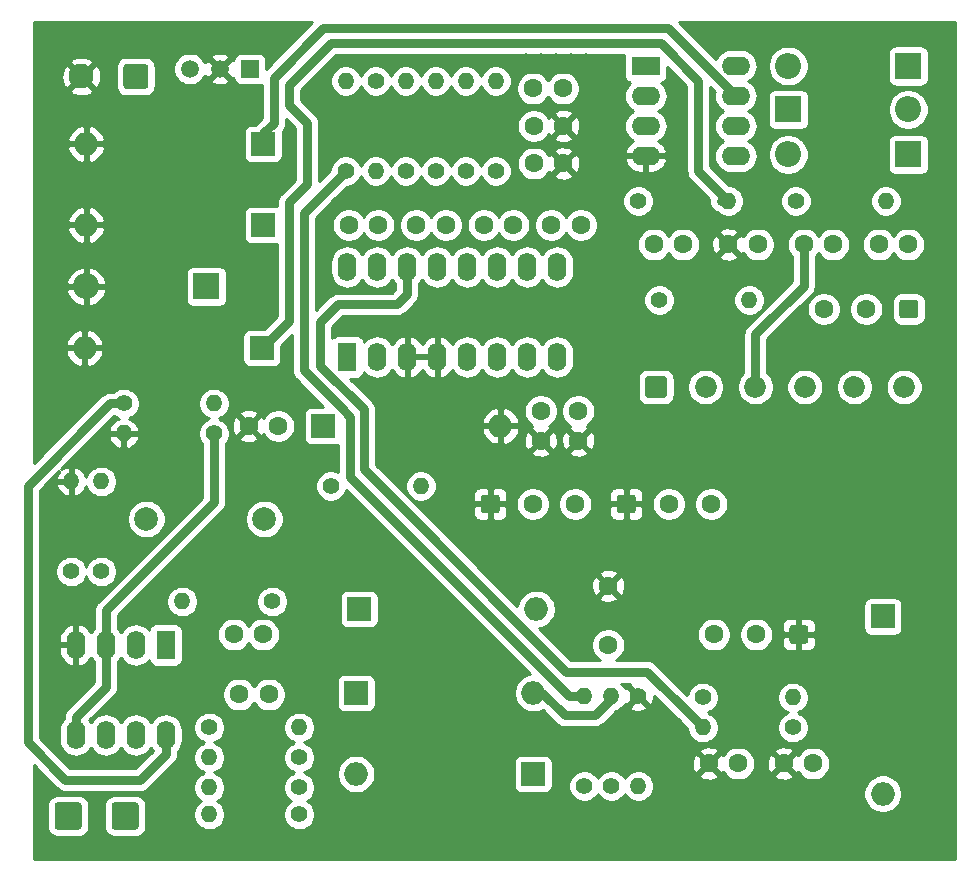
<source format=gbr>
%TF.GenerationSoftware,KiCad,Pcbnew,5.1.8+dfsg1-1~bpo10+1*%
%TF.CreationDate,2020-12-09T14:47:48+08:00*%
%TF.ProjectId,Dirty Delay,44697274-7920-4446-956c-61792e6b6963,rev?*%
%TF.SameCoordinates,Original*%
%TF.FileFunction,Copper,L2,Bot*%
%TF.FilePolarity,Positive*%
%FSLAX46Y46*%
G04 Gerber Fmt 4.6, Leading zero omitted, Abs format (unit mm)*
G04 Created by KiCad (PCBNEW 5.1.8+dfsg1-1~bpo10+1) date 2020-12-09 14:47:48*
%MOMM*%
%LPD*%
G01*
G04 APERTURE LIST*
%TA.AperFunction,ComponentPad*%
%ADD10R,1.500000X1.500000*%
%TD*%
%TA.AperFunction,ComponentPad*%
%ADD11C,1.500000*%
%TD*%
%TA.AperFunction,ComponentPad*%
%ADD12R,2.000000X2.000000*%
%TD*%
%TA.AperFunction,ComponentPad*%
%ADD13O,2.000000X2.000000*%
%TD*%
%TA.AperFunction,ComponentPad*%
%ADD14R,2.400000X1.600000*%
%TD*%
%TA.AperFunction,ComponentPad*%
%ADD15O,2.400000X1.600000*%
%TD*%
%TA.AperFunction,ComponentPad*%
%ADD16C,1.600000*%
%TD*%
%TA.AperFunction,ComponentPad*%
%ADD17C,2.000000*%
%TD*%
%TA.AperFunction,ComponentPad*%
%ADD18O,2.200000X2.200000*%
%TD*%
%TA.AperFunction,ComponentPad*%
%ADD19R,2.200000X2.200000*%
%TD*%
%TA.AperFunction,ComponentPad*%
%ADD20C,1.400000*%
%TD*%
%TA.AperFunction,ComponentPad*%
%ADD21O,1.400000X1.400000*%
%TD*%
%TA.AperFunction,ComponentPad*%
%ADD22O,1.600000X2.400000*%
%TD*%
%TA.AperFunction,ComponentPad*%
%ADD23R,1.600000X2.400000*%
%TD*%
%TA.AperFunction,ComponentPad*%
%ADD24C,2.100000*%
%TD*%
%TA.AperFunction,ComponentPad*%
%ADD25C,1.850000*%
%TD*%
%TA.AperFunction,ViaPad*%
%ADD26C,0.800000*%
%TD*%
%TA.AperFunction,Conductor*%
%ADD27C,0.750000*%
%TD*%
%TA.AperFunction,Conductor*%
%ADD28C,0.254000*%
%TD*%
%TA.AperFunction,Conductor*%
%ADD29C,0.100000*%
%TD*%
G04 APERTURE END LIST*
D10*
%TO.P,U1,1*%
%TO.N,+5V*%
X127127000Y-49784000D03*
D11*
%TO.P,U1,3*%
%TO.N,+9V*%
X122047000Y-49784000D03*
%TO.P,U1,2*%
%TO.N,GND*%
X124587000Y-49784000D03*
%TD*%
D12*
%TO.P,C1,1*%
%TO.N,+4.5V*%
X128143000Y-73406000D03*
D13*
%TO.P,C1,2*%
%TO.N,GND*%
X113143000Y-73406000D03*
%TD*%
D14*
%TO.P,U5,1*%
%TO.N,N/C*%
X160655000Y-49530000D03*
D15*
%TO.P,U5,5*%
X168275000Y-57150000D03*
%TO.P,U5,2*%
%TO.N,Net-(C26-Pad1)*%
X160655000Y-52070000D03*
%TO.P,U5,6*%
%TO.N,Net-(C26-Pad2)*%
X168275000Y-54610000D03*
%TO.P,U5,3*%
%TO.N,Net-(C24-Pad2)*%
X160655000Y-54610000D03*
%TO.P,U5,7*%
%TO.N,+9V*%
X168275000Y-52070000D03*
%TO.P,U5,4*%
%TO.N,GND*%
X160655000Y-57150000D03*
%TO.P,U5,8*%
%TO.N,N/C*%
X168275000Y-49530000D03*
%TD*%
D13*
%TO.P,C2,2*%
%TO.N,GND*%
X113270000Y-56134000D03*
D12*
%TO.P,C2,1*%
%TO.N,+9V*%
X128270000Y-56134000D03*
%TD*%
%TO.P,C3,1*%
%TO.N,+5V*%
X128270000Y-62992000D03*
D13*
%TO.P,C3,2*%
%TO.N,GND*%
X113270000Y-62992000D03*
%TD*%
D16*
%TO.P,C4,2*%
%TO.N,GND*%
X127040000Y-80010000D03*
%TO.P,C4,1*%
%TO.N,+5V*%
X129540000Y-80010000D03*
%TD*%
%TO.P,C5,2*%
%TO.N,Net-(C5-Pad2)*%
X125770000Y-97663000D03*
%TO.P,C5,1*%
%TO.N,Net-(C5-Pad1)*%
X128270000Y-97663000D03*
%TD*%
D12*
%TO.P,C6,1*%
%TO.N,Net-(C5-Pad1)*%
X136398000Y-95504000D03*
D13*
%TO.P,C6,2*%
%TO.N,Net-(C6-Pad2)*%
X151398000Y-95504000D03*
%TD*%
D12*
%TO.P,C7,1*%
%TO.N,Net-(C7-Pad1)*%
X133350000Y-80010000D03*
D13*
%TO.P,C7,2*%
%TO.N,GND*%
X148350000Y-80010000D03*
%TD*%
D16*
%TO.P,C8,2*%
%TO.N,GND*%
X151765000Y-81240000D03*
%TO.P,C8,1*%
%TO.N,Net-(C8-Pad1)*%
X151765000Y-78740000D03*
%TD*%
%TO.P,C9,1*%
%TO.N,Net-(C9-Pad1)*%
X154940000Y-78740000D03*
%TO.P,C9,2*%
%TO.N,GND*%
X154940000Y-81240000D03*
%TD*%
%TO.P,C10,1*%
%TO.N,Net-(C10-Pad1)*%
X135509000Y-62992000D03*
%TO.P,C10,2*%
%TO.N,Net-(C10-Pad2)*%
X138009000Y-62992000D03*
%TD*%
%TO.P,C11,2*%
%TO.N,Net-(C11-Pad2)*%
X143724000Y-62992000D03*
%TO.P,C11,1*%
%TO.N,Net-(C11-Pad1)*%
X141224000Y-62992000D03*
%TD*%
%TO.P,C12,1*%
%TO.N,Net-(C12-Pad1)*%
X146939000Y-62992000D03*
%TO.P,C12,2*%
%TO.N,Net-(C12-Pad2)*%
X149439000Y-62992000D03*
%TD*%
%TO.P,C13,2*%
%TO.N,Net-(C13-Pad2)*%
X155154000Y-62992000D03*
%TO.P,C13,1*%
%TO.N,Net-(C13-Pad1)*%
X152654000Y-62992000D03*
%TD*%
%TO.P,C14,1*%
%TO.N,Net-(C14-Pad1)*%
X157480000Y-98552000D03*
%TO.P,C14,2*%
%TO.N,GND*%
X157480000Y-93552000D03*
%TD*%
%TO.P,C15,1*%
%TO.N,Net-(C15-Pad1)*%
X174839000Y-108585000D03*
%TO.P,C15,2*%
%TO.N,GND*%
X172339000Y-108585000D03*
%TD*%
D13*
%TO.P,C16,2*%
%TO.N,Net-(C15-Pad1)*%
X180721000Y-111139000D03*
D12*
%TO.P,C16,1*%
%TO.N,Net-(C16-Pad1)*%
X180721000Y-96139000D03*
%TD*%
D16*
%TO.P,C17,2*%
%TO.N,GND*%
X165989000Y-108585000D03*
%TO.P,C17,1*%
%TO.N,Net-(C17-Pad1)*%
X168489000Y-108585000D03*
%TD*%
D17*
%TO.P,C18,1*%
%TO.N,Net-(C18-Pad1)*%
X118364000Y-87884000D03*
%TO.P,C18,2*%
%TO.N,Net-(C18-Pad2)*%
X128364000Y-87884000D03*
%TD*%
D16*
%TO.P,C19,2*%
%TO.N,Net-(C19-Pad2)*%
X151170000Y-57785000D03*
%TO.P,C19,1*%
%TO.N,GND*%
X153670000Y-57785000D03*
%TD*%
D12*
%TO.P,C20,1*%
%TO.N,Net-(C20-Pad1)*%
X151130000Y-109474000D03*
D13*
%TO.P,C20,2*%
%TO.N,Net-(C20-Pad2)*%
X136130000Y-109474000D03*
%TD*%
D16*
%TO.P,C21,1*%
%TO.N,Net-(C21-Pad1)*%
X126238000Y-102743000D03*
%TO.P,C21,2*%
%TO.N,Net-(C21-Pad2)*%
X128738000Y-102743000D03*
%TD*%
%TO.P,C22,1*%
%TO.N,Net-(C22-Pad1)*%
X151130000Y-51435000D03*
%TO.P,C22,2*%
%TO.N,Net-(C22-Pad2)*%
X153630000Y-51435000D03*
%TD*%
D13*
%TO.P,C23,2*%
%TO.N,Net-(C23-Pad2)*%
X151144000Y-102616000D03*
D12*
%TO.P,C23,1*%
%TO.N,Net-(C21-Pad1)*%
X136144000Y-102616000D03*
%TD*%
D16*
%TO.P,C24,2*%
%TO.N,Net-(C24-Pad2)*%
X161330000Y-64643000D03*
%TO.P,C24,1*%
%TO.N,Net-(C24-Pad1)*%
X163830000Y-64643000D03*
%TD*%
%TO.P,C25,1*%
%TO.N,GND*%
X167640000Y-64643000D03*
%TO.P,C25,2*%
%TO.N,Net-(C25-Pad2)*%
X170140000Y-64643000D03*
%TD*%
%TO.P,C26,1*%
%TO.N,Net-(C26-Pad1)*%
X182880000Y-64643000D03*
%TO.P,C26,2*%
%TO.N,Net-(C26-Pad2)*%
X180380000Y-64643000D03*
%TD*%
%TO.P,C27,1*%
%TO.N,Net-(C26-Pad2)*%
X176530000Y-64643000D03*
%TO.P,C27,2*%
%TO.N,Net-(C27-Pad2)*%
X174030000Y-64643000D03*
%TD*%
%TO.P,C28,2*%
%TO.N,Net-(C19-Pad2)*%
X151170000Y-54610000D03*
%TO.P,C28,1*%
%TO.N,GND*%
X153670000Y-54610000D03*
%TD*%
D18*
%TO.P,D1,2*%
%TO.N,GND*%
X113284000Y-68199000D03*
D19*
%TO.P,D1,1*%
%TO.N,+9V*%
X123444000Y-68199000D03*
%TD*%
%TO.P,D2,1*%
%TO.N,Net-(C26-Pad1)*%
X182880000Y-49530000D03*
D18*
%TO.P,D2,2*%
%TO.N,Net-(D2-Pad2)*%
X172720000Y-49530000D03*
%TD*%
%TO.P,D3,2*%
%TO.N,Net-(C26-Pad1)*%
X172720000Y-57023000D03*
D19*
%TO.P,D3,1*%
%TO.N,Net-(C26-Pad2)*%
X182880000Y-57023000D03*
%TD*%
%TO.P,D4,1*%
%TO.N,Net-(D2-Pad2)*%
X172720000Y-53213000D03*
D18*
%TO.P,D4,2*%
%TO.N,Net-(C26-Pad2)*%
X182880000Y-53213000D03*
%TD*%
D16*
%TO.P,Gain,3*%
%TO.N,Net-(C26-Pad2)*%
X175724000Y-70104000D03*
%TO.P,Gain,2*%
X179324000Y-70104000D03*
%TO.P,Gain,1*%
%TO.N,Net-(C26-Pad1)*%
%TA.AperFunction,ComponentPad*%
G36*
G01*
X183724000Y-69554000D02*
X183724000Y-70654000D01*
G75*
G02*
X183474000Y-70904000I-250000J0D01*
G01*
X182374000Y-70904000D01*
G75*
G02*
X182124000Y-70654000I0J250000D01*
G01*
X182124000Y-69554000D01*
G75*
G02*
X182374000Y-69304000I250000J0D01*
G01*
X183474000Y-69304000D01*
G75*
G02*
X183724000Y-69554000I0J-250000D01*
G01*
G37*
%TD.AperFunction*%
%TD*%
%TO.P,Level,3*%
%TO.N,Net-(Level1-Pad3)*%
X166204000Y-86614000D03*
%TO.P,Level,2*%
%TO.N,Net-(Level1-Pad2)*%
X162604000Y-86614000D03*
%TO.P,Level,1*%
%TO.N,GND*%
%TA.AperFunction,ComponentPad*%
G36*
G01*
X158204000Y-87164000D02*
X158204000Y-86064000D01*
G75*
G02*
X158454000Y-85814000I250000J0D01*
G01*
X159554000Y-85814000D01*
G75*
G02*
X159804000Y-86064000I0J-250000D01*
G01*
X159804000Y-87164000D01*
G75*
G02*
X159554000Y-87414000I-250000J0D01*
G01*
X158454000Y-87414000D01*
G75*
G02*
X158204000Y-87164000I0J250000D01*
G01*
G37*
%TD.AperFunction*%
%TD*%
D20*
%TO.P,R1,1*%
%TO.N,+9V*%
X116459000Y-78105000D03*
D21*
%TO.P,R1,2*%
%TO.N,+4.5V*%
X124079000Y-78105000D03*
%TD*%
%TO.P,R2,2*%
%TO.N,GND*%
X116459000Y-80645000D03*
D20*
%TO.P,R2,1*%
%TO.N,+4.5V*%
X124079000Y-80645000D03*
%TD*%
%TO.P,R3,1*%
%TO.N,Net-(C5-Pad1)*%
X129032000Y-94869000D03*
D21*
%TO.P,R3,2*%
%TO.N,Net-(C5-Pad2)*%
X121412000Y-94869000D03*
%TD*%
%TO.P,R4,2*%
%TO.N,Net-(C14-Pad1)*%
X155448000Y-102870000D03*
D20*
%TO.P,R4,1*%
%TO.N,Net-(C6-Pad2)*%
X155448000Y-110490000D03*
%TD*%
%TO.P,R5,1*%
%TO.N,Net-(R5-Pad1)*%
X133985000Y-85090000D03*
D21*
%TO.P,R5,2*%
%TO.N,Net-(R5-Pad2)*%
X141605000Y-85090000D03*
%TD*%
D20*
%TO.P,R6,1*%
%TO.N,Net-(C14-Pad1)*%
X137795000Y-50800000D03*
D21*
%TO.P,R6,2*%
%TO.N,Net-(C10-Pad1)*%
X137795000Y-58420000D03*
%TD*%
%TO.P,R7,2*%
%TO.N,Net-(C14-Pad1)*%
X140335000Y-50800000D03*
D20*
%TO.P,R7,1*%
%TO.N,Net-(C10-Pad2)*%
X140335000Y-58420000D03*
%TD*%
D21*
%TO.P,R8,2*%
%TO.N,Net-(C19-Pad2)*%
X142875000Y-50800000D03*
D20*
%TO.P,R8,1*%
%TO.N,Net-(C11-Pad1)*%
X142875000Y-58420000D03*
%TD*%
%TO.P,R9,1*%
%TO.N,Net-(C11-Pad2)*%
X145415000Y-58420000D03*
D21*
%TO.P,R9,2*%
%TO.N,Net-(C19-Pad2)*%
X145415000Y-50800000D03*
%TD*%
D20*
%TO.P,R10,1*%
%TO.N,Net-(C12-Pad1)*%
X147955000Y-58420000D03*
D21*
%TO.P,R10,2*%
%TO.N,Net-(C19-Pad2)*%
X147955000Y-50800000D03*
%TD*%
%TO.P,R11,2*%
%TO.N,Net-(C11-Pad1)*%
X165481000Y-105537000D03*
D20*
%TO.P,R11,1*%
%TO.N,Net-(C15-Pad1)*%
X173101000Y-105537000D03*
%TD*%
D21*
%TO.P,R12,2*%
%TO.N,Net-(C22-Pad1)*%
X135255000Y-50800000D03*
D20*
%TO.P,R12,1*%
%TO.N,Net-(C14-Pad1)*%
X135255000Y-58420000D03*
%TD*%
%TO.P,R13,1*%
%TO.N,Net-(C17-Pad1)*%
X165481000Y-102997000D03*
D21*
%TO.P,R13,2*%
%TO.N,Net-(C16-Pad1)*%
X173101000Y-102997000D03*
%TD*%
D20*
%TO.P,R14,1*%
%TO.N,Net-(C18-Pad2)*%
X112014000Y-92329000D03*
D21*
%TO.P,R14,2*%
%TO.N,GND*%
X112014000Y-84709000D03*
%TD*%
D20*
%TO.P,R15,1*%
%TO.N,Net-(C5-Pad2)*%
X114554000Y-92329000D03*
D21*
%TO.P,R15,2*%
%TO.N,Net-(C18-Pad1)*%
X114554000Y-84709000D03*
%TD*%
D20*
%TO.P,R16,1*%
%TO.N,Net-(C21-Pad2)*%
X131318000Y-108077000D03*
D21*
%TO.P,R16,2*%
%TO.N,Net-(C5-Pad1)*%
X123698000Y-108077000D03*
%TD*%
%TO.P,R17,2*%
%TO.N,Net-(C20-Pad1)*%
X123698000Y-110617000D03*
D20*
%TO.P,R17,1*%
%TO.N,Net-(C21-Pad2)*%
X131318000Y-110617000D03*
%TD*%
%TO.P,R18,1*%
%TO.N,Net-(C21-Pad1)*%
X123698000Y-105537000D03*
D21*
%TO.P,R18,2*%
%TO.N,Net-(C21-Pad2)*%
X131318000Y-105537000D03*
%TD*%
%TO.P,R19,2*%
%TO.N,Net-(C20-Pad2)*%
X123698000Y-112903000D03*
D20*
%TO.P,R19,1*%
%TO.N,Net-(Level1-Pad2)*%
X131318000Y-112903000D03*
%TD*%
%TO.P,R20,1*%
%TO.N,Net-(R20-Pad1)*%
X157734000Y-110490000D03*
D21*
%TO.P,R20,2*%
%TO.N,Net-(C23-Pad2)*%
X157734000Y-102870000D03*
%TD*%
%TO.P,R21,2*%
%TO.N,Net-(R20-Pad1)*%
X160020000Y-110490000D03*
D20*
%TO.P,R21,1*%
%TO.N,GND*%
X160020000Y-102870000D03*
%TD*%
D21*
%TO.P,R22,2*%
%TO.N,Net-(R22-Pad2)*%
X169418000Y-69342000D03*
D20*
%TO.P,R22,1*%
%TO.N,Net-(C24-Pad1)*%
X161798000Y-69342000D03*
%TD*%
D21*
%TO.P,R23,2*%
%TO.N,+4.5V*%
X167640000Y-60960000D03*
D20*
%TO.P,R23,1*%
%TO.N,Net-(C24-Pad2)*%
X160020000Y-60960000D03*
%TD*%
D21*
%TO.P,R24,2*%
%TO.N,Net-(C25-Pad2)*%
X180975000Y-60960000D03*
D20*
%TO.P,R24,1*%
%TO.N,Net-(C26-Pad1)*%
X173355000Y-60960000D03*
%TD*%
%TO.P,Repeats,1*%
%TO.N,GND*%
%TA.AperFunction,ComponentPad*%
G36*
G01*
X174409000Y-97113000D02*
X174409000Y-98213000D01*
G75*
G02*
X174159000Y-98463000I-250000J0D01*
G01*
X173059000Y-98463000D01*
G75*
G02*
X172809000Y-98213000I0J250000D01*
G01*
X172809000Y-97113000D01*
G75*
G02*
X173059000Y-96863000I250000J0D01*
G01*
X174159000Y-96863000D01*
G75*
G02*
X174409000Y-97113000I0J-250000D01*
G01*
G37*
%TD.AperFunction*%
D16*
%TO.P,Repeats,2*%
%TO.N,Net-(C17-Pad1)*%
X170009000Y-97663000D03*
%TO.P,Repeats,3*%
%TO.N,Net-(C22-Pad2)*%
X166409000Y-97663000D03*
%TD*%
%TO.P,Time,1*%
%TO.N,GND*%
%TA.AperFunction,ComponentPad*%
G36*
G01*
X146686000Y-87164000D02*
X146686000Y-86064000D01*
G75*
G02*
X146936000Y-85814000I250000J0D01*
G01*
X148036000Y-85814000D01*
G75*
G02*
X148286000Y-86064000I0J-250000D01*
G01*
X148286000Y-87164000D01*
G75*
G02*
X148036000Y-87414000I-250000J0D01*
G01*
X146936000Y-87414000D01*
G75*
G02*
X146686000Y-87164000I0J250000D01*
G01*
G37*
%TD.AperFunction*%
%TO.P,Time,2*%
%TO.N,Net-(R5-Pad2)*%
X151086000Y-86614000D03*
%TO.P,Time,3*%
X154686000Y-86614000D03*
%TD*%
D22*
%TO.P,U2,8*%
%TO.N,+9V*%
X120015000Y-106172000D03*
%TO.P,U2,4*%
%TO.N,GND*%
X112395000Y-98552000D03*
%TO.P,U2,7*%
%TO.N,Net-(C21-Pad1)*%
X117475000Y-106172000D03*
%TO.P,U2,3*%
%TO.N,+4.5V*%
X114935000Y-98552000D03*
%TO.P,U2,6*%
%TO.N,Net-(C21-Pad2)*%
X114935000Y-106172000D03*
%TO.P,U2,2*%
%TO.N,Net-(C5-Pad2)*%
X117475000Y-98552000D03*
%TO.P,U2,5*%
%TO.N,+4.5V*%
X112395000Y-106172000D03*
D23*
%TO.P,U2,1*%
%TO.N,Net-(C5-Pad1)*%
X120015000Y-98552000D03*
%TD*%
%TO.P,U3,1*%
%TO.N,+5V*%
X135382000Y-74168000D03*
D22*
%TO.P,U3,9*%
%TO.N,Net-(C13-Pad2)*%
X153162000Y-66548000D03*
%TO.P,U3,2*%
%TO.N,Net-(C7-Pad1)*%
X137922000Y-74168000D03*
%TO.P,U3,10*%
%TO.N,Net-(C13-Pad1)*%
X150622000Y-66548000D03*
%TO.P,U3,3*%
%TO.N,GND*%
X140462000Y-74168000D03*
%TO.P,U3,11*%
%TO.N,Net-(C12-Pad2)*%
X148082000Y-66548000D03*
%TO.P,U3,4*%
%TO.N,GND*%
X143002000Y-74168000D03*
%TO.P,U3,12*%
%TO.N,Net-(C12-Pad1)*%
X145542000Y-66548000D03*
%TO.P,U3,5*%
%TO.N,N/C*%
X145542000Y-74168000D03*
%TO.P,U3,13*%
%TO.N,Net-(C11-Pad2)*%
X143002000Y-66548000D03*
%TO.P,U3,6*%
%TO.N,Net-(R5-Pad1)*%
X148082000Y-74168000D03*
%TO.P,U3,14*%
%TO.N,Net-(C11-Pad1)*%
X140462000Y-66548000D03*
%TO.P,U3,7*%
%TO.N,Net-(C8-Pad1)*%
X150622000Y-74168000D03*
%TO.P,U3,15*%
%TO.N,Net-(C10-Pad2)*%
X137922000Y-66548000D03*
%TO.P,U3,8*%
%TO.N,Net-(C9-Pad1)*%
X153162000Y-74168000D03*
%TO.P,U3,16*%
%TO.N,Net-(C10-Pad1)*%
X135382000Y-66548000D03*
%TD*%
%TO.P,J1,1*%
%TO.N,+9V*%
%TA.AperFunction,ComponentPad*%
G36*
G01*
X118525000Y-49618999D02*
X118525000Y-51219001D01*
G75*
G02*
X118275001Y-51469000I-249999J0D01*
G01*
X116674999Y-51469000D01*
G75*
G02*
X116425000Y-51219001I0J249999D01*
G01*
X116425000Y-49618999D01*
G75*
G02*
X116674999Y-49369000I249999J0D01*
G01*
X118275001Y-49369000D01*
G75*
G02*
X118525000Y-49618999I0J-249999D01*
G01*
G37*
%TD.AperFunction*%
D24*
%TO.P,J1,2*%
%TO.N,GND*%
X112875000Y-50419000D03*
%TD*%
%TO.P,SW1,1*%
%TO.N,Net-(SW1-Pad1)*%
%TA.AperFunction,ComponentPad*%
G36*
G01*
X160601000Y-77383001D02*
X160601000Y-76032999D01*
G75*
G02*
X160850999Y-75783000I249999J0D01*
G01*
X162201001Y-75783000D01*
G75*
G02*
X162451000Y-76032999I0J-249999D01*
G01*
X162451000Y-77383001D01*
G75*
G02*
X162201001Y-77633000I-249999J0D01*
G01*
X160850999Y-77633000D01*
G75*
G02*
X160601000Y-77383001I0J249999D01*
G01*
G37*
%TD.AperFunction*%
D25*
%TO.P,SW1,2*%
%TO.N,Net-(Level1-Pad3)*%
X165726000Y-76708000D03*
%TO.P,SW1,3*%
%TO.N,Net-(C27-Pad2)*%
X169926000Y-76708000D03*
%TO.P,SW1,4*%
%TO.N,Net-(SW1-Pad1)*%
X174126000Y-76708000D03*
%TO.P,SW1,5*%
%TO.N,Net-(C16-Pad1)*%
X178326000Y-76708000D03*
%TO.P,SW1,6*%
%TO.N,Net-(R22-Pad2)*%
X182526000Y-76708000D03*
%TD*%
%TO.P,IN,1*%
%TO.N,Net-(C18-Pad2)*%
%TA.AperFunction,ComponentPad*%
G36*
G01*
X110610000Y-113930000D02*
X110610000Y-112130000D01*
G75*
G02*
X110860000Y-111880000I250000J0D01*
G01*
X112660000Y-111880000D01*
G75*
G02*
X112910000Y-112130000I0J-250000D01*
G01*
X112910000Y-113930000D01*
G75*
G02*
X112660000Y-114180000I-250000J0D01*
G01*
X110860000Y-114180000D01*
G75*
G02*
X110610000Y-113930000I0J250000D01*
G01*
G37*
%TD.AperFunction*%
%TD*%
%TO.P,OUT,1*%
%TO.N,Net-(R20-Pad1)*%
%TA.AperFunction,ComponentPad*%
G36*
G01*
X115436000Y-113930000D02*
X115436000Y-112130000D01*
G75*
G02*
X115686000Y-111880000I250000J0D01*
G01*
X117486000Y-111880000D01*
G75*
G02*
X117736000Y-112130000I0J-250000D01*
G01*
X117736000Y-113930000D01*
G75*
G02*
X117486000Y-114180000I-250000J0D01*
G01*
X115686000Y-114180000D01*
G75*
G02*
X115436000Y-113930000I0J250000D01*
G01*
G37*
%TD.AperFunction*%
%TD*%
D26*
%TO.N,GND*%
X135890000Y-113665000D03*
X137160000Y-113665000D03*
X138430000Y-113665000D03*
X139700000Y-113665000D03*
X140970000Y-113665000D03*
X142240000Y-113665000D03*
X143510000Y-113665000D03*
X144780000Y-113665000D03*
X146050000Y-113665000D03*
X111760000Y-95885000D03*
X113030000Y-95885000D03*
X113030000Y-94615000D03*
X111760000Y-94615000D03*
X114300000Y-94615000D03*
X110490000Y-85725000D03*
X110490000Y-86995000D03*
X110490000Y-88265000D03*
X110490000Y-89535000D03*
X111125000Y-57785000D03*
X111125000Y-59055000D03*
X111125000Y-60325000D03*
X111125000Y-61595000D03*
X111125000Y-64135000D03*
X111125000Y-65405000D03*
X111125000Y-66675000D03*
X111125000Y-69215000D03*
X111125000Y-70485000D03*
X111125000Y-71755000D03*
X111125000Y-74930000D03*
X111125000Y-54610000D03*
X111125000Y-53340000D03*
X111125000Y-76200000D03*
X111125000Y-77470000D03*
X111125000Y-78740000D03*
X111125000Y-80010000D03*
X110490000Y-47625000D03*
X110490000Y-48895000D03*
X110490000Y-50165000D03*
X110490000Y-51435000D03*
X123825000Y-46990000D03*
X125095000Y-46990000D03*
X126365000Y-46990000D03*
X127635000Y-46990000D03*
X128905000Y-46990000D03*
X130175000Y-46990000D03*
X122555000Y-46990000D03*
X121285000Y-46990000D03*
X121285000Y-48260000D03*
X133350000Y-50800000D03*
X133350000Y-52070000D03*
X133350000Y-53340000D03*
X133350000Y-54610000D03*
X133350000Y-55880000D03*
X133350000Y-57150000D03*
X133350000Y-58420000D03*
X150495000Y-48895000D03*
X151765000Y-48895000D03*
X153035000Y-48895000D03*
X154305000Y-48895000D03*
X155575000Y-48895000D03*
X110490000Y-115570000D03*
X111760000Y-115570000D03*
X113030000Y-115570000D03*
X114300000Y-115570000D03*
X115570000Y-115570000D03*
X116840000Y-115570000D03*
X150495000Y-113665000D03*
X151765000Y-113665000D03*
X153035000Y-112395000D03*
X153035000Y-111125000D03*
X158750000Y-59055000D03*
X160020000Y-59055000D03*
X158750000Y-57785000D03*
X158750000Y-56515000D03*
X171450000Y-59055000D03*
X171450000Y-60325000D03*
X171450000Y-61595000D03*
X184150000Y-46990000D03*
X185420000Y-46990000D03*
X185420000Y-48260000D03*
X184785000Y-80645000D03*
X183515000Y-80645000D03*
X182245000Y-80645000D03*
X180975000Y-80645000D03*
X179705000Y-80645000D03*
X176530000Y-80645000D03*
X175260000Y-80645000D03*
X173990000Y-80645000D03*
X172720000Y-80645000D03*
X171450000Y-80645000D03*
X171450000Y-79375000D03*
X172720000Y-79375000D03*
X173990000Y-79375000D03*
X175260000Y-79375000D03*
X176530000Y-79375000D03*
X179705000Y-79375000D03*
X180975000Y-79375000D03*
X182245000Y-79375000D03*
X183515000Y-79375000D03*
X184785000Y-79375000D03*
X163830000Y-92075000D03*
X165100000Y-92075000D03*
X165100000Y-93345000D03*
X166370000Y-93345000D03*
X163830000Y-90805000D03*
X166370000Y-94615000D03*
X176530000Y-95250000D03*
X176530000Y-96520000D03*
X176530000Y-97790000D03*
X176530000Y-99060000D03*
X176530000Y-100330000D03*
X176530000Y-101600000D03*
X175260000Y-95250000D03*
X173990000Y-95250000D03*
X172720000Y-95250000D03*
X171450000Y-95250000D03*
X170180000Y-95250000D03*
X170180000Y-93980000D03*
X171450000Y-93980000D03*
X172720000Y-93980000D03*
X173990000Y-93980000D03*
X175260000Y-93980000D03*
X176530000Y-93980000D03*
X165100000Y-111125000D03*
X166370000Y-111125000D03*
X167640000Y-111125000D03*
X168910000Y-111125000D03*
X170180000Y-111125000D03*
X171450000Y-111125000D03*
X172720000Y-111125000D03*
X173990000Y-111125000D03*
X175260000Y-111125000D03*
X176530000Y-111125000D03*
X176530000Y-112395000D03*
X175260000Y-112395000D03*
X173990000Y-112395000D03*
X172720000Y-112395000D03*
X171450000Y-112395000D03*
X170180000Y-112395000D03*
X168910000Y-112395000D03*
X167640000Y-112395000D03*
X166370000Y-112395000D03*
X165100000Y-112395000D03*
X165100000Y-113665000D03*
X166370000Y-113665000D03*
X167640000Y-113665000D03*
X168910000Y-113665000D03*
X170180000Y-113665000D03*
X171450000Y-113665000D03*
X172720000Y-113665000D03*
X173990000Y-113665000D03*
X175260000Y-113665000D03*
X176530000Y-113665000D03*
X135890000Y-71755000D03*
X137160000Y-71755000D03*
X138430000Y-71755000D03*
X139700000Y-71755000D03*
X140970000Y-71755000D03*
X142240000Y-71755000D03*
X143510000Y-71755000D03*
X144780000Y-71755000D03*
X146050000Y-71755000D03*
X147320000Y-71755000D03*
X148590000Y-71755000D03*
X149860000Y-71755000D03*
X151130000Y-71755000D03*
X152400000Y-71755000D03*
X153670000Y-71755000D03*
X113030000Y-100965000D03*
X111760000Y-100965000D03*
X158115000Y-84455000D03*
X159385000Y-84455000D03*
X164465000Y-83185000D03*
X163195000Y-83185000D03*
X161925000Y-83185000D03*
X160655000Y-83185000D03*
X159385000Y-83185000D03*
X158115000Y-83185000D03*
X158115000Y-81915000D03*
X159385000Y-81915000D03*
X160655000Y-81915000D03*
X161925000Y-81915000D03*
X163195000Y-81915000D03*
X164465000Y-81915000D03*
X164465000Y-80645000D03*
X163195000Y-80645000D03*
X161925000Y-80645000D03*
X160655000Y-80645000D03*
X159385000Y-80645000D03*
X158115000Y-80645000D03*
X158115000Y-79375000D03*
X159385000Y-79375000D03*
X160655000Y-79375000D03*
X161925000Y-79375000D03*
X163195000Y-79375000D03*
X164465000Y-79375000D03*
X150495000Y-83185000D03*
X151765000Y-83185000D03*
X153035000Y-83185000D03*
X154305000Y-83185000D03*
X155575000Y-83185000D03*
X155575000Y-84455000D03*
X154305000Y-84455000D03*
X153035000Y-84455000D03*
X151765000Y-84455000D03*
X144780000Y-80645000D03*
X144780000Y-81915000D03*
X143510000Y-81915000D03*
X143510000Y-80645000D03*
X142240000Y-80645000D03*
X142240000Y-81915000D03*
X147955000Y-77470000D03*
X149225000Y-77470000D03*
X149225000Y-76200000D03*
X147955000Y-81915000D03*
X149225000Y-81915000D03*
X149225000Y-83185000D03*
X147955000Y-83185000D03*
X146685000Y-81915000D03*
X146685000Y-83185000D03*
X167640000Y-59055000D03*
X168910000Y-59055000D03*
X175260000Y-59055000D03*
X176530000Y-59055000D03*
X177800000Y-59055000D03*
X179070000Y-59055000D03*
X180340000Y-59055000D03*
X160655000Y-84455000D03*
X161925000Y-84455000D03*
X163195000Y-84455000D03*
X164465000Y-84455000D03*
X178435000Y-67310000D03*
X179705000Y-67310000D03*
X180975000Y-67310000D03*
X160655000Y-72390000D03*
X161925000Y-72390000D03*
X163195000Y-72390000D03*
X164465000Y-72390000D03*
X165735000Y-72390000D03*
X167005000Y-72390000D03*
X168275000Y-72390000D03*
X168275000Y-71120000D03*
X167005000Y-71120000D03*
X165735000Y-71120000D03*
X164465000Y-71120000D03*
X163195000Y-71120000D03*
X161925000Y-71120000D03*
X160655000Y-71120000D03*
X159385000Y-71120000D03*
X159385000Y-72390000D03*
X159385000Y-69850000D03*
X159385000Y-68580000D03*
X159385000Y-67310000D03*
X160655000Y-67310000D03*
X161925000Y-67310000D03*
X159385000Y-66040000D03*
X159385000Y-64770000D03*
X162560000Y-90805000D03*
X162560000Y-89535000D03*
X161290000Y-89535000D03*
X175895000Y-104775000D03*
X175895000Y-106045000D03*
X177165000Y-106045000D03*
X177165000Y-104775000D03*
X178435000Y-104775000D03*
X178435000Y-106045000D03*
X179705000Y-106045000D03*
X179705000Y-104775000D03*
X180975000Y-104775000D03*
X180975000Y-106045000D03*
X180975000Y-103505000D03*
X182245000Y-103505000D03*
X182245000Y-104775000D03*
X182245000Y-106045000D03*
X183515000Y-106045000D03*
X183515000Y-103505000D03*
X183515000Y-104775000D03*
X180975000Y-107315000D03*
X182245000Y-107315000D03*
X183515000Y-107315000D03*
X180975000Y-108585000D03*
X182245000Y-108585000D03*
X183515000Y-108585000D03*
X130810000Y-97790000D03*
X132080000Y-97790000D03*
X133350000Y-97790000D03*
X134620000Y-97790000D03*
X130810000Y-93345000D03*
X132080000Y-92075000D03*
X133350000Y-92075000D03*
X134620000Y-92075000D03*
X132080000Y-93345000D03*
X133350000Y-93345000D03*
X134620000Y-93345000D03*
X135890000Y-92075000D03*
X137160000Y-92075000D03*
X138430000Y-92075000D03*
X139700000Y-92075000D03*
X130810000Y-92075000D03*
X130810000Y-96520000D03*
X131445000Y-102870000D03*
X132715000Y-102870000D03*
X127635000Y-105410000D03*
X127635000Y-106680000D03*
X127635000Y-107950000D03*
X127635000Y-109220000D03*
X127635000Y-110490000D03*
X127635000Y-111760000D03*
X127635000Y-113030000D03*
X120015000Y-110490000D03*
X120015000Y-111760000D03*
X120015000Y-113030000D03*
X120015000Y-114300000D03*
X121920000Y-107315000D03*
X121920000Y-106045000D03*
X123825000Y-102870000D03*
X121920000Y-100330000D03*
X120015000Y-100965000D03*
X122555000Y-97155000D03*
X123825000Y-97790000D03*
X133350000Y-106680000D03*
X132715000Y-104140000D03*
X140970000Y-80645000D03*
X140970000Y-81915000D03*
X139700000Y-81915000D03*
X118745000Y-84455000D03*
X120015000Y-84455000D03*
X121285000Y-84455000D03*
X121285000Y-85725000D03*
X121285000Y-86995000D03*
X120015000Y-85725000D03*
X116840000Y-53340000D03*
X118110000Y-53340000D03*
X115570000Y-53340000D03*
X116840000Y-54610000D03*
X118110000Y-57785000D03*
X118110000Y-59055000D03*
X116840000Y-59055000D03*
X116840000Y-57785000D03*
X115570000Y-59055000D03*
X114300000Y-53340000D03*
X115570000Y-54610000D03*
X115570000Y-57785000D03*
X114300000Y-59055000D03*
X113030000Y-59055000D03*
X113030000Y-53340000D03*
X118110000Y-54610000D03*
X113030000Y-60325000D03*
X114300000Y-60325000D03*
X115570000Y-60325000D03*
X116840000Y-60325000D03*
X118110000Y-60325000D03*
X118110000Y-61595000D03*
X116840000Y-61595000D03*
X115570000Y-61595000D03*
X113030000Y-65405000D03*
X114300000Y-65405000D03*
X115570000Y-65405000D03*
X116840000Y-65405000D03*
X118110000Y-65405000D03*
X118110000Y-64135000D03*
X116840000Y-64135000D03*
X115570000Y-64135000D03*
X113030000Y-71120000D03*
X114300000Y-71120000D03*
X115570000Y-71120000D03*
X116840000Y-71120000D03*
X115570000Y-72390000D03*
X113030000Y-75565000D03*
X114300000Y-75565000D03*
X115570000Y-75565000D03*
X115570000Y-74295000D03*
X116840000Y-74295000D03*
X116840000Y-75565000D03*
X116840000Y-72390000D03*
X115570000Y-69215000D03*
X116840000Y-69215000D03*
X115570000Y-67945000D03*
X115570000Y-66675000D03*
X116840000Y-66675000D03*
X116840000Y-67945000D03*
X119380000Y-81915000D03*
X119380000Y-80645000D03*
X119380000Y-79375000D03*
X119380000Y-78105000D03*
X120650000Y-78105000D03*
X120650000Y-79375000D03*
X120650000Y-80645000D03*
X120650000Y-81915000D03*
X121920000Y-81915000D03*
X121920000Y-80645000D03*
X121920000Y-79375000D03*
X121920000Y-78105000D03*
X127000000Y-78105000D03*
X127000000Y-81915000D03*
X127000000Y-83185000D03*
X127000000Y-84455000D03*
X128270000Y-84455000D03*
X128270000Y-83185000D03*
X128270000Y-81915000D03*
X125730000Y-83185000D03*
X125730000Y-84455000D03*
X129540000Y-84455000D03*
X129540000Y-83185000D03*
X130810000Y-83185000D03*
X130810000Y-84455000D03*
X129540000Y-81915000D03*
X130810000Y-81915000D03*
X118110000Y-66675000D03*
X118110000Y-67945000D03*
X118110000Y-69215000D03*
X118110000Y-71120000D03*
X118110000Y-72390000D03*
X118110000Y-74295000D03*
X161925000Y-104140000D03*
X161925000Y-105410000D03*
X161925000Y-106680000D03*
X161925000Y-107950000D03*
X161925000Y-109220000D03*
X161925000Y-110490000D03*
X161925000Y-111760000D03*
X161925000Y-113030000D03*
X161925000Y-114300000D03*
X163195000Y-105410000D03*
X163195000Y-106680000D03*
X163195000Y-107950000D03*
X163195000Y-109220000D03*
X163195000Y-110490000D03*
X163195000Y-111760000D03*
X163195000Y-113030000D03*
X163195000Y-114300000D03*
%TD*%
D27*
%TO.N,+4.5V*%
X167005000Y-60960000D02*
X167640000Y-60960000D01*
X124079000Y-80645000D02*
X124079000Y-86487000D01*
X114935000Y-95631000D02*
X114935000Y-98552000D01*
X124079000Y-86487000D02*
X114935000Y-95631000D01*
X112395000Y-104648000D02*
X112395000Y-106172000D01*
X114935000Y-98552000D02*
X114935000Y-102108000D01*
X114935000Y-102108000D02*
X112395000Y-104648000D01*
X130429000Y-52832000D02*
X130429000Y-51181000D01*
X131953000Y-54356000D02*
X130429000Y-52832000D01*
X161925000Y-47625000D02*
X165100000Y-50800000D01*
X130429000Y-61087000D02*
X131953000Y-59563000D01*
X131953000Y-59563000D02*
X131953000Y-54356000D01*
X130429000Y-71120000D02*
X130429000Y-61087000D01*
X128143000Y-73406000D02*
X130429000Y-71120000D01*
X130429000Y-51181000D02*
X133985000Y-47625000D01*
X133985000Y-47625000D02*
X161925000Y-47625000D01*
X165100000Y-50800000D02*
X165100000Y-58420000D01*
X165100000Y-58420000D02*
X167640000Y-60960000D01*
%TO.N,+9V*%
X133350000Y-46355000D02*
X162560000Y-46355000D01*
X129159000Y-50546000D02*
X133350000Y-46355000D01*
X162560000Y-46355000D02*
X168275000Y-52070000D01*
X129159000Y-54356000D02*
X129159000Y-50546000D01*
X128270000Y-56134000D02*
X128270000Y-55245000D01*
X128270000Y-55245000D02*
X129159000Y-54356000D01*
X111506000Y-109982000D02*
X117856000Y-109982000D01*
X108331000Y-106807000D02*
X111506000Y-109982000D01*
X108331000Y-85090000D02*
X108331000Y-106807000D01*
X116459000Y-78105000D02*
X115316000Y-78105000D01*
X117856000Y-109982000D02*
X120015000Y-107823000D01*
X115316000Y-78105000D02*
X108331000Y-85090000D01*
X120015000Y-107823000D02*
X120015000Y-106172000D01*
%TO.N,Net-(C11-Pad1)*%
X164205999Y-104261999D02*
X165481000Y-105537000D01*
X160782000Y-100838000D02*
X164205999Y-104261999D01*
X136779000Y-78600002D02*
X136779000Y-83693000D01*
X133096000Y-74917002D02*
X136779000Y-78600002D01*
X153924000Y-100838000D02*
X160782000Y-100838000D01*
X140462000Y-68834000D02*
X139573000Y-69723000D01*
X140462000Y-66548000D02*
X140462000Y-68834000D01*
X134620000Y-69723000D02*
X133096000Y-71247000D01*
X139573000Y-69723000D02*
X134620000Y-69723000D01*
X136779000Y-83693000D02*
X153924000Y-100838000D01*
X133096000Y-71247000D02*
X133096000Y-74917002D01*
%TO.N,Net-(C14-Pad1)*%
X135636000Y-79260998D02*
X135636000Y-84328000D01*
X134810001Y-78434999D02*
X135636000Y-79260998D01*
X134810001Y-78422001D02*
X134810001Y-78434999D01*
X135636000Y-84328000D02*
X154178000Y-102870000D01*
X131699000Y-75311000D02*
X134810001Y-78422001D01*
X135255000Y-58420000D02*
X131699000Y-61976000D01*
X131699000Y-61976000D02*
X131699000Y-75311000D01*
X154178000Y-102870000D02*
X155448000Y-102870000D01*
%TO.N,Net-(C23-Pad2)*%
X157734000Y-103124000D02*
X157734000Y-102870000D01*
X156337000Y-104521000D02*
X157734000Y-103124000D01*
X153797000Y-104521000D02*
X156337000Y-104521000D01*
X151144000Y-102616000D02*
X151892000Y-102616000D01*
X151892000Y-102616000D02*
X153797000Y-104521000D01*
%TO.N,Net-(C27-Pad2)*%
X169926000Y-72263000D02*
X169926000Y-76708000D01*
X174030000Y-64643000D02*
X174030000Y-68159000D01*
X174030000Y-68159000D02*
X169926000Y-72263000D01*
%TD*%
D28*
%TO.N,GND*%
X128515072Y-49761573D02*
X128515072Y-49034000D01*
X128502812Y-48909518D01*
X128466502Y-48789820D01*
X128407537Y-48679506D01*
X128328185Y-48582815D01*
X128231494Y-48503463D01*
X128121180Y-48444498D01*
X128001482Y-48408188D01*
X127877000Y-48395928D01*
X126377000Y-48395928D01*
X126252518Y-48408188D01*
X126132820Y-48444498D01*
X126022506Y-48503463D01*
X125925815Y-48582815D01*
X125846463Y-48679506D01*
X125787498Y-48789820D01*
X125751188Y-48909518D01*
X125738928Y-49034000D01*
X125738928Y-49060086D01*
X125543993Y-49006612D01*
X124766605Y-49784000D01*
X125543993Y-50561388D01*
X125738928Y-50507914D01*
X125738928Y-50534000D01*
X125751188Y-50658482D01*
X125787498Y-50778180D01*
X125846463Y-50888494D01*
X125925815Y-50985185D01*
X126022506Y-51064537D01*
X126132820Y-51123502D01*
X126252518Y-51159812D01*
X126377000Y-51172072D01*
X127877000Y-51172072D01*
X128001482Y-51159812D01*
X128121180Y-51123502D01*
X128149001Y-51108631D01*
X128149000Y-53937644D01*
X127590901Y-54495744D01*
X127590677Y-54495928D01*
X127270000Y-54495928D01*
X127145518Y-54508188D01*
X127025820Y-54544498D01*
X126915506Y-54603463D01*
X126818815Y-54682815D01*
X126739463Y-54779506D01*
X126680498Y-54889820D01*
X126644188Y-55009518D01*
X126631928Y-55134000D01*
X126631928Y-57134000D01*
X126644188Y-57258482D01*
X126680498Y-57378180D01*
X126739463Y-57488494D01*
X126818815Y-57585185D01*
X126915506Y-57664537D01*
X127025820Y-57723502D01*
X127145518Y-57759812D01*
X127270000Y-57772072D01*
X129270000Y-57772072D01*
X129394482Y-57759812D01*
X129514180Y-57723502D01*
X129624494Y-57664537D01*
X129721185Y-57585185D01*
X129800537Y-57488494D01*
X129859502Y-57378180D01*
X129895812Y-57258482D01*
X129908072Y-57134000D01*
X129908072Y-55134000D01*
X129899395Y-55045897D01*
X130002847Y-54919840D01*
X130096632Y-54744380D01*
X130154385Y-54553994D01*
X130169000Y-54405608D01*
X130169000Y-54405607D01*
X130173886Y-54356000D01*
X130169000Y-54306392D01*
X130169000Y-54000355D01*
X130943001Y-54774357D01*
X130943000Y-59144644D01*
X129749901Y-60337744D01*
X129711368Y-60369367D01*
X129679745Y-60407900D01*
X129679744Y-60407901D01*
X129585154Y-60523160D01*
X129491368Y-60698621D01*
X129433615Y-60889006D01*
X129414114Y-61087000D01*
X129419001Y-61136618D01*
X129419001Y-61373626D01*
X129394482Y-61366188D01*
X129270000Y-61353928D01*
X127270000Y-61353928D01*
X127145518Y-61366188D01*
X127025820Y-61402498D01*
X126915506Y-61461463D01*
X126818815Y-61540815D01*
X126739463Y-61637506D01*
X126680498Y-61747820D01*
X126644188Y-61867518D01*
X126631928Y-61992000D01*
X126631928Y-63992000D01*
X126644188Y-64116482D01*
X126680498Y-64236180D01*
X126739463Y-64346494D01*
X126818815Y-64443185D01*
X126915506Y-64522537D01*
X127025820Y-64581502D01*
X127145518Y-64617812D01*
X127270000Y-64630072D01*
X129270000Y-64630072D01*
X129394482Y-64617812D01*
X129419001Y-64610374D01*
X129419000Y-70701645D01*
X128352717Y-71767928D01*
X127143000Y-71767928D01*
X127018518Y-71780188D01*
X126898820Y-71816498D01*
X126788506Y-71875463D01*
X126691815Y-71954815D01*
X126612463Y-72051506D01*
X126553498Y-72161820D01*
X126517188Y-72281518D01*
X126504928Y-72406000D01*
X126504928Y-74406000D01*
X126517188Y-74530482D01*
X126553498Y-74650180D01*
X126612463Y-74760494D01*
X126691815Y-74857185D01*
X126788506Y-74936537D01*
X126898820Y-74995502D01*
X127018518Y-75031812D01*
X127143000Y-75044072D01*
X129143000Y-75044072D01*
X129267482Y-75031812D01*
X129387180Y-74995502D01*
X129497494Y-74936537D01*
X129594185Y-74857185D01*
X129673537Y-74760494D01*
X129732502Y-74650180D01*
X129768812Y-74530482D01*
X129781072Y-74406000D01*
X129781072Y-73196283D01*
X130689001Y-72288354D01*
X130689001Y-75261382D01*
X130684114Y-75311000D01*
X130703615Y-75508994D01*
X130761368Y-75699379D01*
X130855154Y-75874840D01*
X130874602Y-75898537D01*
X130981368Y-76028633D01*
X131019901Y-76060256D01*
X133331572Y-78371928D01*
X132350000Y-78371928D01*
X132225518Y-78384188D01*
X132105820Y-78420498D01*
X131995506Y-78479463D01*
X131898815Y-78558815D01*
X131819463Y-78655506D01*
X131760498Y-78765820D01*
X131724188Y-78885518D01*
X131711928Y-79010000D01*
X131711928Y-81010000D01*
X131724188Y-81134482D01*
X131760498Y-81254180D01*
X131819463Y-81364494D01*
X131898815Y-81461185D01*
X131995506Y-81540537D01*
X132105820Y-81599502D01*
X132225518Y-81635812D01*
X132350000Y-81648072D01*
X134350000Y-81648072D01*
X134474482Y-81635812D01*
X134594180Y-81599502D01*
X134626000Y-81582493D01*
X134626001Y-83912713D01*
X134617359Y-83906939D01*
X134374405Y-83806304D01*
X134116486Y-83755000D01*
X133853514Y-83755000D01*
X133595595Y-83806304D01*
X133352641Y-83906939D01*
X133133987Y-84053038D01*
X132948038Y-84238987D01*
X132801939Y-84457641D01*
X132701304Y-84700595D01*
X132650000Y-84958514D01*
X132650000Y-85221486D01*
X132701304Y-85479405D01*
X132801939Y-85722359D01*
X132948038Y-85941013D01*
X133133987Y-86126962D01*
X133352641Y-86273061D01*
X133595595Y-86373696D01*
X133853514Y-86425000D01*
X134116486Y-86425000D01*
X134374405Y-86373696D01*
X134617359Y-86273061D01*
X134836013Y-86126962D01*
X135021962Y-85941013D01*
X135168061Y-85722359D01*
X135268696Y-85479405D01*
X135283687Y-85404042D01*
X150880939Y-101001295D01*
X150667088Y-101043832D01*
X150369537Y-101167082D01*
X150101748Y-101346013D01*
X149874013Y-101573748D01*
X149695082Y-101841537D01*
X149571832Y-102139088D01*
X149509000Y-102454967D01*
X149509000Y-102777033D01*
X149571832Y-103092912D01*
X149695082Y-103390463D01*
X149874013Y-103658252D01*
X150101748Y-103885987D01*
X150369537Y-104064918D01*
X150667088Y-104188168D01*
X150982967Y-104251000D01*
X151305033Y-104251000D01*
X151620912Y-104188168D01*
X151914291Y-104066646D01*
X153047744Y-105200100D01*
X153079367Y-105238633D01*
X153233160Y-105364847D01*
X153309243Y-105405514D01*
X153408620Y-105458632D01*
X153599005Y-105516385D01*
X153797000Y-105535886D01*
X153846608Y-105531000D01*
X156287392Y-105531000D01*
X156337000Y-105535886D01*
X156534994Y-105516385D01*
X156615888Y-105491846D01*
X156725380Y-105458632D01*
X156900840Y-105364847D01*
X157054633Y-105238633D01*
X157086261Y-105200094D01*
X158139203Y-104147152D01*
X158366359Y-104053061D01*
X158585013Y-103906962D01*
X158700706Y-103791269D01*
X159278336Y-103791269D01*
X159337797Y-104025037D01*
X159576242Y-104135934D01*
X159831740Y-104198183D01*
X160094473Y-104209390D01*
X160354344Y-104169125D01*
X160601366Y-104078935D01*
X160702203Y-104025037D01*
X160761664Y-103791269D01*
X160020000Y-103049605D01*
X159278336Y-103791269D01*
X158700706Y-103791269D01*
X158770962Y-103721013D01*
X158881026Y-103556289D01*
X159098731Y-103611664D01*
X159840395Y-102870000D01*
X159098731Y-102128336D01*
X158881026Y-102183711D01*
X158770962Y-102018987D01*
X158599975Y-101848000D01*
X159303958Y-101848000D01*
X159278336Y-101948731D01*
X160020000Y-102690395D01*
X160034143Y-102676253D01*
X160213748Y-102855858D01*
X160199605Y-102870000D01*
X160941269Y-103611664D01*
X161175037Y-103552203D01*
X161285934Y-103313758D01*
X161348183Y-103058260D01*
X161357417Y-102841773D01*
X163526899Y-105011255D01*
X163526904Y-105011259D01*
X164146000Y-105630356D01*
X164146000Y-105668486D01*
X164197304Y-105926405D01*
X164297939Y-106169359D01*
X164444038Y-106388013D01*
X164629987Y-106573962D01*
X164848641Y-106720061D01*
X165091595Y-106820696D01*
X165349514Y-106872000D01*
X165612486Y-106872000D01*
X165870405Y-106820696D01*
X166113359Y-106720061D01*
X166332013Y-106573962D01*
X166517962Y-106388013D01*
X166664061Y-106169359D01*
X166764696Y-105926405D01*
X166816000Y-105668486D01*
X166816000Y-105405514D01*
X166764696Y-105147595D01*
X166664061Y-104904641D01*
X166517962Y-104685987D01*
X166332013Y-104500038D01*
X166113359Y-104353939D01*
X165903470Y-104267000D01*
X166113359Y-104180061D01*
X166332013Y-104033962D01*
X166517962Y-103848013D01*
X166664061Y-103629359D01*
X166764696Y-103386405D01*
X166816000Y-103128486D01*
X166816000Y-102865514D01*
X171766000Y-102865514D01*
X171766000Y-103128486D01*
X171817304Y-103386405D01*
X171917939Y-103629359D01*
X172064038Y-103848013D01*
X172249987Y-104033962D01*
X172468641Y-104180061D01*
X172678530Y-104267000D01*
X172468641Y-104353939D01*
X172249987Y-104500038D01*
X172064038Y-104685987D01*
X171917939Y-104904641D01*
X171817304Y-105147595D01*
X171766000Y-105405514D01*
X171766000Y-105668486D01*
X171817304Y-105926405D01*
X171917939Y-106169359D01*
X172064038Y-106388013D01*
X172249987Y-106573962D01*
X172468641Y-106720061D01*
X172711595Y-106820696D01*
X172969514Y-106872000D01*
X173232486Y-106872000D01*
X173490405Y-106820696D01*
X173733359Y-106720061D01*
X173952013Y-106573962D01*
X174137962Y-106388013D01*
X174284061Y-106169359D01*
X174384696Y-105926405D01*
X174436000Y-105668486D01*
X174436000Y-105405514D01*
X174384696Y-105147595D01*
X174284061Y-104904641D01*
X174137962Y-104685987D01*
X173952013Y-104500038D01*
X173733359Y-104353939D01*
X173523470Y-104267000D01*
X173733359Y-104180061D01*
X173952013Y-104033962D01*
X174137962Y-103848013D01*
X174284061Y-103629359D01*
X174384696Y-103386405D01*
X174436000Y-103128486D01*
X174436000Y-102865514D01*
X174384696Y-102607595D01*
X174284061Y-102364641D01*
X174137962Y-102145987D01*
X173952013Y-101960038D01*
X173733359Y-101813939D01*
X173490405Y-101713304D01*
X173232486Y-101662000D01*
X172969514Y-101662000D01*
X172711595Y-101713304D01*
X172468641Y-101813939D01*
X172249987Y-101960038D01*
X172064038Y-102145987D01*
X171917939Y-102364641D01*
X171817304Y-102607595D01*
X171766000Y-102865514D01*
X166816000Y-102865514D01*
X166764696Y-102607595D01*
X166664061Y-102364641D01*
X166517962Y-102145987D01*
X166332013Y-101960038D01*
X166113359Y-101813939D01*
X165870405Y-101713304D01*
X165612486Y-101662000D01*
X165349514Y-101662000D01*
X165091595Y-101713304D01*
X164848641Y-101813939D01*
X164629987Y-101960038D01*
X164444038Y-102145987D01*
X164297939Y-102364641D01*
X164197304Y-102607595D01*
X164161242Y-102788887D01*
X161531261Y-100158906D01*
X161499633Y-100120367D01*
X161345840Y-99994153D01*
X161170380Y-99900368D01*
X160979994Y-99842615D01*
X160831608Y-99828000D01*
X160782000Y-99823114D01*
X160732392Y-99828000D01*
X158149298Y-99828000D01*
X158159727Y-99823680D01*
X158394759Y-99666637D01*
X158594637Y-99466759D01*
X158751680Y-99231727D01*
X158859853Y-98970574D01*
X158915000Y-98693335D01*
X158915000Y-98410665D01*
X158859853Y-98133426D01*
X158751680Y-97872273D01*
X158594637Y-97637241D01*
X158479061Y-97521665D01*
X164974000Y-97521665D01*
X164974000Y-97804335D01*
X165029147Y-98081574D01*
X165137320Y-98342727D01*
X165294363Y-98577759D01*
X165494241Y-98777637D01*
X165729273Y-98934680D01*
X165990426Y-99042853D01*
X166267665Y-99098000D01*
X166550335Y-99098000D01*
X166827574Y-99042853D01*
X167088727Y-98934680D01*
X167323759Y-98777637D01*
X167523637Y-98577759D01*
X167680680Y-98342727D01*
X167788853Y-98081574D01*
X167844000Y-97804335D01*
X167844000Y-97521665D01*
X168574000Y-97521665D01*
X168574000Y-97804335D01*
X168629147Y-98081574D01*
X168737320Y-98342727D01*
X168894363Y-98577759D01*
X169094241Y-98777637D01*
X169329273Y-98934680D01*
X169590426Y-99042853D01*
X169867665Y-99098000D01*
X170150335Y-99098000D01*
X170427574Y-99042853D01*
X170688727Y-98934680D01*
X170923759Y-98777637D01*
X171123637Y-98577759D01*
X171200316Y-98463000D01*
X172170928Y-98463000D01*
X172183188Y-98587482D01*
X172219498Y-98707180D01*
X172278463Y-98817494D01*
X172357815Y-98914185D01*
X172454506Y-98993537D01*
X172564820Y-99052502D01*
X172684518Y-99088812D01*
X172809000Y-99101072D01*
X173323250Y-99098000D01*
X173482000Y-98939250D01*
X173482000Y-97790000D01*
X173736000Y-97790000D01*
X173736000Y-98939250D01*
X173894750Y-99098000D01*
X174409000Y-99101072D01*
X174533482Y-99088812D01*
X174653180Y-99052502D01*
X174763494Y-98993537D01*
X174860185Y-98914185D01*
X174939537Y-98817494D01*
X174998502Y-98707180D01*
X175034812Y-98587482D01*
X175047072Y-98463000D01*
X175044000Y-97948750D01*
X174885250Y-97790000D01*
X173736000Y-97790000D01*
X173482000Y-97790000D01*
X172332750Y-97790000D01*
X172174000Y-97948750D01*
X172170928Y-98463000D01*
X171200316Y-98463000D01*
X171280680Y-98342727D01*
X171388853Y-98081574D01*
X171444000Y-97804335D01*
X171444000Y-97521665D01*
X171388853Y-97244426D01*
X171280680Y-96983273D01*
X171200317Y-96863000D01*
X172170928Y-96863000D01*
X172174000Y-97377250D01*
X172332750Y-97536000D01*
X173482000Y-97536000D01*
X173482000Y-96386750D01*
X173736000Y-96386750D01*
X173736000Y-97536000D01*
X174885250Y-97536000D01*
X175044000Y-97377250D01*
X175047072Y-96863000D01*
X175034812Y-96738518D01*
X174998502Y-96618820D01*
X174939537Y-96508506D01*
X174860185Y-96411815D01*
X174763494Y-96332463D01*
X174653180Y-96273498D01*
X174533482Y-96237188D01*
X174409000Y-96224928D01*
X173894750Y-96228000D01*
X173736000Y-96386750D01*
X173482000Y-96386750D01*
X173323250Y-96228000D01*
X172809000Y-96224928D01*
X172684518Y-96237188D01*
X172564820Y-96273498D01*
X172454506Y-96332463D01*
X172357815Y-96411815D01*
X172278463Y-96508506D01*
X172219498Y-96618820D01*
X172183188Y-96738518D01*
X172170928Y-96863000D01*
X171200317Y-96863000D01*
X171123637Y-96748241D01*
X170923759Y-96548363D01*
X170688727Y-96391320D01*
X170427574Y-96283147D01*
X170150335Y-96228000D01*
X169867665Y-96228000D01*
X169590426Y-96283147D01*
X169329273Y-96391320D01*
X169094241Y-96548363D01*
X168894363Y-96748241D01*
X168737320Y-96983273D01*
X168629147Y-97244426D01*
X168574000Y-97521665D01*
X167844000Y-97521665D01*
X167788853Y-97244426D01*
X167680680Y-96983273D01*
X167523637Y-96748241D01*
X167323759Y-96548363D01*
X167088727Y-96391320D01*
X166827574Y-96283147D01*
X166550335Y-96228000D01*
X166267665Y-96228000D01*
X165990426Y-96283147D01*
X165729273Y-96391320D01*
X165494241Y-96548363D01*
X165294363Y-96748241D01*
X165137320Y-96983273D01*
X165029147Y-97244426D01*
X164974000Y-97521665D01*
X158479061Y-97521665D01*
X158394759Y-97437363D01*
X158159727Y-97280320D01*
X157898574Y-97172147D01*
X157621335Y-97117000D01*
X157338665Y-97117000D01*
X157061426Y-97172147D01*
X156800273Y-97280320D01*
X156565241Y-97437363D01*
X156365363Y-97637241D01*
X156208320Y-97872273D01*
X156100147Y-98133426D01*
X156045000Y-98410665D01*
X156045000Y-98693335D01*
X156100147Y-98970574D01*
X156208320Y-99231727D01*
X156365363Y-99466759D01*
X156565241Y-99666637D01*
X156800273Y-99823680D01*
X156810702Y-99828000D01*
X154342356Y-99828000D01*
X151637707Y-97123351D01*
X151874912Y-97076168D01*
X152172463Y-96952918D01*
X152440252Y-96773987D01*
X152667987Y-96546252D01*
X152846918Y-96278463D01*
X152970168Y-95980912D01*
X153033000Y-95665033D01*
X153033000Y-95342967D01*
X152992429Y-95139000D01*
X179082928Y-95139000D01*
X179082928Y-97139000D01*
X179095188Y-97263482D01*
X179131498Y-97383180D01*
X179190463Y-97493494D01*
X179269815Y-97590185D01*
X179366506Y-97669537D01*
X179476820Y-97728502D01*
X179596518Y-97764812D01*
X179721000Y-97777072D01*
X181721000Y-97777072D01*
X181845482Y-97764812D01*
X181965180Y-97728502D01*
X182075494Y-97669537D01*
X182172185Y-97590185D01*
X182251537Y-97493494D01*
X182310502Y-97383180D01*
X182346812Y-97263482D01*
X182359072Y-97139000D01*
X182359072Y-95139000D01*
X182346812Y-95014518D01*
X182310502Y-94894820D01*
X182251537Y-94784506D01*
X182172185Y-94687815D01*
X182075494Y-94608463D01*
X181965180Y-94549498D01*
X181845482Y-94513188D01*
X181721000Y-94500928D01*
X179721000Y-94500928D01*
X179596518Y-94513188D01*
X179476820Y-94549498D01*
X179366506Y-94608463D01*
X179269815Y-94687815D01*
X179190463Y-94784506D01*
X179131498Y-94894820D01*
X179095188Y-95014518D01*
X179082928Y-95139000D01*
X152992429Y-95139000D01*
X152970168Y-95027088D01*
X152846918Y-94729537D01*
X152723416Y-94544702D01*
X156666903Y-94544702D01*
X156738486Y-94788671D01*
X156993996Y-94909571D01*
X157268184Y-94978300D01*
X157550512Y-94992217D01*
X157830130Y-94950787D01*
X158096292Y-94855603D01*
X158221514Y-94788671D01*
X158293097Y-94544702D01*
X157480000Y-93731605D01*
X156666903Y-94544702D01*
X152723416Y-94544702D01*
X152667987Y-94461748D01*
X152440252Y-94234013D01*
X152172463Y-94055082D01*
X151874912Y-93931832D01*
X151559033Y-93869000D01*
X151236967Y-93869000D01*
X150921088Y-93931832D01*
X150623537Y-94055082D01*
X150355748Y-94234013D01*
X150128013Y-94461748D01*
X149949082Y-94729537D01*
X149825832Y-95027088D01*
X149778649Y-95264293D01*
X148136868Y-93622512D01*
X156039783Y-93622512D01*
X156081213Y-93902130D01*
X156176397Y-94168292D01*
X156243329Y-94293514D01*
X156487298Y-94365097D01*
X157300395Y-93552000D01*
X157659605Y-93552000D01*
X158472702Y-94365097D01*
X158716671Y-94293514D01*
X158837571Y-94038004D01*
X158906300Y-93763816D01*
X158920217Y-93481488D01*
X158878787Y-93201870D01*
X158783603Y-92935708D01*
X158716671Y-92810486D01*
X158472702Y-92738903D01*
X157659605Y-93552000D01*
X157300395Y-93552000D01*
X156487298Y-92738903D01*
X156243329Y-92810486D01*
X156122429Y-93065996D01*
X156053700Y-93340184D01*
X156039783Y-93622512D01*
X148136868Y-93622512D01*
X147073654Y-92559298D01*
X156666903Y-92559298D01*
X157480000Y-93372395D01*
X158293097Y-92559298D01*
X158221514Y-92315329D01*
X157966004Y-92194429D01*
X157691816Y-92125700D01*
X157409488Y-92111783D01*
X157129870Y-92153213D01*
X156863708Y-92248397D01*
X156738486Y-92315329D01*
X156666903Y-92559298D01*
X147073654Y-92559298D01*
X141928356Y-87414000D01*
X146047928Y-87414000D01*
X146060188Y-87538482D01*
X146096498Y-87658180D01*
X146155463Y-87768494D01*
X146234815Y-87865185D01*
X146331506Y-87944537D01*
X146441820Y-88003502D01*
X146561518Y-88039812D01*
X146686000Y-88052072D01*
X147200250Y-88049000D01*
X147359000Y-87890250D01*
X147359000Y-86741000D01*
X147613000Y-86741000D01*
X147613000Y-87890250D01*
X147771750Y-88049000D01*
X148286000Y-88052072D01*
X148410482Y-88039812D01*
X148530180Y-88003502D01*
X148640494Y-87944537D01*
X148737185Y-87865185D01*
X148816537Y-87768494D01*
X148875502Y-87658180D01*
X148911812Y-87538482D01*
X148924072Y-87414000D01*
X148921000Y-86899750D01*
X148762250Y-86741000D01*
X147613000Y-86741000D01*
X147359000Y-86741000D01*
X146209750Y-86741000D01*
X146051000Y-86899750D01*
X146047928Y-87414000D01*
X141928356Y-87414000D01*
X139472870Y-84958514D01*
X140270000Y-84958514D01*
X140270000Y-85221486D01*
X140321304Y-85479405D01*
X140421939Y-85722359D01*
X140568038Y-85941013D01*
X140753987Y-86126962D01*
X140972641Y-86273061D01*
X141215595Y-86373696D01*
X141473514Y-86425000D01*
X141736486Y-86425000D01*
X141994405Y-86373696D01*
X142237359Y-86273061D01*
X142456013Y-86126962D01*
X142641962Y-85941013D01*
X142726828Y-85814000D01*
X146047928Y-85814000D01*
X146051000Y-86328250D01*
X146209750Y-86487000D01*
X147359000Y-86487000D01*
X147359000Y-85337750D01*
X147613000Y-85337750D01*
X147613000Y-86487000D01*
X148762250Y-86487000D01*
X148776585Y-86472665D01*
X149651000Y-86472665D01*
X149651000Y-86755335D01*
X149706147Y-87032574D01*
X149814320Y-87293727D01*
X149971363Y-87528759D01*
X150171241Y-87728637D01*
X150406273Y-87885680D01*
X150667426Y-87993853D01*
X150944665Y-88049000D01*
X151227335Y-88049000D01*
X151504574Y-87993853D01*
X151765727Y-87885680D01*
X152000759Y-87728637D01*
X152200637Y-87528759D01*
X152357680Y-87293727D01*
X152465853Y-87032574D01*
X152521000Y-86755335D01*
X152521000Y-86472665D01*
X153251000Y-86472665D01*
X153251000Y-86755335D01*
X153306147Y-87032574D01*
X153414320Y-87293727D01*
X153571363Y-87528759D01*
X153771241Y-87728637D01*
X154006273Y-87885680D01*
X154267426Y-87993853D01*
X154544665Y-88049000D01*
X154827335Y-88049000D01*
X155104574Y-87993853D01*
X155365727Y-87885680D01*
X155600759Y-87728637D01*
X155800637Y-87528759D01*
X155877316Y-87414000D01*
X157565928Y-87414000D01*
X157578188Y-87538482D01*
X157614498Y-87658180D01*
X157673463Y-87768494D01*
X157752815Y-87865185D01*
X157849506Y-87944537D01*
X157959820Y-88003502D01*
X158079518Y-88039812D01*
X158204000Y-88052072D01*
X158718250Y-88049000D01*
X158877000Y-87890250D01*
X158877000Y-86741000D01*
X159131000Y-86741000D01*
X159131000Y-87890250D01*
X159289750Y-88049000D01*
X159804000Y-88052072D01*
X159928482Y-88039812D01*
X160048180Y-88003502D01*
X160158494Y-87944537D01*
X160255185Y-87865185D01*
X160334537Y-87768494D01*
X160393502Y-87658180D01*
X160429812Y-87538482D01*
X160442072Y-87414000D01*
X160439000Y-86899750D01*
X160280250Y-86741000D01*
X159131000Y-86741000D01*
X158877000Y-86741000D01*
X157727750Y-86741000D01*
X157569000Y-86899750D01*
X157565928Y-87414000D01*
X155877316Y-87414000D01*
X155957680Y-87293727D01*
X156065853Y-87032574D01*
X156121000Y-86755335D01*
X156121000Y-86472665D01*
X156065853Y-86195426D01*
X155957680Y-85934273D01*
X155877317Y-85814000D01*
X157565928Y-85814000D01*
X157569000Y-86328250D01*
X157727750Y-86487000D01*
X158877000Y-86487000D01*
X158877000Y-85337750D01*
X159131000Y-85337750D01*
X159131000Y-86487000D01*
X160280250Y-86487000D01*
X160294585Y-86472665D01*
X161169000Y-86472665D01*
X161169000Y-86755335D01*
X161224147Y-87032574D01*
X161332320Y-87293727D01*
X161489363Y-87528759D01*
X161689241Y-87728637D01*
X161924273Y-87885680D01*
X162185426Y-87993853D01*
X162462665Y-88049000D01*
X162745335Y-88049000D01*
X163022574Y-87993853D01*
X163283727Y-87885680D01*
X163518759Y-87728637D01*
X163718637Y-87528759D01*
X163875680Y-87293727D01*
X163983853Y-87032574D01*
X164039000Y-86755335D01*
X164039000Y-86472665D01*
X164769000Y-86472665D01*
X164769000Y-86755335D01*
X164824147Y-87032574D01*
X164932320Y-87293727D01*
X165089363Y-87528759D01*
X165289241Y-87728637D01*
X165524273Y-87885680D01*
X165785426Y-87993853D01*
X166062665Y-88049000D01*
X166345335Y-88049000D01*
X166622574Y-87993853D01*
X166883727Y-87885680D01*
X167118759Y-87728637D01*
X167318637Y-87528759D01*
X167475680Y-87293727D01*
X167583853Y-87032574D01*
X167639000Y-86755335D01*
X167639000Y-86472665D01*
X167583853Y-86195426D01*
X167475680Y-85934273D01*
X167318637Y-85699241D01*
X167118759Y-85499363D01*
X166883727Y-85342320D01*
X166622574Y-85234147D01*
X166345335Y-85179000D01*
X166062665Y-85179000D01*
X165785426Y-85234147D01*
X165524273Y-85342320D01*
X165289241Y-85499363D01*
X165089363Y-85699241D01*
X164932320Y-85934273D01*
X164824147Y-86195426D01*
X164769000Y-86472665D01*
X164039000Y-86472665D01*
X163983853Y-86195426D01*
X163875680Y-85934273D01*
X163718637Y-85699241D01*
X163518759Y-85499363D01*
X163283727Y-85342320D01*
X163022574Y-85234147D01*
X162745335Y-85179000D01*
X162462665Y-85179000D01*
X162185426Y-85234147D01*
X161924273Y-85342320D01*
X161689241Y-85499363D01*
X161489363Y-85699241D01*
X161332320Y-85934273D01*
X161224147Y-86195426D01*
X161169000Y-86472665D01*
X160294585Y-86472665D01*
X160439000Y-86328250D01*
X160442072Y-85814000D01*
X160429812Y-85689518D01*
X160393502Y-85569820D01*
X160334537Y-85459506D01*
X160255185Y-85362815D01*
X160158494Y-85283463D01*
X160048180Y-85224498D01*
X159928482Y-85188188D01*
X159804000Y-85175928D01*
X159289750Y-85179000D01*
X159131000Y-85337750D01*
X158877000Y-85337750D01*
X158718250Y-85179000D01*
X158204000Y-85175928D01*
X158079518Y-85188188D01*
X157959820Y-85224498D01*
X157849506Y-85283463D01*
X157752815Y-85362815D01*
X157673463Y-85459506D01*
X157614498Y-85569820D01*
X157578188Y-85689518D01*
X157565928Y-85814000D01*
X155877317Y-85814000D01*
X155800637Y-85699241D01*
X155600759Y-85499363D01*
X155365727Y-85342320D01*
X155104574Y-85234147D01*
X154827335Y-85179000D01*
X154544665Y-85179000D01*
X154267426Y-85234147D01*
X154006273Y-85342320D01*
X153771241Y-85499363D01*
X153571363Y-85699241D01*
X153414320Y-85934273D01*
X153306147Y-86195426D01*
X153251000Y-86472665D01*
X152521000Y-86472665D01*
X152465853Y-86195426D01*
X152357680Y-85934273D01*
X152200637Y-85699241D01*
X152000759Y-85499363D01*
X151765727Y-85342320D01*
X151504574Y-85234147D01*
X151227335Y-85179000D01*
X150944665Y-85179000D01*
X150667426Y-85234147D01*
X150406273Y-85342320D01*
X150171241Y-85499363D01*
X149971363Y-85699241D01*
X149814320Y-85934273D01*
X149706147Y-86195426D01*
X149651000Y-86472665D01*
X148776585Y-86472665D01*
X148921000Y-86328250D01*
X148924072Y-85814000D01*
X148911812Y-85689518D01*
X148875502Y-85569820D01*
X148816537Y-85459506D01*
X148737185Y-85362815D01*
X148640494Y-85283463D01*
X148530180Y-85224498D01*
X148410482Y-85188188D01*
X148286000Y-85175928D01*
X147771750Y-85179000D01*
X147613000Y-85337750D01*
X147359000Y-85337750D01*
X147200250Y-85179000D01*
X146686000Y-85175928D01*
X146561518Y-85188188D01*
X146441820Y-85224498D01*
X146331506Y-85283463D01*
X146234815Y-85362815D01*
X146155463Y-85459506D01*
X146096498Y-85569820D01*
X146060188Y-85689518D01*
X146047928Y-85814000D01*
X142726828Y-85814000D01*
X142788061Y-85722359D01*
X142888696Y-85479405D01*
X142940000Y-85221486D01*
X142940000Y-84958514D01*
X142888696Y-84700595D01*
X142788061Y-84457641D01*
X142641962Y-84238987D01*
X142456013Y-84053038D01*
X142237359Y-83906939D01*
X141994405Y-83806304D01*
X141736486Y-83755000D01*
X141473514Y-83755000D01*
X141215595Y-83806304D01*
X140972641Y-83906939D01*
X140753987Y-84053038D01*
X140568038Y-84238987D01*
X140421939Y-84457641D01*
X140321304Y-84700595D01*
X140270000Y-84958514D01*
X139472870Y-84958514D01*
X137789000Y-83274645D01*
X137789000Y-82232702D01*
X150951903Y-82232702D01*
X151023486Y-82476671D01*
X151278996Y-82597571D01*
X151553184Y-82666300D01*
X151835512Y-82680217D01*
X152115130Y-82638787D01*
X152381292Y-82543603D01*
X152506514Y-82476671D01*
X152578097Y-82232702D01*
X154126903Y-82232702D01*
X154198486Y-82476671D01*
X154453996Y-82597571D01*
X154728184Y-82666300D01*
X155010512Y-82680217D01*
X155290130Y-82638787D01*
X155556292Y-82543603D01*
X155681514Y-82476671D01*
X155753097Y-82232702D01*
X154940000Y-81419605D01*
X154126903Y-82232702D01*
X152578097Y-82232702D01*
X151765000Y-81419605D01*
X150951903Y-82232702D01*
X137789000Y-82232702D01*
X137789000Y-80390434D01*
X146759876Y-80390434D01*
X146816498Y-80577107D01*
X146956601Y-80865382D01*
X147150252Y-81120785D01*
X147390008Y-81333501D01*
X147666656Y-81495356D01*
X147969565Y-81600129D01*
X148223000Y-81481315D01*
X148223000Y-80137000D01*
X148477000Y-80137000D01*
X148477000Y-81481315D01*
X148730435Y-81600129D01*
X149033344Y-81495356D01*
X149309992Y-81333501D01*
X149335903Y-81310512D01*
X150324783Y-81310512D01*
X150366213Y-81590130D01*
X150461397Y-81856292D01*
X150528329Y-81981514D01*
X150772298Y-82053097D01*
X151585395Y-81240000D01*
X151944605Y-81240000D01*
X152757702Y-82053097D01*
X153001671Y-81981514D01*
X153122571Y-81726004D01*
X153191300Y-81451816D01*
X153198265Y-81310512D01*
X153499783Y-81310512D01*
X153541213Y-81590130D01*
X153636397Y-81856292D01*
X153703329Y-81981514D01*
X153947298Y-82053097D01*
X154760395Y-81240000D01*
X155119605Y-81240000D01*
X155932702Y-82053097D01*
X156176671Y-81981514D01*
X156297571Y-81726004D01*
X156366300Y-81451816D01*
X156380217Y-81169488D01*
X156338787Y-80889870D01*
X156243603Y-80623708D01*
X156176671Y-80498486D01*
X155932702Y-80426903D01*
X155119605Y-81240000D01*
X154760395Y-81240000D01*
X153947298Y-80426903D01*
X153703329Y-80498486D01*
X153582429Y-80753996D01*
X153513700Y-81028184D01*
X153499783Y-81310512D01*
X153198265Y-81310512D01*
X153205217Y-81169488D01*
X153163787Y-80889870D01*
X153068603Y-80623708D01*
X153001671Y-80498486D01*
X152757702Y-80426903D01*
X151944605Y-81240000D01*
X151585395Y-81240000D01*
X150772298Y-80426903D01*
X150528329Y-80498486D01*
X150407429Y-80753996D01*
X150338700Y-81028184D01*
X150324783Y-81310512D01*
X149335903Y-81310512D01*
X149549748Y-81120785D01*
X149743399Y-80865382D01*
X149883502Y-80577107D01*
X149940124Y-80390434D01*
X149820777Y-80137000D01*
X148477000Y-80137000D01*
X148223000Y-80137000D01*
X146879223Y-80137000D01*
X146759876Y-80390434D01*
X137789000Y-80390434D01*
X137789000Y-79629566D01*
X146759876Y-79629566D01*
X146879223Y-79883000D01*
X148223000Y-79883000D01*
X148223000Y-78538685D01*
X148477000Y-78538685D01*
X148477000Y-79883000D01*
X149820777Y-79883000D01*
X149940124Y-79629566D01*
X149883502Y-79442893D01*
X149743399Y-79154618D01*
X149549748Y-78899215D01*
X149309992Y-78686499D01*
X149159864Y-78598665D01*
X150330000Y-78598665D01*
X150330000Y-78881335D01*
X150385147Y-79158574D01*
X150493320Y-79419727D01*
X150650363Y-79654759D01*
X150850241Y-79854637D01*
X151050869Y-79988692D01*
X151023486Y-80003329D01*
X150951903Y-80247298D01*
X151765000Y-81060395D01*
X152578097Y-80247298D01*
X152506514Y-80003329D01*
X152477659Y-79989676D01*
X152679759Y-79854637D01*
X152879637Y-79654759D01*
X153036680Y-79419727D01*
X153144853Y-79158574D01*
X153200000Y-78881335D01*
X153200000Y-78598665D01*
X153505000Y-78598665D01*
X153505000Y-78881335D01*
X153560147Y-79158574D01*
X153668320Y-79419727D01*
X153825363Y-79654759D01*
X154025241Y-79854637D01*
X154225869Y-79988692D01*
X154198486Y-80003329D01*
X154126903Y-80247298D01*
X154940000Y-81060395D01*
X155753097Y-80247298D01*
X155681514Y-80003329D01*
X155652659Y-79989676D01*
X155854759Y-79854637D01*
X156054637Y-79654759D01*
X156211680Y-79419727D01*
X156319853Y-79158574D01*
X156375000Y-78881335D01*
X156375000Y-78598665D01*
X156319853Y-78321426D01*
X156211680Y-78060273D01*
X156054637Y-77825241D01*
X155854759Y-77625363D01*
X155619727Y-77468320D01*
X155358574Y-77360147D01*
X155081335Y-77305000D01*
X154798665Y-77305000D01*
X154521426Y-77360147D01*
X154260273Y-77468320D01*
X154025241Y-77625363D01*
X153825363Y-77825241D01*
X153668320Y-78060273D01*
X153560147Y-78321426D01*
X153505000Y-78598665D01*
X153200000Y-78598665D01*
X153144853Y-78321426D01*
X153036680Y-78060273D01*
X152879637Y-77825241D01*
X152679759Y-77625363D01*
X152444727Y-77468320D01*
X152183574Y-77360147D01*
X151906335Y-77305000D01*
X151623665Y-77305000D01*
X151346426Y-77360147D01*
X151085273Y-77468320D01*
X150850241Y-77625363D01*
X150650363Y-77825241D01*
X150493320Y-78060273D01*
X150385147Y-78321426D01*
X150330000Y-78598665D01*
X149159864Y-78598665D01*
X149033344Y-78524644D01*
X148730435Y-78419871D01*
X148477000Y-78538685D01*
X148223000Y-78538685D01*
X147969565Y-78419871D01*
X147666656Y-78524644D01*
X147390008Y-78686499D01*
X147150252Y-78899215D01*
X146956601Y-79154618D01*
X146816498Y-79442893D01*
X146759876Y-79629566D01*
X137789000Y-79629566D01*
X137789000Y-78649610D01*
X137793886Y-78600002D01*
X137774385Y-78402007D01*
X137716632Y-78211622D01*
X137668410Y-78121405D01*
X137622847Y-78036162D01*
X137496633Y-77882369D01*
X137458100Y-77850746D01*
X135640353Y-76032999D01*
X159962928Y-76032999D01*
X159962928Y-77383001D01*
X159979992Y-77556255D01*
X160030528Y-77722851D01*
X160112595Y-77876387D01*
X160223038Y-78010962D01*
X160357613Y-78121405D01*
X160511149Y-78203472D01*
X160677745Y-78254008D01*
X160850999Y-78271072D01*
X162201001Y-78271072D01*
X162374255Y-78254008D01*
X162540851Y-78203472D01*
X162694387Y-78121405D01*
X162828962Y-78010962D01*
X162939405Y-77876387D01*
X163021472Y-77722851D01*
X163072008Y-77556255D01*
X163089072Y-77383001D01*
X163089072Y-76554353D01*
X164166000Y-76554353D01*
X164166000Y-76861647D01*
X164225950Y-77163035D01*
X164343546Y-77446937D01*
X164514269Y-77702442D01*
X164731558Y-77919731D01*
X164987063Y-78090454D01*
X165270965Y-78208050D01*
X165572353Y-78268000D01*
X165879647Y-78268000D01*
X166181035Y-78208050D01*
X166464937Y-78090454D01*
X166720442Y-77919731D01*
X166937731Y-77702442D01*
X167108454Y-77446937D01*
X167226050Y-77163035D01*
X167286000Y-76861647D01*
X167286000Y-76554353D01*
X168366000Y-76554353D01*
X168366000Y-76861647D01*
X168425950Y-77163035D01*
X168543546Y-77446937D01*
X168714269Y-77702442D01*
X168931558Y-77919731D01*
X169187063Y-78090454D01*
X169470965Y-78208050D01*
X169772353Y-78268000D01*
X170079647Y-78268000D01*
X170381035Y-78208050D01*
X170664937Y-78090454D01*
X170920442Y-77919731D01*
X171137731Y-77702442D01*
X171308454Y-77446937D01*
X171426050Y-77163035D01*
X171486000Y-76861647D01*
X171486000Y-76554353D01*
X172566000Y-76554353D01*
X172566000Y-76861647D01*
X172625950Y-77163035D01*
X172743546Y-77446937D01*
X172914269Y-77702442D01*
X173131558Y-77919731D01*
X173387063Y-78090454D01*
X173670965Y-78208050D01*
X173972353Y-78268000D01*
X174279647Y-78268000D01*
X174581035Y-78208050D01*
X174864937Y-78090454D01*
X175120442Y-77919731D01*
X175337731Y-77702442D01*
X175508454Y-77446937D01*
X175626050Y-77163035D01*
X175686000Y-76861647D01*
X175686000Y-76554353D01*
X176766000Y-76554353D01*
X176766000Y-76861647D01*
X176825950Y-77163035D01*
X176943546Y-77446937D01*
X177114269Y-77702442D01*
X177331558Y-77919731D01*
X177587063Y-78090454D01*
X177870965Y-78208050D01*
X178172353Y-78268000D01*
X178479647Y-78268000D01*
X178781035Y-78208050D01*
X179064937Y-78090454D01*
X179320442Y-77919731D01*
X179537731Y-77702442D01*
X179708454Y-77446937D01*
X179826050Y-77163035D01*
X179886000Y-76861647D01*
X179886000Y-76554353D01*
X180966000Y-76554353D01*
X180966000Y-76861647D01*
X181025950Y-77163035D01*
X181143546Y-77446937D01*
X181314269Y-77702442D01*
X181531558Y-77919731D01*
X181787063Y-78090454D01*
X182070965Y-78208050D01*
X182372353Y-78268000D01*
X182679647Y-78268000D01*
X182981035Y-78208050D01*
X183264937Y-78090454D01*
X183520442Y-77919731D01*
X183737731Y-77702442D01*
X183908454Y-77446937D01*
X184026050Y-77163035D01*
X184086000Y-76861647D01*
X184086000Y-76554353D01*
X184026050Y-76252965D01*
X183908454Y-75969063D01*
X183737731Y-75713558D01*
X183520442Y-75496269D01*
X183264937Y-75325546D01*
X182981035Y-75207950D01*
X182679647Y-75148000D01*
X182372353Y-75148000D01*
X182070965Y-75207950D01*
X181787063Y-75325546D01*
X181531558Y-75496269D01*
X181314269Y-75713558D01*
X181143546Y-75969063D01*
X181025950Y-76252965D01*
X180966000Y-76554353D01*
X179886000Y-76554353D01*
X179826050Y-76252965D01*
X179708454Y-75969063D01*
X179537731Y-75713558D01*
X179320442Y-75496269D01*
X179064937Y-75325546D01*
X178781035Y-75207950D01*
X178479647Y-75148000D01*
X178172353Y-75148000D01*
X177870965Y-75207950D01*
X177587063Y-75325546D01*
X177331558Y-75496269D01*
X177114269Y-75713558D01*
X176943546Y-75969063D01*
X176825950Y-76252965D01*
X176766000Y-76554353D01*
X175686000Y-76554353D01*
X175626050Y-76252965D01*
X175508454Y-75969063D01*
X175337731Y-75713558D01*
X175120442Y-75496269D01*
X174864937Y-75325546D01*
X174581035Y-75207950D01*
X174279647Y-75148000D01*
X173972353Y-75148000D01*
X173670965Y-75207950D01*
X173387063Y-75325546D01*
X173131558Y-75496269D01*
X172914269Y-75713558D01*
X172743546Y-75969063D01*
X172625950Y-76252965D01*
X172566000Y-76554353D01*
X171486000Y-76554353D01*
X171426050Y-76252965D01*
X171308454Y-75969063D01*
X171137731Y-75713558D01*
X170936000Y-75511827D01*
X170936000Y-72681355D01*
X173654690Y-69962665D01*
X174289000Y-69962665D01*
X174289000Y-70245335D01*
X174344147Y-70522574D01*
X174452320Y-70783727D01*
X174609363Y-71018759D01*
X174809241Y-71218637D01*
X175044273Y-71375680D01*
X175305426Y-71483853D01*
X175582665Y-71539000D01*
X175865335Y-71539000D01*
X176142574Y-71483853D01*
X176403727Y-71375680D01*
X176638759Y-71218637D01*
X176838637Y-71018759D01*
X176995680Y-70783727D01*
X177103853Y-70522574D01*
X177159000Y-70245335D01*
X177159000Y-69962665D01*
X177889000Y-69962665D01*
X177889000Y-70245335D01*
X177944147Y-70522574D01*
X178052320Y-70783727D01*
X178209363Y-71018759D01*
X178409241Y-71218637D01*
X178644273Y-71375680D01*
X178905426Y-71483853D01*
X179182665Y-71539000D01*
X179465335Y-71539000D01*
X179742574Y-71483853D01*
X180003727Y-71375680D01*
X180238759Y-71218637D01*
X180438637Y-71018759D01*
X180595680Y-70783727D01*
X180703853Y-70522574D01*
X180759000Y-70245335D01*
X180759000Y-69962665D01*
X180703853Y-69685426D01*
X180649415Y-69554000D01*
X181485928Y-69554000D01*
X181485928Y-70654000D01*
X181502992Y-70827254D01*
X181553528Y-70993850D01*
X181635595Y-71147386D01*
X181746038Y-71281962D01*
X181880614Y-71392405D01*
X182034150Y-71474472D01*
X182200746Y-71525008D01*
X182374000Y-71542072D01*
X183474000Y-71542072D01*
X183647254Y-71525008D01*
X183813850Y-71474472D01*
X183967386Y-71392405D01*
X184101962Y-71281962D01*
X184212405Y-71147386D01*
X184294472Y-70993850D01*
X184345008Y-70827254D01*
X184362072Y-70654000D01*
X184362072Y-69554000D01*
X184345008Y-69380746D01*
X184294472Y-69214150D01*
X184212405Y-69060614D01*
X184101962Y-68926038D01*
X183967386Y-68815595D01*
X183813850Y-68733528D01*
X183647254Y-68682992D01*
X183474000Y-68665928D01*
X182374000Y-68665928D01*
X182200746Y-68682992D01*
X182034150Y-68733528D01*
X181880614Y-68815595D01*
X181746038Y-68926038D01*
X181635595Y-69060614D01*
X181553528Y-69214150D01*
X181502992Y-69380746D01*
X181485928Y-69554000D01*
X180649415Y-69554000D01*
X180595680Y-69424273D01*
X180438637Y-69189241D01*
X180238759Y-68989363D01*
X180003727Y-68832320D01*
X179742574Y-68724147D01*
X179465335Y-68669000D01*
X179182665Y-68669000D01*
X178905426Y-68724147D01*
X178644273Y-68832320D01*
X178409241Y-68989363D01*
X178209363Y-69189241D01*
X178052320Y-69424273D01*
X177944147Y-69685426D01*
X177889000Y-69962665D01*
X177159000Y-69962665D01*
X177103853Y-69685426D01*
X176995680Y-69424273D01*
X176838637Y-69189241D01*
X176638759Y-68989363D01*
X176403727Y-68832320D01*
X176142574Y-68724147D01*
X175865335Y-68669000D01*
X175582665Y-68669000D01*
X175305426Y-68724147D01*
X175044273Y-68832320D01*
X174809241Y-68989363D01*
X174609363Y-69189241D01*
X174452320Y-69424273D01*
X174344147Y-69685426D01*
X174289000Y-69962665D01*
X173654690Y-69962665D01*
X174709100Y-68908256D01*
X174747633Y-68876633D01*
X174873847Y-68722840D01*
X174967632Y-68547380D01*
X175025385Y-68356994D01*
X175040000Y-68208608D01*
X175040000Y-68208599D01*
X175044885Y-68159001D01*
X175040000Y-68109403D01*
X175040000Y-65662396D01*
X175144637Y-65557759D01*
X175280000Y-65355173D01*
X175415363Y-65557759D01*
X175615241Y-65757637D01*
X175850273Y-65914680D01*
X176111426Y-66022853D01*
X176388665Y-66078000D01*
X176671335Y-66078000D01*
X176948574Y-66022853D01*
X177209727Y-65914680D01*
X177444759Y-65757637D01*
X177644637Y-65557759D01*
X177801680Y-65322727D01*
X177909853Y-65061574D01*
X177965000Y-64784335D01*
X177965000Y-64501665D01*
X178945000Y-64501665D01*
X178945000Y-64784335D01*
X179000147Y-65061574D01*
X179108320Y-65322727D01*
X179265363Y-65557759D01*
X179465241Y-65757637D01*
X179700273Y-65914680D01*
X179961426Y-66022853D01*
X180238665Y-66078000D01*
X180521335Y-66078000D01*
X180798574Y-66022853D01*
X181059727Y-65914680D01*
X181294759Y-65757637D01*
X181494637Y-65557759D01*
X181630000Y-65355173D01*
X181765363Y-65557759D01*
X181965241Y-65757637D01*
X182200273Y-65914680D01*
X182461426Y-66022853D01*
X182738665Y-66078000D01*
X183021335Y-66078000D01*
X183298574Y-66022853D01*
X183559727Y-65914680D01*
X183794759Y-65757637D01*
X183994637Y-65557759D01*
X184151680Y-65322727D01*
X184259853Y-65061574D01*
X184315000Y-64784335D01*
X184315000Y-64501665D01*
X184259853Y-64224426D01*
X184151680Y-63963273D01*
X183994637Y-63728241D01*
X183794759Y-63528363D01*
X183559727Y-63371320D01*
X183298574Y-63263147D01*
X183021335Y-63208000D01*
X182738665Y-63208000D01*
X182461426Y-63263147D01*
X182200273Y-63371320D01*
X181965241Y-63528363D01*
X181765363Y-63728241D01*
X181630000Y-63930827D01*
X181494637Y-63728241D01*
X181294759Y-63528363D01*
X181059727Y-63371320D01*
X180798574Y-63263147D01*
X180521335Y-63208000D01*
X180238665Y-63208000D01*
X179961426Y-63263147D01*
X179700273Y-63371320D01*
X179465241Y-63528363D01*
X179265363Y-63728241D01*
X179108320Y-63963273D01*
X179000147Y-64224426D01*
X178945000Y-64501665D01*
X177965000Y-64501665D01*
X177909853Y-64224426D01*
X177801680Y-63963273D01*
X177644637Y-63728241D01*
X177444759Y-63528363D01*
X177209727Y-63371320D01*
X176948574Y-63263147D01*
X176671335Y-63208000D01*
X176388665Y-63208000D01*
X176111426Y-63263147D01*
X175850273Y-63371320D01*
X175615241Y-63528363D01*
X175415363Y-63728241D01*
X175280000Y-63930827D01*
X175144637Y-63728241D01*
X174944759Y-63528363D01*
X174709727Y-63371320D01*
X174448574Y-63263147D01*
X174171335Y-63208000D01*
X173888665Y-63208000D01*
X173611426Y-63263147D01*
X173350273Y-63371320D01*
X173115241Y-63528363D01*
X172915363Y-63728241D01*
X172758320Y-63963273D01*
X172650147Y-64224426D01*
X172595000Y-64501665D01*
X172595000Y-64784335D01*
X172650147Y-65061574D01*
X172758320Y-65322727D01*
X172915363Y-65557759D01*
X173020000Y-65662396D01*
X173020001Y-67740643D01*
X169246906Y-71513739D01*
X169208367Y-71545367D01*
X169082153Y-71699160D01*
X168988369Y-71874620D01*
X168988368Y-71874621D01*
X168930615Y-72065006D01*
X168911114Y-72263000D01*
X168916000Y-72312608D01*
X168916001Y-75511826D01*
X168714269Y-75713558D01*
X168543546Y-75969063D01*
X168425950Y-76252965D01*
X168366000Y-76554353D01*
X167286000Y-76554353D01*
X167226050Y-76252965D01*
X167108454Y-75969063D01*
X166937731Y-75713558D01*
X166720442Y-75496269D01*
X166464937Y-75325546D01*
X166181035Y-75207950D01*
X165879647Y-75148000D01*
X165572353Y-75148000D01*
X165270965Y-75207950D01*
X164987063Y-75325546D01*
X164731558Y-75496269D01*
X164514269Y-75713558D01*
X164343546Y-75969063D01*
X164225950Y-76252965D01*
X164166000Y-76554353D01*
X163089072Y-76554353D01*
X163089072Y-76032999D01*
X163072008Y-75859745D01*
X163021472Y-75693149D01*
X162939405Y-75539613D01*
X162828962Y-75405038D01*
X162694387Y-75294595D01*
X162540851Y-75212528D01*
X162374255Y-75161992D01*
X162201001Y-75144928D01*
X160850999Y-75144928D01*
X160677745Y-75161992D01*
X160511149Y-75212528D01*
X160357613Y-75294595D01*
X160223038Y-75405038D01*
X160112595Y-75539613D01*
X160030528Y-75693149D01*
X159979992Y-75859745D01*
X159962928Y-76032999D01*
X135640353Y-76032999D01*
X135613425Y-76006072D01*
X136182000Y-76006072D01*
X136306482Y-75993812D01*
X136426180Y-75957502D01*
X136536494Y-75898537D01*
X136633185Y-75819185D01*
X136712537Y-75722494D01*
X136771502Y-75612180D01*
X136807812Y-75492482D01*
X136809581Y-75474517D01*
X136902393Y-75587608D01*
X137120900Y-75766932D01*
X137370193Y-75900182D01*
X137640692Y-75982236D01*
X137922000Y-76009943D01*
X138203309Y-75982236D01*
X138473808Y-75900182D01*
X138723101Y-75766932D01*
X138941608Y-75587608D01*
X139120932Y-75369101D01*
X139189265Y-75241259D01*
X139339399Y-75470839D01*
X139537105Y-75672500D01*
X139770354Y-75831715D01*
X140030182Y-75942367D01*
X140112961Y-75959904D01*
X140335000Y-75837915D01*
X140335000Y-74295000D01*
X140589000Y-74295000D01*
X140589000Y-75837915D01*
X140811039Y-75959904D01*
X140893818Y-75942367D01*
X141153646Y-75831715D01*
X141386895Y-75672500D01*
X141584601Y-75470839D01*
X141732000Y-75245441D01*
X141879399Y-75470839D01*
X142077105Y-75672500D01*
X142310354Y-75831715D01*
X142570182Y-75942367D01*
X142652961Y-75959904D01*
X142875000Y-75837915D01*
X142875000Y-74295000D01*
X140589000Y-74295000D01*
X140335000Y-74295000D01*
X140315000Y-74295000D01*
X140315000Y-74041000D01*
X140335000Y-74041000D01*
X140335000Y-72498085D01*
X140589000Y-72498085D01*
X140589000Y-74041000D01*
X142875000Y-74041000D01*
X142875000Y-72498085D01*
X143129000Y-72498085D01*
X143129000Y-74041000D01*
X143149000Y-74041000D01*
X143149000Y-74295000D01*
X143129000Y-74295000D01*
X143129000Y-75837915D01*
X143351039Y-75959904D01*
X143433818Y-75942367D01*
X143693646Y-75831715D01*
X143926895Y-75672500D01*
X144124601Y-75470839D01*
X144274735Y-75241259D01*
X144343068Y-75369101D01*
X144522393Y-75587608D01*
X144740900Y-75766932D01*
X144990193Y-75900182D01*
X145260692Y-75982236D01*
X145542000Y-76009943D01*
X145823309Y-75982236D01*
X146093808Y-75900182D01*
X146343101Y-75766932D01*
X146561608Y-75587608D01*
X146740932Y-75369101D01*
X146812000Y-75236142D01*
X146883068Y-75369101D01*
X147062393Y-75587608D01*
X147280900Y-75766932D01*
X147530193Y-75900182D01*
X147800692Y-75982236D01*
X148082000Y-76009943D01*
X148363309Y-75982236D01*
X148633808Y-75900182D01*
X148883101Y-75766932D01*
X149101608Y-75587608D01*
X149280932Y-75369101D01*
X149352000Y-75236142D01*
X149423068Y-75369101D01*
X149602393Y-75587608D01*
X149820900Y-75766932D01*
X150070193Y-75900182D01*
X150340692Y-75982236D01*
X150622000Y-76009943D01*
X150903309Y-75982236D01*
X151173808Y-75900182D01*
X151423101Y-75766932D01*
X151641608Y-75587608D01*
X151820932Y-75369101D01*
X151892000Y-75236142D01*
X151963068Y-75369101D01*
X152142393Y-75587608D01*
X152360900Y-75766932D01*
X152610193Y-75900182D01*
X152880692Y-75982236D01*
X153162000Y-76009943D01*
X153443309Y-75982236D01*
X153713808Y-75900182D01*
X153963101Y-75766932D01*
X154181608Y-75587608D01*
X154360932Y-75369101D01*
X154494182Y-75119808D01*
X154576236Y-74849309D01*
X154597000Y-74638491D01*
X154597000Y-73697508D01*
X154576236Y-73486691D01*
X154494182Y-73216192D01*
X154360932Y-72966899D01*
X154181607Y-72748392D01*
X153963100Y-72569068D01*
X153713807Y-72435818D01*
X153443308Y-72353764D01*
X153162000Y-72326057D01*
X152880691Y-72353764D01*
X152610192Y-72435818D01*
X152360899Y-72569068D01*
X152142392Y-72748393D01*
X151963068Y-72966900D01*
X151892000Y-73099858D01*
X151820932Y-72966899D01*
X151641607Y-72748392D01*
X151423100Y-72569068D01*
X151173807Y-72435818D01*
X150903308Y-72353764D01*
X150622000Y-72326057D01*
X150340691Y-72353764D01*
X150070192Y-72435818D01*
X149820899Y-72569068D01*
X149602392Y-72748393D01*
X149423068Y-72966900D01*
X149352000Y-73099858D01*
X149280932Y-72966899D01*
X149101607Y-72748392D01*
X148883100Y-72569068D01*
X148633807Y-72435818D01*
X148363308Y-72353764D01*
X148082000Y-72326057D01*
X147800691Y-72353764D01*
X147530192Y-72435818D01*
X147280899Y-72569068D01*
X147062392Y-72748393D01*
X146883068Y-72966900D01*
X146812000Y-73099858D01*
X146740932Y-72966899D01*
X146561607Y-72748392D01*
X146343100Y-72569068D01*
X146093807Y-72435818D01*
X145823308Y-72353764D01*
X145542000Y-72326057D01*
X145260691Y-72353764D01*
X144990192Y-72435818D01*
X144740899Y-72569068D01*
X144522392Y-72748393D01*
X144343068Y-72966900D01*
X144274735Y-73094742D01*
X144124601Y-72865161D01*
X143926895Y-72663500D01*
X143693646Y-72504285D01*
X143433818Y-72393633D01*
X143351039Y-72376096D01*
X143129000Y-72498085D01*
X142875000Y-72498085D01*
X142652961Y-72376096D01*
X142570182Y-72393633D01*
X142310354Y-72504285D01*
X142077105Y-72663500D01*
X141879399Y-72865161D01*
X141732000Y-73090559D01*
X141584601Y-72865161D01*
X141386895Y-72663500D01*
X141153646Y-72504285D01*
X140893818Y-72393633D01*
X140811039Y-72376096D01*
X140589000Y-72498085D01*
X140335000Y-72498085D01*
X140112961Y-72376096D01*
X140030182Y-72393633D01*
X139770354Y-72504285D01*
X139537105Y-72663500D01*
X139339399Y-72865161D01*
X139189265Y-73094741D01*
X139120932Y-72966899D01*
X138941607Y-72748392D01*
X138723100Y-72569068D01*
X138473807Y-72435818D01*
X138203308Y-72353764D01*
X137922000Y-72326057D01*
X137640691Y-72353764D01*
X137370192Y-72435818D01*
X137120899Y-72569068D01*
X136902392Y-72748393D01*
X136809581Y-72861483D01*
X136807812Y-72843518D01*
X136771502Y-72723820D01*
X136712537Y-72613506D01*
X136633185Y-72516815D01*
X136536494Y-72437463D01*
X136426180Y-72378498D01*
X136306482Y-72342188D01*
X136182000Y-72329928D01*
X134582000Y-72329928D01*
X134457518Y-72342188D01*
X134337820Y-72378498D01*
X134227506Y-72437463D01*
X134130815Y-72516815D01*
X134106000Y-72547052D01*
X134106000Y-71665355D01*
X135038356Y-70733000D01*
X139523392Y-70733000D01*
X139573000Y-70737886D01*
X139770994Y-70718385D01*
X139887115Y-70683160D01*
X139961380Y-70660632D01*
X140136840Y-70566847D01*
X140290633Y-70440633D01*
X140322261Y-70402095D01*
X141141099Y-69583257D01*
X141179633Y-69551633D01*
X141305847Y-69397840D01*
X141399632Y-69222380D01*
X141403231Y-69210514D01*
X160463000Y-69210514D01*
X160463000Y-69473486D01*
X160514304Y-69731405D01*
X160614939Y-69974359D01*
X160761038Y-70193013D01*
X160946987Y-70378962D01*
X161165641Y-70525061D01*
X161408595Y-70625696D01*
X161666514Y-70677000D01*
X161929486Y-70677000D01*
X162187405Y-70625696D01*
X162430359Y-70525061D01*
X162649013Y-70378962D01*
X162834962Y-70193013D01*
X162981061Y-69974359D01*
X163081696Y-69731405D01*
X163133000Y-69473486D01*
X163133000Y-69210514D01*
X168083000Y-69210514D01*
X168083000Y-69473486D01*
X168134304Y-69731405D01*
X168234939Y-69974359D01*
X168381038Y-70193013D01*
X168566987Y-70378962D01*
X168785641Y-70525061D01*
X169028595Y-70625696D01*
X169286514Y-70677000D01*
X169549486Y-70677000D01*
X169807405Y-70625696D01*
X170050359Y-70525061D01*
X170269013Y-70378962D01*
X170454962Y-70193013D01*
X170601061Y-69974359D01*
X170701696Y-69731405D01*
X170753000Y-69473486D01*
X170753000Y-69210514D01*
X170701696Y-68952595D01*
X170601061Y-68709641D01*
X170454962Y-68490987D01*
X170269013Y-68305038D01*
X170050359Y-68158939D01*
X169807405Y-68058304D01*
X169549486Y-68007000D01*
X169286514Y-68007000D01*
X169028595Y-68058304D01*
X168785641Y-68158939D01*
X168566987Y-68305038D01*
X168381038Y-68490987D01*
X168234939Y-68709641D01*
X168134304Y-68952595D01*
X168083000Y-69210514D01*
X163133000Y-69210514D01*
X163081696Y-68952595D01*
X162981061Y-68709641D01*
X162834962Y-68490987D01*
X162649013Y-68305038D01*
X162430359Y-68158939D01*
X162187405Y-68058304D01*
X161929486Y-68007000D01*
X161666514Y-68007000D01*
X161408595Y-68058304D01*
X161165641Y-68158939D01*
X160946987Y-68305038D01*
X160761038Y-68490987D01*
X160614939Y-68709641D01*
X160514304Y-68952595D01*
X160463000Y-69210514D01*
X141403231Y-69210514D01*
X141457385Y-69031994D01*
X141460008Y-69005368D01*
X141476886Y-68834000D01*
X141472000Y-68784392D01*
X141472000Y-67975493D01*
X141481608Y-67967608D01*
X141660932Y-67749101D01*
X141732000Y-67616142D01*
X141803068Y-67749101D01*
X141982393Y-67967608D01*
X142200900Y-68146932D01*
X142450193Y-68280182D01*
X142720692Y-68362236D01*
X143002000Y-68389943D01*
X143283309Y-68362236D01*
X143553808Y-68280182D01*
X143803101Y-68146932D01*
X144021608Y-67967608D01*
X144200932Y-67749101D01*
X144272000Y-67616142D01*
X144343068Y-67749101D01*
X144522393Y-67967608D01*
X144740900Y-68146932D01*
X144990193Y-68280182D01*
X145260692Y-68362236D01*
X145542000Y-68389943D01*
X145823309Y-68362236D01*
X146093808Y-68280182D01*
X146343101Y-68146932D01*
X146561608Y-67967608D01*
X146740932Y-67749101D01*
X146812000Y-67616142D01*
X146883068Y-67749101D01*
X147062393Y-67967608D01*
X147280900Y-68146932D01*
X147530193Y-68280182D01*
X147800692Y-68362236D01*
X148082000Y-68389943D01*
X148363309Y-68362236D01*
X148633808Y-68280182D01*
X148883101Y-68146932D01*
X149101608Y-67967608D01*
X149280932Y-67749101D01*
X149352000Y-67616142D01*
X149423068Y-67749101D01*
X149602393Y-67967608D01*
X149820900Y-68146932D01*
X150070193Y-68280182D01*
X150340692Y-68362236D01*
X150622000Y-68389943D01*
X150903309Y-68362236D01*
X151173808Y-68280182D01*
X151423101Y-68146932D01*
X151641608Y-67967608D01*
X151820932Y-67749101D01*
X151892000Y-67616142D01*
X151963068Y-67749101D01*
X152142393Y-67967608D01*
X152360900Y-68146932D01*
X152610193Y-68280182D01*
X152880692Y-68362236D01*
X153162000Y-68389943D01*
X153443309Y-68362236D01*
X153713808Y-68280182D01*
X153963101Y-68146932D01*
X154181608Y-67967608D01*
X154360932Y-67749101D01*
X154494182Y-67499808D01*
X154576236Y-67229309D01*
X154597000Y-67018491D01*
X154597000Y-66077508D01*
X154576236Y-65866691D01*
X154494182Y-65596192D01*
X154360932Y-65346899D01*
X154181607Y-65128392D01*
X153963100Y-64949068D01*
X153713807Y-64815818D01*
X153443308Y-64733764D01*
X153162000Y-64706057D01*
X152880691Y-64733764D01*
X152610192Y-64815818D01*
X152360899Y-64949068D01*
X152142392Y-65128393D01*
X151963068Y-65346900D01*
X151892000Y-65479858D01*
X151820932Y-65346899D01*
X151641607Y-65128392D01*
X151423100Y-64949068D01*
X151173807Y-64815818D01*
X150903308Y-64733764D01*
X150622000Y-64706057D01*
X150340691Y-64733764D01*
X150070192Y-64815818D01*
X149820899Y-64949068D01*
X149602392Y-65128393D01*
X149423068Y-65346900D01*
X149352000Y-65479858D01*
X149280932Y-65346899D01*
X149101607Y-65128392D01*
X148883100Y-64949068D01*
X148633807Y-64815818D01*
X148363308Y-64733764D01*
X148082000Y-64706057D01*
X147800691Y-64733764D01*
X147530192Y-64815818D01*
X147280899Y-64949068D01*
X147062392Y-65128393D01*
X146883068Y-65346900D01*
X146812000Y-65479858D01*
X146740932Y-65346899D01*
X146561607Y-65128392D01*
X146343100Y-64949068D01*
X146093807Y-64815818D01*
X145823308Y-64733764D01*
X145542000Y-64706057D01*
X145260691Y-64733764D01*
X144990192Y-64815818D01*
X144740899Y-64949068D01*
X144522392Y-65128393D01*
X144343068Y-65346900D01*
X144272000Y-65479858D01*
X144200932Y-65346899D01*
X144021607Y-65128392D01*
X143803100Y-64949068D01*
X143553807Y-64815818D01*
X143283308Y-64733764D01*
X143002000Y-64706057D01*
X142720691Y-64733764D01*
X142450192Y-64815818D01*
X142200899Y-64949068D01*
X141982392Y-65128393D01*
X141803068Y-65346900D01*
X141732000Y-65479858D01*
X141660932Y-65346899D01*
X141481607Y-65128392D01*
X141263100Y-64949068D01*
X141013807Y-64815818D01*
X140743308Y-64733764D01*
X140462000Y-64706057D01*
X140180691Y-64733764D01*
X139910192Y-64815818D01*
X139660899Y-64949068D01*
X139442392Y-65128393D01*
X139263068Y-65346900D01*
X139192000Y-65479858D01*
X139120932Y-65346899D01*
X138941607Y-65128392D01*
X138723100Y-64949068D01*
X138473807Y-64815818D01*
X138203308Y-64733764D01*
X137922000Y-64706057D01*
X137640691Y-64733764D01*
X137370192Y-64815818D01*
X137120899Y-64949068D01*
X136902392Y-65128393D01*
X136723068Y-65346900D01*
X136652000Y-65479858D01*
X136580932Y-65346899D01*
X136401607Y-65128392D01*
X136183100Y-64949068D01*
X135933807Y-64815818D01*
X135663308Y-64733764D01*
X135382000Y-64706057D01*
X135100691Y-64733764D01*
X134830192Y-64815818D01*
X134580899Y-64949068D01*
X134362392Y-65128393D01*
X134183068Y-65346900D01*
X134049818Y-65596193D01*
X133967764Y-65866692D01*
X133947000Y-66077509D01*
X133947000Y-67018492D01*
X133967764Y-67229309D01*
X134049818Y-67499808D01*
X134183068Y-67749101D01*
X134362393Y-67967608D01*
X134580900Y-68146932D01*
X134830193Y-68280182D01*
X135100692Y-68362236D01*
X135382000Y-68389943D01*
X135663309Y-68362236D01*
X135933808Y-68280182D01*
X136183101Y-68146932D01*
X136401608Y-67967608D01*
X136580932Y-67749101D01*
X136652000Y-67616142D01*
X136723068Y-67749101D01*
X136902393Y-67967608D01*
X137120900Y-68146932D01*
X137370193Y-68280182D01*
X137640692Y-68362236D01*
X137922000Y-68389943D01*
X138203309Y-68362236D01*
X138473808Y-68280182D01*
X138723101Y-68146932D01*
X138941608Y-67967608D01*
X139120932Y-67749101D01*
X139192000Y-67616142D01*
X139263068Y-67749101D01*
X139442393Y-67967608D01*
X139452001Y-67975493D01*
X139452001Y-68415644D01*
X139154645Y-68713000D01*
X134669597Y-68713000D01*
X134619999Y-68708115D01*
X134570401Y-68713000D01*
X134570392Y-68713000D01*
X134422006Y-68727615D01*
X134231620Y-68785368D01*
X134056160Y-68879153D01*
X133902367Y-69005367D01*
X133870744Y-69043901D01*
X132709000Y-70205645D01*
X132709000Y-64501665D01*
X159895000Y-64501665D01*
X159895000Y-64784335D01*
X159950147Y-65061574D01*
X160058320Y-65322727D01*
X160215363Y-65557759D01*
X160415241Y-65757637D01*
X160650273Y-65914680D01*
X160911426Y-66022853D01*
X161188665Y-66078000D01*
X161471335Y-66078000D01*
X161748574Y-66022853D01*
X162009727Y-65914680D01*
X162244759Y-65757637D01*
X162444637Y-65557759D01*
X162580000Y-65355173D01*
X162715363Y-65557759D01*
X162915241Y-65757637D01*
X163150273Y-65914680D01*
X163411426Y-66022853D01*
X163688665Y-66078000D01*
X163971335Y-66078000D01*
X164248574Y-66022853D01*
X164509727Y-65914680D01*
X164744759Y-65757637D01*
X164866694Y-65635702D01*
X166826903Y-65635702D01*
X166898486Y-65879671D01*
X167153996Y-66000571D01*
X167428184Y-66069300D01*
X167710512Y-66083217D01*
X167990130Y-66041787D01*
X168256292Y-65946603D01*
X168381514Y-65879671D01*
X168453097Y-65635702D01*
X167640000Y-64822605D01*
X166826903Y-65635702D01*
X164866694Y-65635702D01*
X164944637Y-65557759D01*
X165101680Y-65322727D01*
X165209853Y-65061574D01*
X165265000Y-64784335D01*
X165265000Y-64713512D01*
X166199783Y-64713512D01*
X166241213Y-64993130D01*
X166336397Y-65259292D01*
X166403329Y-65384514D01*
X166647298Y-65456097D01*
X167460395Y-64643000D01*
X167819605Y-64643000D01*
X168632702Y-65456097D01*
X168876671Y-65384514D01*
X168890324Y-65355659D01*
X169025363Y-65557759D01*
X169225241Y-65757637D01*
X169460273Y-65914680D01*
X169721426Y-66022853D01*
X169998665Y-66078000D01*
X170281335Y-66078000D01*
X170558574Y-66022853D01*
X170819727Y-65914680D01*
X171054759Y-65757637D01*
X171254637Y-65557759D01*
X171411680Y-65322727D01*
X171519853Y-65061574D01*
X171575000Y-64784335D01*
X171575000Y-64501665D01*
X171519853Y-64224426D01*
X171411680Y-63963273D01*
X171254637Y-63728241D01*
X171054759Y-63528363D01*
X170819727Y-63371320D01*
X170558574Y-63263147D01*
X170281335Y-63208000D01*
X169998665Y-63208000D01*
X169721426Y-63263147D01*
X169460273Y-63371320D01*
X169225241Y-63528363D01*
X169025363Y-63728241D01*
X168891308Y-63928869D01*
X168876671Y-63901486D01*
X168632702Y-63829903D01*
X167819605Y-64643000D01*
X167460395Y-64643000D01*
X166647298Y-63829903D01*
X166403329Y-63901486D01*
X166282429Y-64156996D01*
X166213700Y-64431184D01*
X166199783Y-64713512D01*
X165265000Y-64713512D01*
X165265000Y-64501665D01*
X165209853Y-64224426D01*
X165101680Y-63963273D01*
X164944637Y-63728241D01*
X164866694Y-63650298D01*
X166826903Y-63650298D01*
X167640000Y-64463395D01*
X168453097Y-63650298D01*
X168381514Y-63406329D01*
X168126004Y-63285429D01*
X167851816Y-63216700D01*
X167569488Y-63202783D01*
X167289870Y-63244213D01*
X167023708Y-63339397D01*
X166898486Y-63406329D01*
X166826903Y-63650298D01*
X164866694Y-63650298D01*
X164744759Y-63528363D01*
X164509727Y-63371320D01*
X164248574Y-63263147D01*
X163971335Y-63208000D01*
X163688665Y-63208000D01*
X163411426Y-63263147D01*
X163150273Y-63371320D01*
X162915241Y-63528363D01*
X162715363Y-63728241D01*
X162580000Y-63930827D01*
X162444637Y-63728241D01*
X162244759Y-63528363D01*
X162009727Y-63371320D01*
X161748574Y-63263147D01*
X161471335Y-63208000D01*
X161188665Y-63208000D01*
X160911426Y-63263147D01*
X160650273Y-63371320D01*
X160415241Y-63528363D01*
X160215363Y-63728241D01*
X160058320Y-63963273D01*
X159950147Y-64224426D01*
X159895000Y-64501665D01*
X132709000Y-64501665D01*
X132709000Y-62850665D01*
X134074000Y-62850665D01*
X134074000Y-63133335D01*
X134129147Y-63410574D01*
X134237320Y-63671727D01*
X134394363Y-63906759D01*
X134594241Y-64106637D01*
X134829273Y-64263680D01*
X135090426Y-64371853D01*
X135367665Y-64427000D01*
X135650335Y-64427000D01*
X135927574Y-64371853D01*
X136188727Y-64263680D01*
X136423759Y-64106637D01*
X136623637Y-63906759D01*
X136759000Y-63704173D01*
X136894363Y-63906759D01*
X137094241Y-64106637D01*
X137329273Y-64263680D01*
X137590426Y-64371853D01*
X137867665Y-64427000D01*
X138150335Y-64427000D01*
X138427574Y-64371853D01*
X138688727Y-64263680D01*
X138923759Y-64106637D01*
X139123637Y-63906759D01*
X139280680Y-63671727D01*
X139388853Y-63410574D01*
X139444000Y-63133335D01*
X139444000Y-62850665D01*
X139789000Y-62850665D01*
X139789000Y-63133335D01*
X139844147Y-63410574D01*
X139952320Y-63671727D01*
X140109363Y-63906759D01*
X140309241Y-64106637D01*
X140544273Y-64263680D01*
X140805426Y-64371853D01*
X141082665Y-64427000D01*
X141365335Y-64427000D01*
X141642574Y-64371853D01*
X141903727Y-64263680D01*
X142138759Y-64106637D01*
X142338637Y-63906759D01*
X142474000Y-63704173D01*
X142609363Y-63906759D01*
X142809241Y-64106637D01*
X143044273Y-64263680D01*
X143305426Y-64371853D01*
X143582665Y-64427000D01*
X143865335Y-64427000D01*
X144142574Y-64371853D01*
X144403727Y-64263680D01*
X144638759Y-64106637D01*
X144838637Y-63906759D01*
X144995680Y-63671727D01*
X145103853Y-63410574D01*
X145159000Y-63133335D01*
X145159000Y-62850665D01*
X145504000Y-62850665D01*
X145504000Y-63133335D01*
X145559147Y-63410574D01*
X145667320Y-63671727D01*
X145824363Y-63906759D01*
X146024241Y-64106637D01*
X146259273Y-64263680D01*
X146520426Y-64371853D01*
X146797665Y-64427000D01*
X147080335Y-64427000D01*
X147357574Y-64371853D01*
X147618727Y-64263680D01*
X147853759Y-64106637D01*
X148053637Y-63906759D01*
X148189000Y-63704173D01*
X148324363Y-63906759D01*
X148524241Y-64106637D01*
X148759273Y-64263680D01*
X149020426Y-64371853D01*
X149297665Y-64427000D01*
X149580335Y-64427000D01*
X149857574Y-64371853D01*
X150118727Y-64263680D01*
X150353759Y-64106637D01*
X150553637Y-63906759D01*
X150710680Y-63671727D01*
X150818853Y-63410574D01*
X150874000Y-63133335D01*
X150874000Y-62850665D01*
X151219000Y-62850665D01*
X151219000Y-63133335D01*
X151274147Y-63410574D01*
X151382320Y-63671727D01*
X151539363Y-63906759D01*
X151739241Y-64106637D01*
X151974273Y-64263680D01*
X152235426Y-64371853D01*
X152512665Y-64427000D01*
X152795335Y-64427000D01*
X153072574Y-64371853D01*
X153333727Y-64263680D01*
X153568759Y-64106637D01*
X153768637Y-63906759D01*
X153904000Y-63704173D01*
X154039363Y-63906759D01*
X154239241Y-64106637D01*
X154474273Y-64263680D01*
X154735426Y-64371853D01*
X155012665Y-64427000D01*
X155295335Y-64427000D01*
X155572574Y-64371853D01*
X155833727Y-64263680D01*
X156068759Y-64106637D01*
X156268637Y-63906759D01*
X156425680Y-63671727D01*
X156533853Y-63410574D01*
X156589000Y-63133335D01*
X156589000Y-62850665D01*
X156533853Y-62573426D01*
X156425680Y-62312273D01*
X156268637Y-62077241D01*
X156068759Y-61877363D01*
X155833727Y-61720320D01*
X155572574Y-61612147D01*
X155295335Y-61557000D01*
X155012665Y-61557000D01*
X154735426Y-61612147D01*
X154474273Y-61720320D01*
X154239241Y-61877363D01*
X154039363Y-62077241D01*
X153904000Y-62279827D01*
X153768637Y-62077241D01*
X153568759Y-61877363D01*
X153333727Y-61720320D01*
X153072574Y-61612147D01*
X152795335Y-61557000D01*
X152512665Y-61557000D01*
X152235426Y-61612147D01*
X151974273Y-61720320D01*
X151739241Y-61877363D01*
X151539363Y-62077241D01*
X151382320Y-62312273D01*
X151274147Y-62573426D01*
X151219000Y-62850665D01*
X150874000Y-62850665D01*
X150818853Y-62573426D01*
X150710680Y-62312273D01*
X150553637Y-62077241D01*
X150353759Y-61877363D01*
X150118727Y-61720320D01*
X149857574Y-61612147D01*
X149580335Y-61557000D01*
X149297665Y-61557000D01*
X149020426Y-61612147D01*
X148759273Y-61720320D01*
X148524241Y-61877363D01*
X148324363Y-62077241D01*
X148189000Y-62279827D01*
X148053637Y-62077241D01*
X147853759Y-61877363D01*
X147618727Y-61720320D01*
X147357574Y-61612147D01*
X147080335Y-61557000D01*
X146797665Y-61557000D01*
X146520426Y-61612147D01*
X146259273Y-61720320D01*
X146024241Y-61877363D01*
X145824363Y-62077241D01*
X145667320Y-62312273D01*
X145559147Y-62573426D01*
X145504000Y-62850665D01*
X145159000Y-62850665D01*
X145103853Y-62573426D01*
X144995680Y-62312273D01*
X144838637Y-62077241D01*
X144638759Y-61877363D01*
X144403727Y-61720320D01*
X144142574Y-61612147D01*
X143865335Y-61557000D01*
X143582665Y-61557000D01*
X143305426Y-61612147D01*
X143044273Y-61720320D01*
X142809241Y-61877363D01*
X142609363Y-62077241D01*
X142474000Y-62279827D01*
X142338637Y-62077241D01*
X142138759Y-61877363D01*
X141903727Y-61720320D01*
X141642574Y-61612147D01*
X141365335Y-61557000D01*
X141082665Y-61557000D01*
X140805426Y-61612147D01*
X140544273Y-61720320D01*
X140309241Y-61877363D01*
X140109363Y-62077241D01*
X139952320Y-62312273D01*
X139844147Y-62573426D01*
X139789000Y-62850665D01*
X139444000Y-62850665D01*
X139388853Y-62573426D01*
X139280680Y-62312273D01*
X139123637Y-62077241D01*
X138923759Y-61877363D01*
X138688727Y-61720320D01*
X138427574Y-61612147D01*
X138150335Y-61557000D01*
X137867665Y-61557000D01*
X137590426Y-61612147D01*
X137329273Y-61720320D01*
X137094241Y-61877363D01*
X136894363Y-62077241D01*
X136759000Y-62279827D01*
X136623637Y-62077241D01*
X136423759Y-61877363D01*
X136188727Y-61720320D01*
X135927574Y-61612147D01*
X135650335Y-61557000D01*
X135367665Y-61557000D01*
X135090426Y-61612147D01*
X134829273Y-61720320D01*
X134594241Y-61877363D01*
X134394363Y-62077241D01*
X134237320Y-62312273D01*
X134129147Y-62573426D01*
X134074000Y-62850665D01*
X132709000Y-62850665D01*
X132709000Y-62394355D01*
X134274841Y-60828514D01*
X158685000Y-60828514D01*
X158685000Y-61091486D01*
X158736304Y-61349405D01*
X158836939Y-61592359D01*
X158983038Y-61811013D01*
X159168987Y-61996962D01*
X159387641Y-62143061D01*
X159630595Y-62243696D01*
X159888514Y-62295000D01*
X160151486Y-62295000D01*
X160409405Y-62243696D01*
X160652359Y-62143061D01*
X160871013Y-61996962D01*
X161056962Y-61811013D01*
X161203061Y-61592359D01*
X161303696Y-61349405D01*
X161355000Y-61091486D01*
X161355000Y-60828514D01*
X161303696Y-60570595D01*
X161203061Y-60327641D01*
X161056962Y-60108987D01*
X160871013Y-59923038D01*
X160652359Y-59776939D01*
X160409405Y-59676304D01*
X160151486Y-59625000D01*
X159888514Y-59625000D01*
X159630595Y-59676304D01*
X159387641Y-59776939D01*
X159168987Y-59923038D01*
X158983038Y-60108987D01*
X158836939Y-60327641D01*
X158736304Y-60570595D01*
X158685000Y-60828514D01*
X134274841Y-60828514D01*
X135348355Y-59755000D01*
X135386486Y-59755000D01*
X135644405Y-59703696D01*
X135887359Y-59603061D01*
X136106013Y-59456962D01*
X136291962Y-59271013D01*
X136438061Y-59052359D01*
X136525000Y-58842470D01*
X136611939Y-59052359D01*
X136758038Y-59271013D01*
X136943987Y-59456962D01*
X137162641Y-59603061D01*
X137405595Y-59703696D01*
X137663514Y-59755000D01*
X137926486Y-59755000D01*
X138184405Y-59703696D01*
X138427359Y-59603061D01*
X138646013Y-59456962D01*
X138831962Y-59271013D01*
X138978061Y-59052359D01*
X139065000Y-58842470D01*
X139151939Y-59052359D01*
X139298038Y-59271013D01*
X139483987Y-59456962D01*
X139702641Y-59603061D01*
X139945595Y-59703696D01*
X140203514Y-59755000D01*
X140466486Y-59755000D01*
X140724405Y-59703696D01*
X140967359Y-59603061D01*
X141186013Y-59456962D01*
X141371962Y-59271013D01*
X141518061Y-59052359D01*
X141605000Y-58842470D01*
X141691939Y-59052359D01*
X141838038Y-59271013D01*
X142023987Y-59456962D01*
X142242641Y-59603061D01*
X142485595Y-59703696D01*
X142743514Y-59755000D01*
X143006486Y-59755000D01*
X143264405Y-59703696D01*
X143507359Y-59603061D01*
X143726013Y-59456962D01*
X143911962Y-59271013D01*
X144058061Y-59052359D01*
X144145000Y-58842470D01*
X144231939Y-59052359D01*
X144378038Y-59271013D01*
X144563987Y-59456962D01*
X144782641Y-59603061D01*
X145025595Y-59703696D01*
X145283514Y-59755000D01*
X145546486Y-59755000D01*
X145804405Y-59703696D01*
X146047359Y-59603061D01*
X146266013Y-59456962D01*
X146451962Y-59271013D01*
X146598061Y-59052359D01*
X146685000Y-58842470D01*
X146771939Y-59052359D01*
X146918038Y-59271013D01*
X147103987Y-59456962D01*
X147322641Y-59603061D01*
X147565595Y-59703696D01*
X147823514Y-59755000D01*
X148086486Y-59755000D01*
X148344405Y-59703696D01*
X148587359Y-59603061D01*
X148806013Y-59456962D01*
X148991962Y-59271013D01*
X149138061Y-59052359D01*
X149238696Y-58809405D01*
X149290000Y-58551486D01*
X149290000Y-58288514D01*
X149238696Y-58030595D01*
X149138061Y-57787641D01*
X149041860Y-57643665D01*
X149735000Y-57643665D01*
X149735000Y-57926335D01*
X149790147Y-58203574D01*
X149898320Y-58464727D01*
X150055363Y-58699759D01*
X150255241Y-58899637D01*
X150490273Y-59056680D01*
X150751426Y-59164853D01*
X151028665Y-59220000D01*
X151311335Y-59220000D01*
X151588574Y-59164853D01*
X151849727Y-59056680D01*
X152084759Y-58899637D01*
X152206694Y-58777702D01*
X152856903Y-58777702D01*
X152928486Y-59021671D01*
X153183996Y-59142571D01*
X153458184Y-59211300D01*
X153740512Y-59225217D01*
X154020130Y-59183787D01*
X154286292Y-59088603D01*
X154411514Y-59021671D01*
X154483097Y-58777702D01*
X153670000Y-57964605D01*
X152856903Y-58777702D01*
X152206694Y-58777702D01*
X152284637Y-58699759D01*
X152418692Y-58499131D01*
X152433329Y-58526514D01*
X152677298Y-58598097D01*
X153490395Y-57785000D01*
X153849605Y-57785000D01*
X154662702Y-58598097D01*
X154906671Y-58526514D01*
X155027571Y-58271004D01*
X155096300Y-57996816D01*
X155110217Y-57714488D01*
X155078295Y-57499039D01*
X158863096Y-57499039D01*
X158880633Y-57581818D01*
X158991285Y-57841646D01*
X159150500Y-58074895D01*
X159352161Y-58272601D01*
X159588517Y-58427166D01*
X159850486Y-58532650D01*
X160128000Y-58585000D01*
X160528000Y-58585000D01*
X160528000Y-57277000D01*
X160782000Y-57277000D01*
X160782000Y-58585000D01*
X161182000Y-58585000D01*
X161459514Y-58532650D01*
X161721483Y-58427166D01*
X161957839Y-58272601D01*
X162159500Y-58074895D01*
X162318715Y-57841646D01*
X162429367Y-57581818D01*
X162446904Y-57499039D01*
X162324915Y-57277000D01*
X160782000Y-57277000D01*
X160528000Y-57277000D01*
X158985085Y-57277000D01*
X158863096Y-57499039D01*
X155078295Y-57499039D01*
X155068787Y-57434870D01*
X154973603Y-57168708D01*
X154906671Y-57043486D01*
X154662702Y-56971903D01*
X153849605Y-57785000D01*
X153490395Y-57785000D01*
X152677298Y-56971903D01*
X152433329Y-57043486D01*
X152419676Y-57072341D01*
X152284637Y-56870241D01*
X152206694Y-56792298D01*
X152856903Y-56792298D01*
X153670000Y-57605395D01*
X154483097Y-56792298D01*
X154411514Y-56548329D01*
X154156004Y-56427429D01*
X153881816Y-56358700D01*
X153599488Y-56344783D01*
X153319870Y-56386213D01*
X153053708Y-56481397D01*
X152928486Y-56548329D01*
X152856903Y-56792298D01*
X152206694Y-56792298D01*
X152084759Y-56670363D01*
X151849727Y-56513320D01*
X151588574Y-56405147D01*
X151311335Y-56350000D01*
X151028665Y-56350000D01*
X150751426Y-56405147D01*
X150490273Y-56513320D01*
X150255241Y-56670363D01*
X150055363Y-56870241D01*
X149898320Y-57105273D01*
X149790147Y-57366426D01*
X149735000Y-57643665D01*
X149041860Y-57643665D01*
X148991962Y-57568987D01*
X148806013Y-57383038D01*
X148587359Y-57236939D01*
X148344405Y-57136304D01*
X148086486Y-57085000D01*
X147823514Y-57085000D01*
X147565595Y-57136304D01*
X147322641Y-57236939D01*
X147103987Y-57383038D01*
X146918038Y-57568987D01*
X146771939Y-57787641D01*
X146685000Y-57997530D01*
X146598061Y-57787641D01*
X146451962Y-57568987D01*
X146266013Y-57383038D01*
X146047359Y-57236939D01*
X145804405Y-57136304D01*
X145546486Y-57085000D01*
X145283514Y-57085000D01*
X145025595Y-57136304D01*
X144782641Y-57236939D01*
X144563987Y-57383038D01*
X144378038Y-57568987D01*
X144231939Y-57787641D01*
X144145000Y-57997530D01*
X144058061Y-57787641D01*
X143911962Y-57568987D01*
X143726013Y-57383038D01*
X143507359Y-57236939D01*
X143264405Y-57136304D01*
X143006486Y-57085000D01*
X142743514Y-57085000D01*
X142485595Y-57136304D01*
X142242641Y-57236939D01*
X142023987Y-57383038D01*
X141838038Y-57568987D01*
X141691939Y-57787641D01*
X141605000Y-57997530D01*
X141518061Y-57787641D01*
X141371962Y-57568987D01*
X141186013Y-57383038D01*
X140967359Y-57236939D01*
X140724405Y-57136304D01*
X140466486Y-57085000D01*
X140203514Y-57085000D01*
X139945595Y-57136304D01*
X139702641Y-57236939D01*
X139483987Y-57383038D01*
X139298038Y-57568987D01*
X139151939Y-57787641D01*
X139065000Y-57997530D01*
X138978061Y-57787641D01*
X138831962Y-57568987D01*
X138646013Y-57383038D01*
X138427359Y-57236939D01*
X138184405Y-57136304D01*
X137926486Y-57085000D01*
X137663514Y-57085000D01*
X137405595Y-57136304D01*
X137162641Y-57236939D01*
X136943987Y-57383038D01*
X136758038Y-57568987D01*
X136611939Y-57787641D01*
X136525000Y-57997530D01*
X136438061Y-57787641D01*
X136291962Y-57568987D01*
X136106013Y-57383038D01*
X135887359Y-57236939D01*
X135644405Y-57136304D01*
X135386486Y-57085000D01*
X135123514Y-57085000D01*
X134865595Y-57136304D01*
X134622641Y-57236939D01*
X134403987Y-57383038D01*
X134218038Y-57568987D01*
X134071939Y-57787641D01*
X133971304Y-58030595D01*
X133920000Y-58288514D01*
X133920000Y-58326645D01*
X132963000Y-59283645D01*
X132963000Y-54468665D01*
X149735000Y-54468665D01*
X149735000Y-54751335D01*
X149790147Y-55028574D01*
X149898320Y-55289727D01*
X150055363Y-55524759D01*
X150255241Y-55724637D01*
X150490273Y-55881680D01*
X150751426Y-55989853D01*
X151028665Y-56045000D01*
X151311335Y-56045000D01*
X151588574Y-55989853D01*
X151849727Y-55881680D01*
X152084759Y-55724637D01*
X152206694Y-55602702D01*
X152856903Y-55602702D01*
X152928486Y-55846671D01*
X153183996Y-55967571D01*
X153458184Y-56036300D01*
X153740512Y-56050217D01*
X154020130Y-56008787D01*
X154286292Y-55913603D01*
X154411514Y-55846671D01*
X154483097Y-55602702D01*
X153670000Y-54789605D01*
X152856903Y-55602702D01*
X152206694Y-55602702D01*
X152284637Y-55524759D01*
X152418692Y-55324131D01*
X152433329Y-55351514D01*
X152677298Y-55423097D01*
X153490395Y-54610000D01*
X153849605Y-54610000D01*
X154662702Y-55423097D01*
X154906671Y-55351514D01*
X155027571Y-55096004D01*
X155096300Y-54821816D01*
X155110217Y-54539488D01*
X155068787Y-54259870D01*
X154973603Y-53993708D01*
X154906671Y-53868486D01*
X154662702Y-53796903D01*
X153849605Y-54610000D01*
X153490395Y-54610000D01*
X152677298Y-53796903D01*
X152433329Y-53868486D01*
X152419676Y-53897341D01*
X152284637Y-53695241D01*
X152206694Y-53617298D01*
X152856903Y-53617298D01*
X153670000Y-54430395D01*
X154483097Y-53617298D01*
X154411514Y-53373329D01*
X154156004Y-53252429D01*
X153881816Y-53183700D01*
X153599488Y-53169783D01*
X153319870Y-53211213D01*
X153053708Y-53306397D01*
X152928486Y-53373329D01*
X152856903Y-53617298D01*
X152206694Y-53617298D01*
X152084759Y-53495363D01*
X151849727Y-53338320D01*
X151588574Y-53230147D01*
X151311335Y-53175000D01*
X151028665Y-53175000D01*
X150751426Y-53230147D01*
X150490273Y-53338320D01*
X150255241Y-53495363D01*
X150055363Y-53695241D01*
X149898320Y-53930273D01*
X149790147Y-54191426D01*
X149735000Y-54468665D01*
X132963000Y-54468665D01*
X132963000Y-54405597D01*
X132967885Y-54355999D01*
X132963000Y-54306401D01*
X132963000Y-54306392D01*
X132948385Y-54158006D01*
X132890632Y-53967620D01*
X132796847Y-53792160D01*
X132670633Y-53638367D01*
X132632099Y-53606744D01*
X131439000Y-52413645D01*
X131439000Y-51599355D01*
X132369841Y-50668514D01*
X133920000Y-50668514D01*
X133920000Y-50931486D01*
X133971304Y-51189405D01*
X134071939Y-51432359D01*
X134218038Y-51651013D01*
X134403987Y-51836962D01*
X134622641Y-51983061D01*
X134865595Y-52083696D01*
X135123514Y-52135000D01*
X135386486Y-52135000D01*
X135644405Y-52083696D01*
X135887359Y-51983061D01*
X136106013Y-51836962D01*
X136291962Y-51651013D01*
X136438061Y-51432359D01*
X136525000Y-51222470D01*
X136611939Y-51432359D01*
X136758038Y-51651013D01*
X136943987Y-51836962D01*
X137162641Y-51983061D01*
X137405595Y-52083696D01*
X137663514Y-52135000D01*
X137926486Y-52135000D01*
X138184405Y-52083696D01*
X138427359Y-51983061D01*
X138646013Y-51836962D01*
X138831962Y-51651013D01*
X138978061Y-51432359D01*
X139065000Y-51222470D01*
X139151939Y-51432359D01*
X139298038Y-51651013D01*
X139483987Y-51836962D01*
X139702641Y-51983061D01*
X139945595Y-52083696D01*
X140203514Y-52135000D01*
X140466486Y-52135000D01*
X140724405Y-52083696D01*
X140967359Y-51983061D01*
X141186013Y-51836962D01*
X141371962Y-51651013D01*
X141518061Y-51432359D01*
X141605000Y-51222470D01*
X141691939Y-51432359D01*
X141838038Y-51651013D01*
X142023987Y-51836962D01*
X142242641Y-51983061D01*
X142485595Y-52083696D01*
X142743514Y-52135000D01*
X143006486Y-52135000D01*
X143264405Y-52083696D01*
X143507359Y-51983061D01*
X143726013Y-51836962D01*
X143911962Y-51651013D01*
X144058061Y-51432359D01*
X144145000Y-51222470D01*
X144231939Y-51432359D01*
X144378038Y-51651013D01*
X144563987Y-51836962D01*
X144782641Y-51983061D01*
X145025595Y-52083696D01*
X145283514Y-52135000D01*
X145546486Y-52135000D01*
X145804405Y-52083696D01*
X146047359Y-51983061D01*
X146266013Y-51836962D01*
X146451962Y-51651013D01*
X146598061Y-51432359D01*
X146685000Y-51222470D01*
X146771939Y-51432359D01*
X146918038Y-51651013D01*
X147103987Y-51836962D01*
X147322641Y-51983061D01*
X147565595Y-52083696D01*
X147823514Y-52135000D01*
X148086486Y-52135000D01*
X148344405Y-52083696D01*
X148587359Y-51983061D01*
X148806013Y-51836962D01*
X148991962Y-51651013D01*
X149138061Y-51432359D01*
X149195510Y-51293665D01*
X149695000Y-51293665D01*
X149695000Y-51576335D01*
X149750147Y-51853574D01*
X149858320Y-52114727D01*
X150015363Y-52349759D01*
X150215241Y-52549637D01*
X150450273Y-52706680D01*
X150711426Y-52814853D01*
X150988665Y-52870000D01*
X151271335Y-52870000D01*
X151548574Y-52814853D01*
X151809727Y-52706680D01*
X152044759Y-52549637D01*
X152244637Y-52349759D01*
X152380000Y-52147173D01*
X152515363Y-52349759D01*
X152715241Y-52549637D01*
X152950273Y-52706680D01*
X153211426Y-52814853D01*
X153488665Y-52870000D01*
X153771335Y-52870000D01*
X154048574Y-52814853D01*
X154309727Y-52706680D01*
X154544759Y-52549637D01*
X154744637Y-52349759D01*
X154901680Y-52114727D01*
X155009853Y-51853574D01*
X155065000Y-51576335D01*
X155065000Y-51293665D01*
X155009853Y-51016426D01*
X154901680Y-50755273D01*
X154744637Y-50520241D01*
X154544759Y-50320363D01*
X154309727Y-50163320D01*
X154048574Y-50055147D01*
X153771335Y-50000000D01*
X153488665Y-50000000D01*
X153211426Y-50055147D01*
X152950273Y-50163320D01*
X152715241Y-50320363D01*
X152515363Y-50520241D01*
X152380000Y-50722827D01*
X152244637Y-50520241D01*
X152044759Y-50320363D01*
X151809727Y-50163320D01*
X151548574Y-50055147D01*
X151271335Y-50000000D01*
X150988665Y-50000000D01*
X150711426Y-50055147D01*
X150450273Y-50163320D01*
X150215241Y-50320363D01*
X150015363Y-50520241D01*
X149858320Y-50755273D01*
X149750147Y-51016426D01*
X149695000Y-51293665D01*
X149195510Y-51293665D01*
X149238696Y-51189405D01*
X149290000Y-50931486D01*
X149290000Y-50668514D01*
X149238696Y-50410595D01*
X149138061Y-50167641D01*
X148991962Y-49948987D01*
X148806013Y-49763038D01*
X148587359Y-49616939D01*
X148344405Y-49516304D01*
X148086486Y-49465000D01*
X147823514Y-49465000D01*
X147565595Y-49516304D01*
X147322641Y-49616939D01*
X147103987Y-49763038D01*
X146918038Y-49948987D01*
X146771939Y-50167641D01*
X146685000Y-50377530D01*
X146598061Y-50167641D01*
X146451962Y-49948987D01*
X146266013Y-49763038D01*
X146047359Y-49616939D01*
X145804405Y-49516304D01*
X145546486Y-49465000D01*
X145283514Y-49465000D01*
X145025595Y-49516304D01*
X144782641Y-49616939D01*
X144563987Y-49763038D01*
X144378038Y-49948987D01*
X144231939Y-50167641D01*
X144145000Y-50377530D01*
X144058061Y-50167641D01*
X143911962Y-49948987D01*
X143726013Y-49763038D01*
X143507359Y-49616939D01*
X143264405Y-49516304D01*
X143006486Y-49465000D01*
X142743514Y-49465000D01*
X142485595Y-49516304D01*
X142242641Y-49616939D01*
X142023987Y-49763038D01*
X141838038Y-49948987D01*
X141691939Y-50167641D01*
X141605000Y-50377530D01*
X141518061Y-50167641D01*
X141371962Y-49948987D01*
X141186013Y-49763038D01*
X140967359Y-49616939D01*
X140724405Y-49516304D01*
X140466486Y-49465000D01*
X140203514Y-49465000D01*
X139945595Y-49516304D01*
X139702641Y-49616939D01*
X139483987Y-49763038D01*
X139298038Y-49948987D01*
X139151939Y-50167641D01*
X139065000Y-50377530D01*
X138978061Y-50167641D01*
X138831962Y-49948987D01*
X138646013Y-49763038D01*
X138427359Y-49616939D01*
X138184405Y-49516304D01*
X137926486Y-49465000D01*
X137663514Y-49465000D01*
X137405595Y-49516304D01*
X137162641Y-49616939D01*
X136943987Y-49763038D01*
X136758038Y-49948987D01*
X136611939Y-50167641D01*
X136525000Y-50377530D01*
X136438061Y-50167641D01*
X136291962Y-49948987D01*
X136106013Y-49763038D01*
X135887359Y-49616939D01*
X135644405Y-49516304D01*
X135386486Y-49465000D01*
X135123514Y-49465000D01*
X134865595Y-49516304D01*
X134622641Y-49616939D01*
X134403987Y-49763038D01*
X134218038Y-49948987D01*
X134071939Y-50167641D01*
X133971304Y-50410595D01*
X133920000Y-50668514D01*
X132369841Y-50668514D01*
X134403355Y-48635000D01*
X158826284Y-48635000D01*
X158816928Y-48730000D01*
X158816928Y-50330000D01*
X158829188Y-50454482D01*
X158865498Y-50574180D01*
X158924463Y-50684494D01*
X159003815Y-50781185D01*
X159100506Y-50860537D01*
X159210820Y-50919502D01*
X159330518Y-50955812D01*
X159348482Y-50957581D01*
X159235392Y-51050392D01*
X159056068Y-51268899D01*
X158922818Y-51518192D01*
X158840764Y-51788691D01*
X158813057Y-52070000D01*
X158840764Y-52351309D01*
X158922818Y-52621808D01*
X159056068Y-52871101D01*
X159235392Y-53089608D01*
X159453899Y-53268932D01*
X159586858Y-53340000D01*
X159453899Y-53411068D01*
X159235392Y-53590392D01*
X159056068Y-53808899D01*
X158922818Y-54058192D01*
X158840764Y-54328691D01*
X158813057Y-54610000D01*
X158840764Y-54891309D01*
X158922818Y-55161808D01*
X159056068Y-55411101D01*
X159235392Y-55629608D01*
X159453899Y-55808932D01*
X159581741Y-55877265D01*
X159352161Y-56027399D01*
X159150500Y-56225105D01*
X158991285Y-56458354D01*
X158880633Y-56718182D01*
X158863096Y-56800961D01*
X158985085Y-57023000D01*
X160528000Y-57023000D01*
X160528000Y-57003000D01*
X160782000Y-57003000D01*
X160782000Y-57023000D01*
X162324915Y-57023000D01*
X162446904Y-56800961D01*
X162429367Y-56718182D01*
X162318715Y-56458354D01*
X162159500Y-56225105D01*
X161957839Y-56027399D01*
X161728259Y-55877265D01*
X161856101Y-55808932D01*
X162074608Y-55629608D01*
X162253932Y-55411101D01*
X162387182Y-55161808D01*
X162469236Y-54891309D01*
X162496943Y-54610000D01*
X162469236Y-54328691D01*
X162387182Y-54058192D01*
X162253932Y-53808899D01*
X162074608Y-53590392D01*
X161856101Y-53411068D01*
X161723142Y-53340000D01*
X161856101Y-53268932D01*
X162074608Y-53089608D01*
X162253932Y-52871101D01*
X162387182Y-52621808D01*
X162469236Y-52351309D01*
X162496943Y-52070000D01*
X162469236Y-51788691D01*
X162387182Y-51518192D01*
X162253932Y-51268899D01*
X162074608Y-51050392D01*
X161961518Y-50957581D01*
X161979482Y-50955812D01*
X162099180Y-50919502D01*
X162209494Y-50860537D01*
X162306185Y-50781185D01*
X162385537Y-50684494D01*
X162444502Y-50574180D01*
X162480812Y-50454482D01*
X162493072Y-50330000D01*
X162493072Y-49621427D01*
X164090000Y-51218355D01*
X164090001Y-58370382D01*
X164085114Y-58420000D01*
X164104615Y-58617994D01*
X164162368Y-58808379D01*
X164256154Y-58983840D01*
X164382368Y-59137633D01*
X164420901Y-59169256D01*
X166010554Y-60758910D01*
X166009615Y-60762006D01*
X165990114Y-60960000D01*
X166009615Y-61157994D01*
X166067368Y-61348380D01*
X166161153Y-61523840D01*
X166287367Y-61677633D01*
X166441160Y-61803847D01*
X166616620Y-61897632D01*
X166721460Y-61929435D01*
X166788987Y-61996962D01*
X167007641Y-62143061D01*
X167250595Y-62243696D01*
X167508514Y-62295000D01*
X167771486Y-62295000D01*
X168029405Y-62243696D01*
X168272359Y-62143061D01*
X168491013Y-61996962D01*
X168676962Y-61811013D01*
X168823061Y-61592359D01*
X168923696Y-61349405D01*
X168975000Y-61091486D01*
X168975000Y-60828514D01*
X172020000Y-60828514D01*
X172020000Y-61091486D01*
X172071304Y-61349405D01*
X172171939Y-61592359D01*
X172318038Y-61811013D01*
X172503987Y-61996962D01*
X172722641Y-62143061D01*
X172965595Y-62243696D01*
X173223514Y-62295000D01*
X173486486Y-62295000D01*
X173744405Y-62243696D01*
X173987359Y-62143061D01*
X174206013Y-61996962D01*
X174391962Y-61811013D01*
X174538061Y-61592359D01*
X174638696Y-61349405D01*
X174690000Y-61091486D01*
X174690000Y-60828514D01*
X179640000Y-60828514D01*
X179640000Y-61091486D01*
X179691304Y-61349405D01*
X179791939Y-61592359D01*
X179938038Y-61811013D01*
X180123987Y-61996962D01*
X180342641Y-62143061D01*
X180585595Y-62243696D01*
X180843514Y-62295000D01*
X181106486Y-62295000D01*
X181364405Y-62243696D01*
X181607359Y-62143061D01*
X181826013Y-61996962D01*
X182011962Y-61811013D01*
X182158061Y-61592359D01*
X182258696Y-61349405D01*
X182310000Y-61091486D01*
X182310000Y-60828514D01*
X182258696Y-60570595D01*
X182158061Y-60327641D01*
X182011962Y-60108987D01*
X181826013Y-59923038D01*
X181607359Y-59776939D01*
X181364405Y-59676304D01*
X181106486Y-59625000D01*
X180843514Y-59625000D01*
X180585595Y-59676304D01*
X180342641Y-59776939D01*
X180123987Y-59923038D01*
X179938038Y-60108987D01*
X179791939Y-60327641D01*
X179691304Y-60570595D01*
X179640000Y-60828514D01*
X174690000Y-60828514D01*
X174638696Y-60570595D01*
X174538061Y-60327641D01*
X174391962Y-60108987D01*
X174206013Y-59923038D01*
X173987359Y-59776939D01*
X173744405Y-59676304D01*
X173486486Y-59625000D01*
X173223514Y-59625000D01*
X172965595Y-59676304D01*
X172722641Y-59776939D01*
X172503987Y-59923038D01*
X172318038Y-60108987D01*
X172171939Y-60327641D01*
X172071304Y-60570595D01*
X172020000Y-60828514D01*
X168975000Y-60828514D01*
X168923696Y-60570595D01*
X168823061Y-60327641D01*
X168676962Y-60108987D01*
X168491013Y-59923038D01*
X168272359Y-59776939D01*
X168029405Y-59676304D01*
X167771486Y-59625000D01*
X167733356Y-59625000D01*
X166110000Y-58001645D01*
X166110000Y-51333356D01*
X166485102Y-51708458D01*
X166460764Y-51788691D01*
X166433057Y-52070000D01*
X166460764Y-52351309D01*
X166542818Y-52621808D01*
X166676068Y-52871101D01*
X166855392Y-53089608D01*
X167073899Y-53268932D01*
X167206858Y-53340000D01*
X167073899Y-53411068D01*
X166855392Y-53590392D01*
X166676068Y-53808899D01*
X166542818Y-54058192D01*
X166460764Y-54328691D01*
X166433057Y-54610000D01*
X166460764Y-54891309D01*
X166542818Y-55161808D01*
X166676068Y-55411101D01*
X166855392Y-55629608D01*
X167073899Y-55808932D01*
X167206858Y-55880000D01*
X167073899Y-55951068D01*
X166855392Y-56130392D01*
X166676068Y-56348899D01*
X166542818Y-56598192D01*
X166460764Y-56868691D01*
X166433057Y-57150000D01*
X166460764Y-57431309D01*
X166542818Y-57701808D01*
X166676068Y-57951101D01*
X166855392Y-58169608D01*
X167073899Y-58348932D01*
X167323192Y-58482182D01*
X167593691Y-58564236D01*
X167804508Y-58585000D01*
X168745492Y-58585000D01*
X168956309Y-58564236D01*
X169226808Y-58482182D01*
X169476101Y-58348932D01*
X169694608Y-58169608D01*
X169873932Y-57951101D01*
X170007182Y-57701808D01*
X170089236Y-57431309D01*
X170116943Y-57150000D01*
X170089236Y-56868691D01*
X170084209Y-56852117D01*
X170985000Y-56852117D01*
X170985000Y-57193883D01*
X171051675Y-57529081D01*
X171182463Y-57844831D01*
X171372337Y-58128998D01*
X171614002Y-58370663D01*
X171898169Y-58560537D01*
X172213919Y-58691325D01*
X172549117Y-58758000D01*
X172890883Y-58758000D01*
X173226081Y-58691325D01*
X173541831Y-58560537D01*
X173825998Y-58370663D01*
X174067663Y-58128998D01*
X174257537Y-57844831D01*
X174388325Y-57529081D01*
X174455000Y-57193883D01*
X174455000Y-56852117D01*
X174388325Y-56516919D01*
X174257537Y-56201169D01*
X174071671Y-55923000D01*
X181141928Y-55923000D01*
X181141928Y-58123000D01*
X181154188Y-58247482D01*
X181190498Y-58367180D01*
X181249463Y-58477494D01*
X181328815Y-58574185D01*
X181425506Y-58653537D01*
X181535820Y-58712502D01*
X181655518Y-58748812D01*
X181780000Y-58761072D01*
X183980000Y-58761072D01*
X184104482Y-58748812D01*
X184224180Y-58712502D01*
X184334494Y-58653537D01*
X184431185Y-58574185D01*
X184510537Y-58477494D01*
X184569502Y-58367180D01*
X184605812Y-58247482D01*
X184618072Y-58123000D01*
X184618072Y-55923000D01*
X184605812Y-55798518D01*
X184569502Y-55678820D01*
X184510537Y-55568506D01*
X184431185Y-55471815D01*
X184334494Y-55392463D01*
X184224180Y-55333498D01*
X184104482Y-55297188D01*
X183980000Y-55284928D01*
X181780000Y-55284928D01*
X181655518Y-55297188D01*
X181535820Y-55333498D01*
X181425506Y-55392463D01*
X181328815Y-55471815D01*
X181249463Y-55568506D01*
X181190498Y-55678820D01*
X181154188Y-55798518D01*
X181141928Y-55923000D01*
X174071671Y-55923000D01*
X174067663Y-55917002D01*
X173825998Y-55675337D01*
X173541831Y-55485463D01*
X173226081Y-55354675D01*
X172890883Y-55288000D01*
X172549117Y-55288000D01*
X172213919Y-55354675D01*
X171898169Y-55485463D01*
X171614002Y-55675337D01*
X171372337Y-55917002D01*
X171182463Y-56201169D01*
X171051675Y-56516919D01*
X170985000Y-56852117D01*
X170084209Y-56852117D01*
X170007182Y-56598192D01*
X169873932Y-56348899D01*
X169694608Y-56130392D01*
X169476101Y-55951068D01*
X169343142Y-55880000D01*
X169476101Y-55808932D01*
X169694608Y-55629608D01*
X169873932Y-55411101D01*
X170007182Y-55161808D01*
X170089236Y-54891309D01*
X170116943Y-54610000D01*
X170089236Y-54328691D01*
X170007182Y-54058192D01*
X169873932Y-53808899D01*
X169694608Y-53590392D01*
X169476101Y-53411068D01*
X169343142Y-53340000D01*
X169476101Y-53268932D01*
X169694608Y-53089608D01*
X169873932Y-52871101D01*
X170007182Y-52621808D01*
X170089236Y-52351309D01*
X170112707Y-52113000D01*
X170981928Y-52113000D01*
X170981928Y-54313000D01*
X170994188Y-54437482D01*
X171030498Y-54557180D01*
X171089463Y-54667494D01*
X171168815Y-54764185D01*
X171265506Y-54843537D01*
X171375820Y-54902502D01*
X171495518Y-54938812D01*
X171620000Y-54951072D01*
X173820000Y-54951072D01*
X173944482Y-54938812D01*
X174064180Y-54902502D01*
X174174494Y-54843537D01*
X174271185Y-54764185D01*
X174350537Y-54667494D01*
X174409502Y-54557180D01*
X174445812Y-54437482D01*
X174458072Y-54313000D01*
X174458072Y-53042117D01*
X181145000Y-53042117D01*
X181145000Y-53383883D01*
X181211675Y-53719081D01*
X181342463Y-54034831D01*
X181532337Y-54318998D01*
X181774002Y-54560663D01*
X182058169Y-54750537D01*
X182373919Y-54881325D01*
X182709117Y-54948000D01*
X183050883Y-54948000D01*
X183386081Y-54881325D01*
X183701831Y-54750537D01*
X183985998Y-54560663D01*
X184227663Y-54318998D01*
X184417537Y-54034831D01*
X184548325Y-53719081D01*
X184615000Y-53383883D01*
X184615000Y-53042117D01*
X184548325Y-52706919D01*
X184417537Y-52391169D01*
X184227663Y-52107002D01*
X183985998Y-51865337D01*
X183701831Y-51675463D01*
X183386081Y-51544675D01*
X183050883Y-51478000D01*
X182709117Y-51478000D01*
X182373919Y-51544675D01*
X182058169Y-51675463D01*
X181774002Y-51865337D01*
X181532337Y-52107002D01*
X181342463Y-52391169D01*
X181211675Y-52706919D01*
X181145000Y-53042117D01*
X174458072Y-53042117D01*
X174458072Y-52113000D01*
X174445812Y-51988518D01*
X174409502Y-51868820D01*
X174350537Y-51758506D01*
X174271185Y-51661815D01*
X174174494Y-51582463D01*
X174064180Y-51523498D01*
X173944482Y-51487188D01*
X173820000Y-51474928D01*
X171620000Y-51474928D01*
X171495518Y-51487188D01*
X171375820Y-51523498D01*
X171265506Y-51582463D01*
X171168815Y-51661815D01*
X171089463Y-51758506D01*
X171030498Y-51868820D01*
X170994188Y-51988518D01*
X170981928Y-52113000D01*
X170112707Y-52113000D01*
X170116943Y-52070000D01*
X170089236Y-51788691D01*
X170007182Y-51518192D01*
X169873932Y-51268899D01*
X169694608Y-51050392D01*
X169476101Y-50871068D01*
X169343142Y-50800000D01*
X169476101Y-50728932D01*
X169694608Y-50549608D01*
X169873932Y-50331101D01*
X170007182Y-50081808D01*
X170089236Y-49811309D01*
X170116943Y-49530000D01*
X170100113Y-49359117D01*
X170985000Y-49359117D01*
X170985000Y-49700883D01*
X171051675Y-50036081D01*
X171182463Y-50351831D01*
X171372337Y-50635998D01*
X171614002Y-50877663D01*
X171898169Y-51067537D01*
X172213919Y-51198325D01*
X172549117Y-51265000D01*
X172890883Y-51265000D01*
X173226081Y-51198325D01*
X173541831Y-51067537D01*
X173825998Y-50877663D01*
X174067663Y-50635998D01*
X174257537Y-50351831D01*
X174388325Y-50036081D01*
X174455000Y-49700883D01*
X174455000Y-49359117D01*
X174388325Y-49023919D01*
X174257537Y-48708169D01*
X174071671Y-48430000D01*
X181141928Y-48430000D01*
X181141928Y-50630000D01*
X181154188Y-50754482D01*
X181190498Y-50874180D01*
X181249463Y-50984494D01*
X181328815Y-51081185D01*
X181425506Y-51160537D01*
X181535820Y-51219502D01*
X181655518Y-51255812D01*
X181780000Y-51268072D01*
X183980000Y-51268072D01*
X184104482Y-51255812D01*
X184224180Y-51219502D01*
X184334494Y-51160537D01*
X184431185Y-51081185D01*
X184510537Y-50984494D01*
X184569502Y-50874180D01*
X184605812Y-50754482D01*
X184618072Y-50630000D01*
X184618072Y-48430000D01*
X184605812Y-48305518D01*
X184569502Y-48185820D01*
X184510537Y-48075506D01*
X184431185Y-47978815D01*
X184334494Y-47899463D01*
X184224180Y-47840498D01*
X184104482Y-47804188D01*
X183980000Y-47791928D01*
X181780000Y-47791928D01*
X181655518Y-47804188D01*
X181535820Y-47840498D01*
X181425506Y-47899463D01*
X181328815Y-47978815D01*
X181249463Y-48075506D01*
X181190498Y-48185820D01*
X181154188Y-48305518D01*
X181141928Y-48430000D01*
X174071671Y-48430000D01*
X174067663Y-48424002D01*
X173825998Y-48182337D01*
X173541831Y-47992463D01*
X173226081Y-47861675D01*
X172890883Y-47795000D01*
X172549117Y-47795000D01*
X172213919Y-47861675D01*
X171898169Y-47992463D01*
X171614002Y-48182337D01*
X171372337Y-48424002D01*
X171182463Y-48708169D01*
X171051675Y-49023919D01*
X170985000Y-49359117D01*
X170100113Y-49359117D01*
X170089236Y-49248691D01*
X170007182Y-48978192D01*
X169873932Y-48728899D01*
X169694608Y-48510392D01*
X169476101Y-48331068D01*
X169226808Y-48197818D01*
X168956309Y-48115764D01*
X168745492Y-48095000D01*
X167804508Y-48095000D01*
X167593691Y-48115764D01*
X167323192Y-48197818D01*
X167073899Y-48331068D01*
X166855392Y-48510392D01*
X166676068Y-48728899D01*
X166566758Y-48933403D01*
X163480355Y-45847000D01*
X186817000Y-45847000D01*
X186817000Y-116713000D01*
X108839000Y-116713000D01*
X108839000Y-112130000D01*
X109971928Y-112130000D01*
X109971928Y-113930000D01*
X109988992Y-114103254D01*
X110039528Y-114269850D01*
X110121595Y-114423386D01*
X110232038Y-114557962D01*
X110366614Y-114668405D01*
X110520150Y-114750472D01*
X110686746Y-114801008D01*
X110860000Y-114818072D01*
X112660000Y-114818072D01*
X112833254Y-114801008D01*
X112999850Y-114750472D01*
X113153386Y-114668405D01*
X113287962Y-114557962D01*
X113398405Y-114423386D01*
X113480472Y-114269850D01*
X113531008Y-114103254D01*
X113548072Y-113930000D01*
X113548072Y-112130000D01*
X114797928Y-112130000D01*
X114797928Y-113930000D01*
X114814992Y-114103254D01*
X114865528Y-114269850D01*
X114947595Y-114423386D01*
X115058038Y-114557962D01*
X115192614Y-114668405D01*
X115346150Y-114750472D01*
X115512746Y-114801008D01*
X115686000Y-114818072D01*
X117486000Y-114818072D01*
X117659254Y-114801008D01*
X117825850Y-114750472D01*
X117979386Y-114668405D01*
X118113962Y-114557962D01*
X118224405Y-114423386D01*
X118306472Y-114269850D01*
X118357008Y-114103254D01*
X118374072Y-113930000D01*
X118374072Y-112130000D01*
X118357008Y-111956746D01*
X118306472Y-111790150D01*
X118224405Y-111636614D01*
X118113962Y-111502038D01*
X117979386Y-111391595D01*
X117825850Y-111309528D01*
X117659254Y-111258992D01*
X117486000Y-111241928D01*
X115686000Y-111241928D01*
X115512746Y-111258992D01*
X115346150Y-111309528D01*
X115192614Y-111391595D01*
X115058038Y-111502038D01*
X114947595Y-111636614D01*
X114865528Y-111790150D01*
X114814992Y-111956746D01*
X114797928Y-112130000D01*
X113548072Y-112130000D01*
X113531008Y-111956746D01*
X113480472Y-111790150D01*
X113398405Y-111636614D01*
X113287962Y-111502038D01*
X113153386Y-111391595D01*
X112999850Y-111309528D01*
X112833254Y-111258992D01*
X112660000Y-111241928D01*
X110860000Y-111241928D01*
X110686746Y-111258992D01*
X110520150Y-111309528D01*
X110366614Y-111391595D01*
X110232038Y-111502038D01*
X110121595Y-111636614D01*
X110039528Y-111790150D01*
X109988992Y-111956746D01*
X109971928Y-112130000D01*
X108839000Y-112130000D01*
X108839000Y-108743355D01*
X110756739Y-110661094D01*
X110788367Y-110699633D01*
X110942160Y-110825847D01*
X111117620Y-110919632D01*
X111308006Y-110977385D01*
X111456392Y-110992000D01*
X111456394Y-110992000D01*
X111505999Y-110996886D01*
X111555604Y-110992000D01*
X117806392Y-110992000D01*
X117856000Y-110996886D01*
X118053994Y-110977385D01*
X118053997Y-110977384D01*
X118244380Y-110919632D01*
X118419840Y-110825847D01*
X118573633Y-110699633D01*
X118605261Y-110661094D01*
X120694094Y-108572261D01*
X120732633Y-108540633D01*
X120858847Y-108386840D01*
X120952632Y-108211380D01*
X121010385Y-108020994D01*
X121025000Y-107872608D01*
X121025000Y-107872606D01*
X121029886Y-107823001D01*
X121025000Y-107773396D01*
X121025000Y-107599492D01*
X121034607Y-107591608D01*
X121213932Y-107373101D01*
X121347182Y-107123808D01*
X121429236Y-106853309D01*
X121450000Y-106642492D01*
X121450000Y-105701509D01*
X121429236Y-105490691D01*
X121403399Y-105405514D01*
X122363000Y-105405514D01*
X122363000Y-105668486D01*
X122414304Y-105926405D01*
X122514939Y-106169359D01*
X122661038Y-106388013D01*
X122846987Y-106573962D01*
X123065641Y-106720061D01*
X123275530Y-106807000D01*
X123065641Y-106893939D01*
X122846987Y-107040038D01*
X122661038Y-107225987D01*
X122514939Y-107444641D01*
X122414304Y-107687595D01*
X122363000Y-107945514D01*
X122363000Y-108208486D01*
X122414304Y-108466405D01*
X122514939Y-108709359D01*
X122661038Y-108928013D01*
X122846987Y-109113962D01*
X123065641Y-109260061D01*
X123275530Y-109347000D01*
X123065641Y-109433939D01*
X122846987Y-109580038D01*
X122661038Y-109765987D01*
X122514939Y-109984641D01*
X122414304Y-110227595D01*
X122363000Y-110485514D01*
X122363000Y-110748486D01*
X122414304Y-111006405D01*
X122514939Y-111249359D01*
X122661038Y-111468013D01*
X122846987Y-111653962D01*
X123005685Y-111760000D01*
X122846987Y-111866038D01*
X122661038Y-112051987D01*
X122514939Y-112270641D01*
X122414304Y-112513595D01*
X122363000Y-112771514D01*
X122363000Y-113034486D01*
X122414304Y-113292405D01*
X122514939Y-113535359D01*
X122661038Y-113754013D01*
X122846987Y-113939962D01*
X123065641Y-114086061D01*
X123308595Y-114186696D01*
X123566514Y-114238000D01*
X123829486Y-114238000D01*
X124087405Y-114186696D01*
X124330359Y-114086061D01*
X124549013Y-113939962D01*
X124734962Y-113754013D01*
X124881061Y-113535359D01*
X124981696Y-113292405D01*
X125033000Y-113034486D01*
X125033000Y-112771514D01*
X124981696Y-112513595D01*
X124881061Y-112270641D01*
X124734962Y-112051987D01*
X124549013Y-111866038D01*
X124390315Y-111760000D01*
X124549013Y-111653962D01*
X124734962Y-111468013D01*
X124881061Y-111249359D01*
X124981696Y-111006405D01*
X125033000Y-110748486D01*
X125033000Y-110485514D01*
X124981696Y-110227595D01*
X124881061Y-109984641D01*
X124734962Y-109765987D01*
X124549013Y-109580038D01*
X124330359Y-109433939D01*
X124120470Y-109347000D01*
X124330359Y-109260061D01*
X124549013Y-109113962D01*
X124734962Y-108928013D01*
X124881061Y-108709359D01*
X124981696Y-108466405D01*
X125033000Y-108208486D01*
X125033000Y-107945514D01*
X124981696Y-107687595D01*
X124881061Y-107444641D01*
X124734962Y-107225987D01*
X124549013Y-107040038D01*
X124330359Y-106893939D01*
X124120470Y-106807000D01*
X124330359Y-106720061D01*
X124549013Y-106573962D01*
X124734962Y-106388013D01*
X124881061Y-106169359D01*
X124981696Y-105926405D01*
X125033000Y-105668486D01*
X125033000Y-105405514D01*
X129983000Y-105405514D01*
X129983000Y-105668486D01*
X130034304Y-105926405D01*
X130134939Y-106169359D01*
X130281038Y-106388013D01*
X130466987Y-106573962D01*
X130685641Y-106720061D01*
X130895530Y-106807000D01*
X130685641Y-106893939D01*
X130466987Y-107040038D01*
X130281038Y-107225987D01*
X130134939Y-107444641D01*
X130034304Y-107687595D01*
X129983000Y-107945514D01*
X129983000Y-108208486D01*
X130034304Y-108466405D01*
X130134939Y-108709359D01*
X130281038Y-108928013D01*
X130466987Y-109113962D01*
X130685641Y-109260061D01*
X130895530Y-109347000D01*
X130685641Y-109433939D01*
X130466987Y-109580038D01*
X130281038Y-109765987D01*
X130134939Y-109984641D01*
X130034304Y-110227595D01*
X129983000Y-110485514D01*
X129983000Y-110748486D01*
X130034304Y-111006405D01*
X130134939Y-111249359D01*
X130281038Y-111468013D01*
X130466987Y-111653962D01*
X130625685Y-111760000D01*
X130466987Y-111866038D01*
X130281038Y-112051987D01*
X130134939Y-112270641D01*
X130034304Y-112513595D01*
X129983000Y-112771514D01*
X129983000Y-113034486D01*
X130034304Y-113292405D01*
X130134939Y-113535359D01*
X130281038Y-113754013D01*
X130466987Y-113939962D01*
X130685641Y-114086061D01*
X130928595Y-114186696D01*
X131186514Y-114238000D01*
X131449486Y-114238000D01*
X131707405Y-114186696D01*
X131950359Y-114086061D01*
X132169013Y-113939962D01*
X132354962Y-113754013D01*
X132501061Y-113535359D01*
X132601696Y-113292405D01*
X132653000Y-113034486D01*
X132653000Y-112771514D01*
X132601696Y-112513595D01*
X132501061Y-112270641D01*
X132354962Y-112051987D01*
X132169013Y-111866038D01*
X132010315Y-111760000D01*
X132169013Y-111653962D01*
X132354962Y-111468013D01*
X132501061Y-111249359D01*
X132601696Y-111006405D01*
X132653000Y-110748486D01*
X132653000Y-110485514D01*
X132601696Y-110227595D01*
X132501061Y-109984641D01*
X132354962Y-109765987D01*
X132169013Y-109580038D01*
X131950359Y-109433939D01*
X131740470Y-109347000D01*
X131822632Y-109312967D01*
X134495000Y-109312967D01*
X134495000Y-109635033D01*
X134557832Y-109950912D01*
X134681082Y-110248463D01*
X134860013Y-110516252D01*
X135087748Y-110743987D01*
X135355537Y-110922918D01*
X135653088Y-111046168D01*
X135968967Y-111109000D01*
X136291033Y-111109000D01*
X136606912Y-111046168D01*
X136904463Y-110922918D01*
X137172252Y-110743987D01*
X137399987Y-110516252D01*
X137578918Y-110248463D01*
X137702168Y-109950912D01*
X137765000Y-109635033D01*
X137765000Y-109312967D01*
X137702168Y-108997088D01*
X137578918Y-108699537D01*
X137428219Y-108474000D01*
X149491928Y-108474000D01*
X149491928Y-110474000D01*
X149504188Y-110598482D01*
X149540498Y-110718180D01*
X149599463Y-110828494D01*
X149678815Y-110925185D01*
X149775506Y-111004537D01*
X149885820Y-111063502D01*
X150005518Y-111099812D01*
X150130000Y-111112072D01*
X152130000Y-111112072D01*
X152254482Y-111099812D01*
X152374180Y-111063502D01*
X152484494Y-111004537D01*
X152581185Y-110925185D01*
X152660537Y-110828494D01*
X152719502Y-110718180D01*
X152755812Y-110598482D01*
X152768072Y-110474000D01*
X152768072Y-110358514D01*
X154113000Y-110358514D01*
X154113000Y-110621486D01*
X154164304Y-110879405D01*
X154264939Y-111122359D01*
X154411038Y-111341013D01*
X154596987Y-111526962D01*
X154815641Y-111673061D01*
X155058595Y-111773696D01*
X155316514Y-111825000D01*
X155579486Y-111825000D01*
X155837405Y-111773696D01*
X156080359Y-111673061D01*
X156299013Y-111526962D01*
X156484962Y-111341013D01*
X156591000Y-111182315D01*
X156697038Y-111341013D01*
X156882987Y-111526962D01*
X157101641Y-111673061D01*
X157344595Y-111773696D01*
X157602514Y-111825000D01*
X157865486Y-111825000D01*
X158123405Y-111773696D01*
X158366359Y-111673061D01*
X158585013Y-111526962D01*
X158770962Y-111341013D01*
X158877000Y-111182315D01*
X158983038Y-111341013D01*
X159168987Y-111526962D01*
X159387641Y-111673061D01*
X159630595Y-111773696D01*
X159888514Y-111825000D01*
X160151486Y-111825000D01*
X160409405Y-111773696D01*
X160652359Y-111673061D01*
X160871013Y-111526962D01*
X161056962Y-111341013D01*
X161203061Y-111122359D01*
X161262870Y-110977967D01*
X179086000Y-110977967D01*
X179086000Y-111300033D01*
X179148832Y-111615912D01*
X179272082Y-111913463D01*
X179451013Y-112181252D01*
X179678748Y-112408987D01*
X179946537Y-112587918D01*
X180244088Y-112711168D01*
X180559967Y-112774000D01*
X180882033Y-112774000D01*
X181197912Y-112711168D01*
X181495463Y-112587918D01*
X181763252Y-112408987D01*
X181990987Y-112181252D01*
X182169918Y-111913463D01*
X182293168Y-111615912D01*
X182356000Y-111300033D01*
X182356000Y-110977967D01*
X182293168Y-110662088D01*
X182169918Y-110364537D01*
X181990987Y-110096748D01*
X181763252Y-109869013D01*
X181495463Y-109690082D01*
X181197912Y-109566832D01*
X180882033Y-109504000D01*
X180559967Y-109504000D01*
X180244088Y-109566832D01*
X179946537Y-109690082D01*
X179678748Y-109869013D01*
X179451013Y-110096748D01*
X179272082Y-110364537D01*
X179148832Y-110662088D01*
X179086000Y-110977967D01*
X161262870Y-110977967D01*
X161303696Y-110879405D01*
X161355000Y-110621486D01*
X161355000Y-110358514D01*
X161303696Y-110100595D01*
X161203061Y-109857641D01*
X161056962Y-109638987D01*
X160995677Y-109577702D01*
X165175903Y-109577702D01*
X165247486Y-109821671D01*
X165502996Y-109942571D01*
X165777184Y-110011300D01*
X166059512Y-110025217D01*
X166339130Y-109983787D01*
X166605292Y-109888603D01*
X166730514Y-109821671D01*
X166802097Y-109577702D01*
X165989000Y-108764605D01*
X165175903Y-109577702D01*
X160995677Y-109577702D01*
X160871013Y-109453038D01*
X160652359Y-109306939D01*
X160409405Y-109206304D01*
X160151486Y-109155000D01*
X159888514Y-109155000D01*
X159630595Y-109206304D01*
X159387641Y-109306939D01*
X159168987Y-109453038D01*
X158983038Y-109638987D01*
X158877000Y-109797685D01*
X158770962Y-109638987D01*
X158585013Y-109453038D01*
X158366359Y-109306939D01*
X158123405Y-109206304D01*
X157865486Y-109155000D01*
X157602514Y-109155000D01*
X157344595Y-109206304D01*
X157101641Y-109306939D01*
X156882987Y-109453038D01*
X156697038Y-109638987D01*
X156591000Y-109797685D01*
X156484962Y-109638987D01*
X156299013Y-109453038D01*
X156080359Y-109306939D01*
X155837405Y-109206304D01*
X155579486Y-109155000D01*
X155316514Y-109155000D01*
X155058595Y-109206304D01*
X154815641Y-109306939D01*
X154596987Y-109453038D01*
X154411038Y-109638987D01*
X154264939Y-109857641D01*
X154164304Y-110100595D01*
X154113000Y-110358514D01*
X152768072Y-110358514D01*
X152768072Y-108655512D01*
X164548783Y-108655512D01*
X164590213Y-108935130D01*
X164685397Y-109201292D01*
X164752329Y-109326514D01*
X164996298Y-109398097D01*
X165809395Y-108585000D01*
X166168605Y-108585000D01*
X166981702Y-109398097D01*
X167225671Y-109326514D01*
X167239324Y-109297659D01*
X167374363Y-109499759D01*
X167574241Y-109699637D01*
X167809273Y-109856680D01*
X168070426Y-109964853D01*
X168347665Y-110020000D01*
X168630335Y-110020000D01*
X168907574Y-109964853D01*
X169168727Y-109856680D01*
X169403759Y-109699637D01*
X169525694Y-109577702D01*
X171525903Y-109577702D01*
X171597486Y-109821671D01*
X171852996Y-109942571D01*
X172127184Y-110011300D01*
X172409512Y-110025217D01*
X172689130Y-109983787D01*
X172955292Y-109888603D01*
X173080514Y-109821671D01*
X173152097Y-109577702D01*
X172339000Y-108764605D01*
X171525903Y-109577702D01*
X169525694Y-109577702D01*
X169603637Y-109499759D01*
X169760680Y-109264727D01*
X169868853Y-109003574D01*
X169924000Y-108726335D01*
X169924000Y-108655512D01*
X170898783Y-108655512D01*
X170940213Y-108935130D01*
X171035397Y-109201292D01*
X171102329Y-109326514D01*
X171346298Y-109398097D01*
X172159395Y-108585000D01*
X172518605Y-108585000D01*
X173331702Y-109398097D01*
X173575671Y-109326514D01*
X173589324Y-109297659D01*
X173724363Y-109499759D01*
X173924241Y-109699637D01*
X174159273Y-109856680D01*
X174420426Y-109964853D01*
X174697665Y-110020000D01*
X174980335Y-110020000D01*
X175257574Y-109964853D01*
X175518727Y-109856680D01*
X175753759Y-109699637D01*
X175953637Y-109499759D01*
X176110680Y-109264727D01*
X176218853Y-109003574D01*
X176274000Y-108726335D01*
X176274000Y-108443665D01*
X176218853Y-108166426D01*
X176110680Y-107905273D01*
X175953637Y-107670241D01*
X175753759Y-107470363D01*
X175518727Y-107313320D01*
X175257574Y-107205147D01*
X174980335Y-107150000D01*
X174697665Y-107150000D01*
X174420426Y-107205147D01*
X174159273Y-107313320D01*
X173924241Y-107470363D01*
X173724363Y-107670241D01*
X173590308Y-107870869D01*
X173575671Y-107843486D01*
X173331702Y-107771903D01*
X172518605Y-108585000D01*
X172159395Y-108585000D01*
X171346298Y-107771903D01*
X171102329Y-107843486D01*
X170981429Y-108098996D01*
X170912700Y-108373184D01*
X170898783Y-108655512D01*
X169924000Y-108655512D01*
X169924000Y-108443665D01*
X169868853Y-108166426D01*
X169760680Y-107905273D01*
X169603637Y-107670241D01*
X169525694Y-107592298D01*
X171525903Y-107592298D01*
X172339000Y-108405395D01*
X173152097Y-107592298D01*
X173080514Y-107348329D01*
X172825004Y-107227429D01*
X172550816Y-107158700D01*
X172268488Y-107144783D01*
X171988870Y-107186213D01*
X171722708Y-107281397D01*
X171597486Y-107348329D01*
X171525903Y-107592298D01*
X169525694Y-107592298D01*
X169403759Y-107470363D01*
X169168727Y-107313320D01*
X168907574Y-107205147D01*
X168630335Y-107150000D01*
X168347665Y-107150000D01*
X168070426Y-107205147D01*
X167809273Y-107313320D01*
X167574241Y-107470363D01*
X167374363Y-107670241D01*
X167240308Y-107870869D01*
X167225671Y-107843486D01*
X166981702Y-107771903D01*
X166168605Y-108585000D01*
X165809395Y-108585000D01*
X164996298Y-107771903D01*
X164752329Y-107843486D01*
X164631429Y-108098996D01*
X164562700Y-108373184D01*
X164548783Y-108655512D01*
X152768072Y-108655512D01*
X152768072Y-108474000D01*
X152755812Y-108349518D01*
X152719502Y-108229820D01*
X152660537Y-108119506D01*
X152581185Y-108022815D01*
X152484494Y-107943463D01*
X152374180Y-107884498D01*
X152254482Y-107848188D01*
X152130000Y-107835928D01*
X150130000Y-107835928D01*
X150005518Y-107848188D01*
X149885820Y-107884498D01*
X149775506Y-107943463D01*
X149678815Y-108022815D01*
X149599463Y-108119506D01*
X149540498Y-108229820D01*
X149504188Y-108349518D01*
X149491928Y-108474000D01*
X137428219Y-108474000D01*
X137399987Y-108431748D01*
X137172252Y-108204013D01*
X136904463Y-108025082D01*
X136606912Y-107901832D01*
X136291033Y-107839000D01*
X135968967Y-107839000D01*
X135653088Y-107901832D01*
X135355537Y-108025082D01*
X135087748Y-108204013D01*
X134860013Y-108431748D01*
X134681082Y-108699537D01*
X134557832Y-108997088D01*
X134495000Y-109312967D01*
X131822632Y-109312967D01*
X131950359Y-109260061D01*
X132169013Y-109113962D01*
X132354962Y-108928013D01*
X132501061Y-108709359D01*
X132601696Y-108466405D01*
X132653000Y-108208486D01*
X132653000Y-107945514D01*
X132601696Y-107687595D01*
X132562223Y-107592298D01*
X165175903Y-107592298D01*
X165989000Y-108405395D01*
X166802097Y-107592298D01*
X166730514Y-107348329D01*
X166475004Y-107227429D01*
X166200816Y-107158700D01*
X165918488Y-107144783D01*
X165638870Y-107186213D01*
X165372708Y-107281397D01*
X165247486Y-107348329D01*
X165175903Y-107592298D01*
X132562223Y-107592298D01*
X132501061Y-107444641D01*
X132354962Y-107225987D01*
X132169013Y-107040038D01*
X131950359Y-106893939D01*
X131740470Y-106807000D01*
X131950359Y-106720061D01*
X132169013Y-106573962D01*
X132354962Y-106388013D01*
X132501061Y-106169359D01*
X132601696Y-105926405D01*
X132653000Y-105668486D01*
X132653000Y-105405514D01*
X132601696Y-105147595D01*
X132501061Y-104904641D01*
X132354962Y-104685987D01*
X132169013Y-104500038D01*
X131950359Y-104353939D01*
X131707405Y-104253304D01*
X131449486Y-104202000D01*
X131186514Y-104202000D01*
X130928595Y-104253304D01*
X130685641Y-104353939D01*
X130466987Y-104500038D01*
X130281038Y-104685987D01*
X130134939Y-104904641D01*
X130034304Y-105147595D01*
X129983000Y-105405514D01*
X125033000Y-105405514D01*
X124981696Y-105147595D01*
X124881061Y-104904641D01*
X124734962Y-104685987D01*
X124549013Y-104500038D01*
X124330359Y-104353939D01*
X124087405Y-104253304D01*
X123829486Y-104202000D01*
X123566514Y-104202000D01*
X123308595Y-104253304D01*
X123065641Y-104353939D01*
X122846987Y-104500038D01*
X122661038Y-104685987D01*
X122514939Y-104904641D01*
X122414304Y-105147595D01*
X122363000Y-105405514D01*
X121403399Y-105405514D01*
X121347182Y-105220192D01*
X121213932Y-104970899D01*
X121034608Y-104752392D01*
X120816101Y-104573068D01*
X120566808Y-104439818D01*
X120296309Y-104357764D01*
X120015000Y-104330057D01*
X119733692Y-104357764D01*
X119463193Y-104439818D01*
X119213900Y-104573068D01*
X118995393Y-104752392D01*
X118816068Y-104970899D01*
X118745000Y-105103858D01*
X118673932Y-104970899D01*
X118494608Y-104752392D01*
X118276101Y-104573068D01*
X118026808Y-104439818D01*
X117756309Y-104357764D01*
X117475000Y-104330057D01*
X117193692Y-104357764D01*
X116923193Y-104439818D01*
X116673900Y-104573068D01*
X116455393Y-104752392D01*
X116276068Y-104970899D01*
X116205000Y-105103858D01*
X116133932Y-104970899D01*
X115954608Y-104752392D01*
X115736101Y-104573068D01*
X115486808Y-104439818D01*
X115216309Y-104357764D01*
X114935000Y-104330057D01*
X114653692Y-104357764D01*
X114383193Y-104439818D01*
X114133900Y-104573068D01*
X113915393Y-104752392D01*
X113736068Y-104970899D01*
X113665000Y-105103858D01*
X113593932Y-104970899D01*
X113551797Y-104919558D01*
X115614100Y-102857256D01*
X115652633Y-102825633D01*
X115778847Y-102671840D01*
X115816356Y-102601665D01*
X124803000Y-102601665D01*
X124803000Y-102884335D01*
X124858147Y-103161574D01*
X124966320Y-103422727D01*
X125123363Y-103657759D01*
X125323241Y-103857637D01*
X125558273Y-104014680D01*
X125819426Y-104122853D01*
X126096665Y-104178000D01*
X126379335Y-104178000D01*
X126656574Y-104122853D01*
X126917727Y-104014680D01*
X127152759Y-103857637D01*
X127352637Y-103657759D01*
X127488000Y-103455173D01*
X127623363Y-103657759D01*
X127823241Y-103857637D01*
X128058273Y-104014680D01*
X128319426Y-104122853D01*
X128596665Y-104178000D01*
X128879335Y-104178000D01*
X129156574Y-104122853D01*
X129417727Y-104014680D01*
X129652759Y-103857637D01*
X129852637Y-103657759D01*
X130009680Y-103422727D01*
X130117853Y-103161574D01*
X130173000Y-102884335D01*
X130173000Y-102601665D01*
X130117853Y-102324426D01*
X130009680Y-102063273D01*
X129852637Y-101828241D01*
X129652759Y-101628363D01*
X129634257Y-101616000D01*
X134505928Y-101616000D01*
X134505928Y-103616000D01*
X134518188Y-103740482D01*
X134554498Y-103860180D01*
X134613463Y-103970494D01*
X134692815Y-104067185D01*
X134789506Y-104146537D01*
X134899820Y-104205502D01*
X135019518Y-104241812D01*
X135144000Y-104254072D01*
X137144000Y-104254072D01*
X137268482Y-104241812D01*
X137388180Y-104205502D01*
X137498494Y-104146537D01*
X137595185Y-104067185D01*
X137674537Y-103970494D01*
X137733502Y-103860180D01*
X137769812Y-103740482D01*
X137782072Y-103616000D01*
X137782072Y-101616000D01*
X137769812Y-101491518D01*
X137733502Y-101371820D01*
X137674537Y-101261506D01*
X137595185Y-101164815D01*
X137498494Y-101085463D01*
X137388180Y-101026498D01*
X137268482Y-100990188D01*
X137144000Y-100977928D01*
X135144000Y-100977928D01*
X135019518Y-100990188D01*
X134899820Y-101026498D01*
X134789506Y-101085463D01*
X134692815Y-101164815D01*
X134613463Y-101261506D01*
X134554498Y-101371820D01*
X134518188Y-101491518D01*
X134505928Y-101616000D01*
X129634257Y-101616000D01*
X129417727Y-101471320D01*
X129156574Y-101363147D01*
X128879335Y-101308000D01*
X128596665Y-101308000D01*
X128319426Y-101363147D01*
X128058273Y-101471320D01*
X127823241Y-101628363D01*
X127623363Y-101828241D01*
X127488000Y-102030827D01*
X127352637Y-101828241D01*
X127152759Y-101628363D01*
X126917727Y-101471320D01*
X126656574Y-101363147D01*
X126379335Y-101308000D01*
X126096665Y-101308000D01*
X125819426Y-101363147D01*
X125558273Y-101471320D01*
X125323241Y-101628363D01*
X125123363Y-101828241D01*
X124966320Y-102063273D01*
X124858147Y-102324426D01*
X124803000Y-102601665D01*
X115816356Y-102601665D01*
X115872632Y-102496380D01*
X115930385Y-102305994D01*
X115945000Y-102157608D01*
X115945000Y-102157606D01*
X115949886Y-102108001D01*
X115945000Y-102058396D01*
X115945000Y-99979492D01*
X115954607Y-99971608D01*
X116133932Y-99753101D01*
X116205000Y-99620142D01*
X116276068Y-99753100D01*
X116455392Y-99971607D01*
X116673899Y-100150932D01*
X116923192Y-100284182D01*
X117193691Y-100366236D01*
X117475000Y-100393943D01*
X117756308Y-100366236D01*
X118026807Y-100284182D01*
X118276100Y-100150932D01*
X118494607Y-99971608D01*
X118587419Y-99858517D01*
X118589188Y-99876482D01*
X118625498Y-99996180D01*
X118684463Y-100106494D01*
X118763815Y-100203185D01*
X118860506Y-100282537D01*
X118970820Y-100341502D01*
X119090518Y-100377812D01*
X119215000Y-100390072D01*
X120815000Y-100390072D01*
X120939482Y-100377812D01*
X121059180Y-100341502D01*
X121169494Y-100282537D01*
X121266185Y-100203185D01*
X121345537Y-100106494D01*
X121404502Y-99996180D01*
X121440812Y-99876482D01*
X121453072Y-99752000D01*
X121453072Y-97521665D01*
X124335000Y-97521665D01*
X124335000Y-97804335D01*
X124390147Y-98081574D01*
X124498320Y-98342727D01*
X124655363Y-98577759D01*
X124855241Y-98777637D01*
X125090273Y-98934680D01*
X125351426Y-99042853D01*
X125628665Y-99098000D01*
X125911335Y-99098000D01*
X126188574Y-99042853D01*
X126449727Y-98934680D01*
X126684759Y-98777637D01*
X126884637Y-98577759D01*
X127020000Y-98375173D01*
X127155363Y-98577759D01*
X127355241Y-98777637D01*
X127590273Y-98934680D01*
X127851426Y-99042853D01*
X128128665Y-99098000D01*
X128411335Y-99098000D01*
X128688574Y-99042853D01*
X128949727Y-98934680D01*
X129184759Y-98777637D01*
X129384637Y-98577759D01*
X129541680Y-98342727D01*
X129649853Y-98081574D01*
X129705000Y-97804335D01*
X129705000Y-97521665D01*
X129649853Y-97244426D01*
X129541680Y-96983273D01*
X129384637Y-96748241D01*
X129184759Y-96548363D01*
X128949727Y-96391320D01*
X128688574Y-96283147D01*
X128411335Y-96228000D01*
X128128665Y-96228000D01*
X127851426Y-96283147D01*
X127590273Y-96391320D01*
X127355241Y-96548363D01*
X127155363Y-96748241D01*
X127020000Y-96950827D01*
X126884637Y-96748241D01*
X126684759Y-96548363D01*
X126449727Y-96391320D01*
X126188574Y-96283147D01*
X125911335Y-96228000D01*
X125628665Y-96228000D01*
X125351426Y-96283147D01*
X125090273Y-96391320D01*
X124855241Y-96548363D01*
X124655363Y-96748241D01*
X124498320Y-96983273D01*
X124390147Y-97244426D01*
X124335000Y-97521665D01*
X121453072Y-97521665D01*
X121453072Y-97352000D01*
X121440812Y-97227518D01*
X121404502Y-97107820D01*
X121345537Y-96997506D01*
X121266185Y-96900815D01*
X121169494Y-96821463D01*
X121059180Y-96762498D01*
X120939482Y-96726188D01*
X120815000Y-96713928D01*
X119215000Y-96713928D01*
X119090518Y-96726188D01*
X118970820Y-96762498D01*
X118860506Y-96821463D01*
X118763815Y-96900815D01*
X118684463Y-96997506D01*
X118625498Y-97107820D01*
X118589188Y-97227518D01*
X118587419Y-97245482D01*
X118494608Y-97132392D01*
X118276101Y-96953068D01*
X118026808Y-96819818D01*
X117756309Y-96737764D01*
X117475000Y-96710057D01*
X117193692Y-96737764D01*
X116923193Y-96819818D01*
X116673900Y-96953068D01*
X116455393Y-97132392D01*
X116276068Y-97350899D01*
X116205000Y-97483858D01*
X116133932Y-97350899D01*
X115954608Y-97132392D01*
X115945000Y-97124507D01*
X115945000Y-96049355D01*
X117256841Y-94737514D01*
X120077000Y-94737514D01*
X120077000Y-95000486D01*
X120128304Y-95258405D01*
X120228939Y-95501359D01*
X120375038Y-95720013D01*
X120560987Y-95905962D01*
X120779641Y-96052061D01*
X121022595Y-96152696D01*
X121280514Y-96204000D01*
X121543486Y-96204000D01*
X121801405Y-96152696D01*
X122044359Y-96052061D01*
X122263013Y-95905962D01*
X122448962Y-95720013D01*
X122595061Y-95501359D01*
X122695696Y-95258405D01*
X122747000Y-95000486D01*
X122747000Y-94737514D01*
X127697000Y-94737514D01*
X127697000Y-95000486D01*
X127748304Y-95258405D01*
X127848939Y-95501359D01*
X127995038Y-95720013D01*
X128180987Y-95905962D01*
X128399641Y-96052061D01*
X128642595Y-96152696D01*
X128900514Y-96204000D01*
X129163486Y-96204000D01*
X129421405Y-96152696D01*
X129664359Y-96052061D01*
X129883013Y-95905962D01*
X130068962Y-95720013D01*
X130215061Y-95501359D01*
X130315696Y-95258405D01*
X130367000Y-95000486D01*
X130367000Y-94737514D01*
X130320551Y-94504000D01*
X134759928Y-94504000D01*
X134759928Y-96504000D01*
X134772188Y-96628482D01*
X134808498Y-96748180D01*
X134867463Y-96858494D01*
X134946815Y-96955185D01*
X135043506Y-97034537D01*
X135153820Y-97093502D01*
X135273518Y-97129812D01*
X135398000Y-97142072D01*
X137398000Y-97142072D01*
X137522482Y-97129812D01*
X137642180Y-97093502D01*
X137752494Y-97034537D01*
X137849185Y-96955185D01*
X137928537Y-96858494D01*
X137987502Y-96748180D01*
X138023812Y-96628482D01*
X138036072Y-96504000D01*
X138036072Y-94504000D01*
X138023812Y-94379518D01*
X137987502Y-94259820D01*
X137928537Y-94149506D01*
X137849185Y-94052815D01*
X137752494Y-93973463D01*
X137642180Y-93914498D01*
X137522482Y-93878188D01*
X137398000Y-93865928D01*
X135398000Y-93865928D01*
X135273518Y-93878188D01*
X135153820Y-93914498D01*
X135043506Y-93973463D01*
X134946815Y-94052815D01*
X134867463Y-94149506D01*
X134808498Y-94259820D01*
X134772188Y-94379518D01*
X134759928Y-94504000D01*
X130320551Y-94504000D01*
X130315696Y-94479595D01*
X130215061Y-94236641D01*
X130068962Y-94017987D01*
X129883013Y-93832038D01*
X129664359Y-93685939D01*
X129421405Y-93585304D01*
X129163486Y-93534000D01*
X128900514Y-93534000D01*
X128642595Y-93585304D01*
X128399641Y-93685939D01*
X128180987Y-93832038D01*
X127995038Y-94017987D01*
X127848939Y-94236641D01*
X127748304Y-94479595D01*
X127697000Y-94737514D01*
X122747000Y-94737514D01*
X122695696Y-94479595D01*
X122595061Y-94236641D01*
X122448962Y-94017987D01*
X122263013Y-93832038D01*
X122044359Y-93685939D01*
X121801405Y-93585304D01*
X121543486Y-93534000D01*
X121280514Y-93534000D01*
X121022595Y-93585304D01*
X120779641Y-93685939D01*
X120560987Y-93832038D01*
X120375038Y-94017987D01*
X120228939Y-94236641D01*
X120128304Y-94479595D01*
X120077000Y-94737514D01*
X117256841Y-94737514D01*
X124271388Y-87722967D01*
X126729000Y-87722967D01*
X126729000Y-88045033D01*
X126791832Y-88360912D01*
X126915082Y-88658463D01*
X127094013Y-88926252D01*
X127321748Y-89153987D01*
X127589537Y-89332918D01*
X127887088Y-89456168D01*
X128202967Y-89519000D01*
X128525033Y-89519000D01*
X128840912Y-89456168D01*
X129138463Y-89332918D01*
X129406252Y-89153987D01*
X129633987Y-88926252D01*
X129812918Y-88658463D01*
X129936168Y-88360912D01*
X129999000Y-88045033D01*
X129999000Y-87722967D01*
X129936168Y-87407088D01*
X129812918Y-87109537D01*
X129633987Y-86841748D01*
X129406252Y-86614013D01*
X129138463Y-86435082D01*
X128840912Y-86311832D01*
X128525033Y-86249000D01*
X128202967Y-86249000D01*
X127887088Y-86311832D01*
X127589537Y-86435082D01*
X127321748Y-86614013D01*
X127094013Y-86841748D01*
X126915082Y-87109537D01*
X126791832Y-87407088D01*
X126729000Y-87722967D01*
X124271388Y-87722967D01*
X124758100Y-87236256D01*
X124796633Y-87204633D01*
X124922847Y-87050840D01*
X125016632Y-86875380D01*
X125074385Y-86684994D01*
X125089000Y-86536608D01*
X125093886Y-86487000D01*
X125089000Y-86437392D01*
X125089000Y-81522975D01*
X125115962Y-81496013D01*
X125262061Y-81277359D01*
X125362696Y-81034405D01*
X125369002Y-81002702D01*
X126226903Y-81002702D01*
X126298486Y-81246671D01*
X126553996Y-81367571D01*
X126828184Y-81436300D01*
X127110512Y-81450217D01*
X127390130Y-81408787D01*
X127656292Y-81313603D01*
X127781514Y-81246671D01*
X127853097Y-81002702D01*
X127040000Y-80189605D01*
X126226903Y-81002702D01*
X125369002Y-81002702D01*
X125414000Y-80776486D01*
X125414000Y-80513514D01*
X125362696Y-80255595D01*
X125290175Y-80080512D01*
X125599783Y-80080512D01*
X125641213Y-80360130D01*
X125736397Y-80626292D01*
X125803329Y-80751514D01*
X126047298Y-80823097D01*
X126860395Y-80010000D01*
X127219605Y-80010000D01*
X128032702Y-80823097D01*
X128276671Y-80751514D01*
X128290324Y-80722659D01*
X128425363Y-80924759D01*
X128625241Y-81124637D01*
X128860273Y-81281680D01*
X129121426Y-81389853D01*
X129398665Y-81445000D01*
X129681335Y-81445000D01*
X129958574Y-81389853D01*
X130219727Y-81281680D01*
X130454759Y-81124637D01*
X130654637Y-80924759D01*
X130811680Y-80689727D01*
X130919853Y-80428574D01*
X130975000Y-80151335D01*
X130975000Y-79868665D01*
X130919853Y-79591426D01*
X130811680Y-79330273D01*
X130654637Y-79095241D01*
X130454759Y-78895363D01*
X130219727Y-78738320D01*
X129958574Y-78630147D01*
X129681335Y-78575000D01*
X129398665Y-78575000D01*
X129121426Y-78630147D01*
X128860273Y-78738320D01*
X128625241Y-78895363D01*
X128425363Y-79095241D01*
X128291308Y-79295869D01*
X128276671Y-79268486D01*
X128032702Y-79196903D01*
X127219605Y-80010000D01*
X126860395Y-80010000D01*
X126047298Y-79196903D01*
X125803329Y-79268486D01*
X125682429Y-79523996D01*
X125613700Y-79798184D01*
X125599783Y-80080512D01*
X125290175Y-80080512D01*
X125262061Y-80012641D01*
X125115962Y-79793987D01*
X124930013Y-79608038D01*
X124711359Y-79461939D01*
X124501470Y-79375000D01*
X124711359Y-79288061D01*
X124930013Y-79141962D01*
X125054677Y-79017298D01*
X126226903Y-79017298D01*
X127040000Y-79830395D01*
X127853097Y-79017298D01*
X127781514Y-78773329D01*
X127526004Y-78652429D01*
X127251816Y-78583700D01*
X126969488Y-78569783D01*
X126689870Y-78611213D01*
X126423708Y-78706397D01*
X126298486Y-78773329D01*
X126226903Y-79017298D01*
X125054677Y-79017298D01*
X125115962Y-78956013D01*
X125262061Y-78737359D01*
X125362696Y-78494405D01*
X125414000Y-78236486D01*
X125414000Y-77973514D01*
X125362696Y-77715595D01*
X125262061Y-77472641D01*
X125115962Y-77253987D01*
X124930013Y-77068038D01*
X124711359Y-76921939D01*
X124468405Y-76821304D01*
X124210486Y-76770000D01*
X123947514Y-76770000D01*
X123689595Y-76821304D01*
X123446641Y-76921939D01*
X123227987Y-77068038D01*
X123042038Y-77253987D01*
X122895939Y-77472641D01*
X122795304Y-77715595D01*
X122744000Y-77973514D01*
X122744000Y-78236486D01*
X122795304Y-78494405D01*
X122895939Y-78737359D01*
X123042038Y-78956013D01*
X123227987Y-79141962D01*
X123446641Y-79288061D01*
X123656530Y-79375000D01*
X123446641Y-79461939D01*
X123227987Y-79608038D01*
X123042038Y-79793987D01*
X122895939Y-80012641D01*
X122795304Y-80255595D01*
X122744000Y-80513514D01*
X122744000Y-80776486D01*
X122795304Y-81034405D01*
X122895939Y-81277359D01*
X123042038Y-81496013D01*
X123069000Y-81522975D01*
X123069001Y-86068643D01*
X114255906Y-94881739D01*
X114217367Y-94913367D01*
X114091153Y-95067160D01*
X113997369Y-95242620D01*
X113997368Y-95242621D01*
X113939615Y-95433006D01*
X113920114Y-95631000D01*
X113925000Y-95680608D01*
X113925001Y-97124507D01*
X113915393Y-97132392D01*
X113736068Y-97350899D01*
X113667735Y-97478741D01*
X113517601Y-97249161D01*
X113319895Y-97047500D01*
X113086646Y-96888285D01*
X112826818Y-96777633D01*
X112744039Y-96760096D01*
X112522000Y-96882085D01*
X112522000Y-98425000D01*
X112542000Y-98425000D01*
X112542000Y-98679000D01*
X112522000Y-98679000D01*
X112522000Y-100221915D01*
X112744039Y-100343904D01*
X112826818Y-100326367D01*
X113086646Y-100215715D01*
X113319895Y-100056500D01*
X113517601Y-99854839D01*
X113667735Y-99625258D01*
X113736068Y-99753100D01*
X113915392Y-99971607D01*
X113925000Y-99979492D01*
X113925001Y-101689643D01*
X111715906Y-103898739D01*
X111677367Y-103930367D01*
X111551153Y-104084160D01*
X111460334Y-104254072D01*
X111457368Y-104259621D01*
X111399615Y-104450006D01*
X111380114Y-104648000D01*
X111385000Y-104697608D01*
X111385000Y-104744508D01*
X111375393Y-104752392D01*
X111196068Y-104970899D01*
X111062818Y-105220192D01*
X110980764Y-105490691D01*
X110960000Y-105701508D01*
X110960000Y-106642491D01*
X110980764Y-106853308D01*
X111062818Y-107123807D01*
X111196068Y-107373100D01*
X111375392Y-107591607D01*
X111593899Y-107770932D01*
X111843192Y-107904182D01*
X112113691Y-107986236D01*
X112395000Y-108013943D01*
X112676308Y-107986236D01*
X112946807Y-107904182D01*
X113196100Y-107770932D01*
X113414607Y-107591608D01*
X113593932Y-107373101D01*
X113665000Y-107240142D01*
X113736068Y-107373100D01*
X113915392Y-107591607D01*
X114133899Y-107770932D01*
X114383192Y-107904182D01*
X114653691Y-107986236D01*
X114935000Y-108013943D01*
X115216308Y-107986236D01*
X115486807Y-107904182D01*
X115736100Y-107770932D01*
X115954607Y-107591608D01*
X116133932Y-107373101D01*
X116205000Y-107240142D01*
X116276068Y-107373100D01*
X116455392Y-107591607D01*
X116673899Y-107770932D01*
X116923192Y-107904182D01*
X117193691Y-107986236D01*
X117475000Y-108013943D01*
X117756308Y-107986236D01*
X118026807Y-107904182D01*
X118276100Y-107770932D01*
X118494607Y-107591608D01*
X118673932Y-107373101D01*
X118745000Y-107240142D01*
X118816068Y-107373100D01*
X118915449Y-107494196D01*
X117437645Y-108972000D01*
X111924355Y-108972000D01*
X109341000Y-106388645D01*
X109341000Y-98679000D01*
X110960000Y-98679000D01*
X110960000Y-99079000D01*
X111012350Y-99356514D01*
X111117834Y-99618483D01*
X111272399Y-99854839D01*
X111470105Y-100056500D01*
X111703354Y-100215715D01*
X111963182Y-100326367D01*
X112045961Y-100343904D01*
X112268000Y-100221915D01*
X112268000Y-98679000D01*
X110960000Y-98679000D01*
X109341000Y-98679000D01*
X109341000Y-98025000D01*
X110960000Y-98025000D01*
X110960000Y-98425000D01*
X112268000Y-98425000D01*
X112268000Y-96882085D01*
X112045961Y-96760096D01*
X111963182Y-96777633D01*
X111703354Y-96888285D01*
X111470105Y-97047500D01*
X111272399Y-97249161D01*
X111117834Y-97485517D01*
X111012350Y-97747486D01*
X110960000Y-98025000D01*
X109341000Y-98025000D01*
X109341000Y-92197514D01*
X110679000Y-92197514D01*
X110679000Y-92460486D01*
X110730304Y-92718405D01*
X110830939Y-92961359D01*
X110977038Y-93180013D01*
X111162987Y-93365962D01*
X111381641Y-93512061D01*
X111624595Y-93612696D01*
X111882514Y-93664000D01*
X112145486Y-93664000D01*
X112403405Y-93612696D01*
X112646359Y-93512061D01*
X112865013Y-93365962D01*
X113050962Y-93180013D01*
X113197061Y-92961359D01*
X113284000Y-92751470D01*
X113370939Y-92961359D01*
X113517038Y-93180013D01*
X113702987Y-93365962D01*
X113921641Y-93512061D01*
X114164595Y-93612696D01*
X114422514Y-93664000D01*
X114685486Y-93664000D01*
X114943405Y-93612696D01*
X115186359Y-93512061D01*
X115405013Y-93365962D01*
X115590962Y-93180013D01*
X115737061Y-92961359D01*
X115837696Y-92718405D01*
X115889000Y-92460486D01*
X115889000Y-92197514D01*
X115837696Y-91939595D01*
X115737061Y-91696641D01*
X115590962Y-91477987D01*
X115405013Y-91292038D01*
X115186359Y-91145939D01*
X114943405Y-91045304D01*
X114685486Y-90994000D01*
X114422514Y-90994000D01*
X114164595Y-91045304D01*
X113921641Y-91145939D01*
X113702987Y-91292038D01*
X113517038Y-91477987D01*
X113370939Y-91696641D01*
X113284000Y-91906530D01*
X113197061Y-91696641D01*
X113050962Y-91477987D01*
X112865013Y-91292038D01*
X112646359Y-91145939D01*
X112403405Y-91045304D01*
X112145486Y-90994000D01*
X111882514Y-90994000D01*
X111624595Y-91045304D01*
X111381641Y-91145939D01*
X111162987Y-91292038D01*
X110977038Y-91477987D01*
X110830939Y-91696641D01*
X110730304Y-91939595D01*
X110679000Y-92197514D01*
X109341000Y-92197514D01*
X109341000Y-87722967D01*
X116729000Y-87722967D01*
X116729000Y-88045033D01*
X116791832Y-88360912D01*
X116915082Y-88658463D01*
X117094013Y-88926252D01*
X117321748Y-89153987D01*
X117589537Y-89332918D01*
X117887088Y-89456168D01*
X118202967Y-89519000D01*
X118525033Y-89519000D01*
X118840912Y-89456168D01*
X119138463Y-89332918D01*
X119406252Y-89153987D01*
X119633987Y-88926252D01*
X119812918Y-88658463D01*
X119936168Y-88360912D01*
X119999000Y-88045033D01*
X119999000Y-87722967D01*
X119936168Y-87407088D01*
X119812918Y-87109537D01*
X119633987Y-86841748D01*
X119406252Y-86614013D01*
X119138463Y-86435082D01*
X118840912Y-86311832D01*
X118525033Y-86249000D01*
X118202967Y-86249000D01*
X117887088Y-86311832D01*
X117589537Y-86435082D01*
X117321748Y-86614013D01*
X117094013Y-86841748D01*
X116915082Y-87109537D01*
X116791832Y-87407088D01*
X116729000Y-87722967D01*
X109341000Y-87722967D01*
X109341000Y-85508355D01*
X109807025Y-85042330D01*
X110721278Y-85042330D01*
X110811147Y-85288123D01*
X110947241Y-85511660D01*
X111124330Y-85704351D01*
X111335608Y-85858792D01*
X111572956Y-85969047D01*
X111680671Y-86001716D01*
X111887000Y-85878374D01*
X111887000Y-84836000D01*
X110843799Y-84836000D01*
X110721278Y-85042330D01*
X109807025Y-85042330D01*
X110995205Y-83854151D01*
X110947241Y-83906340D01*
X110811147Y-84129877D01*
X110721278Y-84375670D01*
X110843799Y-84582000D01*
X111887000Y-84582000D01*
X111887000Y-83539626D01*
X112141000Y-83539626D01*
X112141000Y-84582000D01*
X112161000Y-84582000D01*
X112161000Y-84836000D01*
X112141000Y-84836000D01*
X112141000Y-85878374D01*
X112347329Y-86001716D01*
X112455044Y-85969047D01*
X112692392Y-85858792D01*
X112903670Y-85704351D01*
X113080759Y-85511660D01*
X113216853Y-85288123D01*
X113278757Y-85118813D01*
X113370939Y-85341359D01*
X113517038Y-85560013D01*
X113702987Y-85745962D01*
X113921641Y-85892061D01*
X114164595Y-85992696D01*
X114422514Y-86044000D01*
X114685486Y-86044000D01*
X114943405Y-85992696D01*
X115186359Y-85892061D01*
X115405013Y-85745962D01*
X115590962Y-85560013D01*
X115737061Y-85341359D01*
X115837696Y-85098405D01*
X115889000Y-84840486D01*
X115889000Y-84577514D01*
X115837696Y-84319595D01*
X115737061Y-84076641D01*
X115590962Y-83857987D01*
X115405013Y-83672038D01*
X115186359Y-83525939D01*
X114943405Y-83425304D01*
X114685486Y-83374000D01*
X114422514Y-83374000D01*
X114164595Y-83425304D01*
X113921641Y-83525939D01*
X113702987Y-83672038D01*
X113517038Y-83857987D01*
X113370939Y-84076641D01*
X113278757Y-84299187D01*
X113216853Y-84129877D01*
X113080759Y-83906340D01*
X112903670Y-83713649D01*
X112692392Y-83559208D01*
X112455044Y-83448953D01*
X112347329Y-83416284D01*
X112141000Y-83539626D01*
X111887000Y-83539626D01*
X111680671Y-83416284D01*
X111572956Y-83448953D01*
X111335608Y-83559208D01*
X111166619Y-83682737D01*
X113871027Y-80978329D01*
X115166284Y-80978329D01*
X115198953Y-81086044D01*
X115309208Y-81323392D01*
X115463649Y-81534670D01*
X115656340Y-81711759D01*
X115879877Y-81847853D01*
X116125670Y-81937722D01*
X116332000Y-81815201D01*
X116332000Y-80772000D01*
X116586000Y-80772000D01*
X116586000Y-81815201D01*
X116792330Y-81937722D01*
X117038123Y-81847853D01*
X117261660Y-81711759D01*
X117454351Y-81534670D01*
X117608792Y-81323392D01*
X117719047Y-81086044D01*
X117751716Y-80978329D01*
X117628374Y-80772000D01*
X116586000Y-80772000D01*
X116332000Y-80772000D01*
X115289626Y-80772000D01*
X115166284Y-80978329D01*
X113871027Y-80978329D01*
X115667577Y-79181779D01*
X115826641Y-79288061D01*
X116049187Y-79380243D01*
X115879877Y-79442147D01*
X115656340Y-79578241D01*
X115463649Y-79755330D01*
X115309208Y-79966608D01*
X115198953Y-80203956D01*
X115166284Y-80311671D01*
X115289626Y-80518000D01*
X116332000Y-80518000D01*
X116332000Y-80498000D01*
X116586000Y-80498000D01*
X116586000Y-80518000D01*
X117628374Y-80518000D01*
X117751716Y-80311671D01*
X117719047Y-80203956D01*
X117608792Y-79966608D01*
X117454351Y-79755330D01*
X117261660Y-79578241D01*
X117038123Y-79442147D01*
X116868813Y-79380243D01*
X117091359Y-79288061D01*
X117310013Y-79141962D01*
X117495962Y-78956013D01*
X117642061Y-78737359D01*
X117742696Y-78494405D01*
X117794000Y-78236486D01*
X117794000Y-77973514D01*
X117742696Y-77715595D01*
X117642061Y-77472641D01*
X117495962Y-77253987D01*
X117310013Y-77068038D01*
X117091359Y-76921939D01*
X116848405Y-76821304D01*
X116590486Y-76770000D01*
X116327514Y-76770000D01*
X116069595Y-76821304D01*
X115826641Y-76921939D01*
X115607987Y-77068038D01*
X115581025Y-77095000D01*
X115365608Y-77095000D01*
X115316000Y-77090114D01*
X115118005Y-77109615D01*
X114941904Y-77163035D01*
X114927620Y-77167368D01*
X114752160Y-77261153D01*
X114598367Y-77387367D01*
X114566744Y-77425900D01*
X108839000Y-83153645D01*
X108839000Y-73786434D01*
X111552876Y-73786434D01*
X111609498Y-73973107D01*
X111749601Y-74261382D01*
X111943252Y-74516785D01*
X112183008Y-74729501D01*
X112459656Y-74891356D01*
X112762565Y-74996129D01*
X113016000Y-74877315D01*
X113016000Y-73533000D01*
X113270000Y-73533000D01*
X113270000Y-74877315D01*
X113523435Y-74996129D01*
X113826344Y-74891356D01*
X114102992Y-74729501D01*
X114342748Y-74516785D01*
X114536399Y-74261382D01*
X114676502Y-73973107D01*
X114733124Y-73786434D01*
X114613777Y-73533000D01*
X113270000Y-73533000D01*
X113016000Y-73533000D01*
X111672223Y-73533000D01*
X111552876Y-73786434D01*
X108839000Y-73786434D01*
X108839000Y-73025566D01*
X111552876Y-73025566D01*
X111672223Y-73279000D01*
X113016000Y-73279000D01*
X113016000Y-71934685D01*
X113270000Y-71934685D01*
X113270000Y-73279000D01*
X114613777Y-73279000D01*
X114733124Y-73025566D01*
X114676502Y-72838893D01*
X114536399Y-72550618D01*
X114342748Y-72295215D01*
X114102992Y-72082499D01*
X113826344Y-71920644D01*
X113523435Y-71815871D01*
X113270000Y-71934685D01*
X113016000Y-71934685D01*
X112762565Y-71815871D01*
X112459656Y-71920644D01*
X112183008Y-72082499D01*
X111943252Y-72295215D01*
X111749601Y-72550618D01*
X111609498Y-72838893D01*
X111552876Y-73025566D01*
X108839000Y-73025566D01*
X108839000Y-68595122D01*
X111594825Y-68595122D01*
X111659425Y-68808094D01*
X111809469Y-69113329D01*
X112016178Y-69383427D01*
X112271609Y-69608008D01*
X112565946Y-69778442D01*
X112887877Y-69888179D01*
X113157000Y-69770600D01*
X113157000Y-68326000D01*
X113411000Y-68326000D01*
X113411000Y-69770600D01*
X113680123Y-69888179D01*
X114002054Y-69778442D01*
X114296391Y-69608008D01*
X114551822Y-69383427D01*
X114758531Y-69113329D01*
X114908575Y-68808094D01*
X114973175Y-68595122D01*
X114855125Y-68326000D01*
X113411000Y-68326000D01*
X113157000Y-68326000D01*
X111712875Y-68326000D01*
X111594825Y-68595122D01*
X108839000Y-68595122D01*
X108839000Y-67802878D01*
X111594825Y-67802878D01*
X111712875Y-68072000D01*
X113157000Y-68072000D01*
X113157000Y-66627400D01*
X113411000Y-66627400D01*
X113411000Y-68072000D01*
X114855125Y-68072000D01*
X114973175Y-67802878D01*
X114908575Y-67589906D01*
X114758531Y-67284671D01*
X114616435Y-67099000D01*
X121705928Y-67099000D01*
X121705928Y-69299000D01*
X121718188Y-69423482D01*
X121754498Y-69543180D01*
X121813463Y-69653494D01*
X121892815Y-69750185D01*
X121989506Y-69829537D01*
X122099820Y-69888502D01*
X122219518Y-69924812D01*
X122344000Y-69937072D01*
X124544000Y-69937072D01*
X124668482Y-69924812D01*
X124788180Y-69888502D01*
X124898494Y-69829537D01*
X124995185Y-69750185D01*
X125074537Y-69653494D01*
X125133502Y-69543180D01*
X125169812Y-69423482D01*
X125182072Y-69299000D01*
X125182072Y-67099000D01*
X125169812Y-66974518D01*
X125133502Y-66854820D01*
X125074537Y-66744506D01*
X124995185Y-66647815D01*
X124898494Y-66568463D01*
X124788180Y-66509498D01*
X124668482Y-66473188D01*
X124544000Y-66460928D01*
X122344000Y-66460928D01*
X122219518Y-66473188D01*
X122099820Y-66509498D01*
X121989506Y-66568463D01*
X121892815Y-66647815D01*
X121813463Y-66744506D01*
X121754498Y-66854820D01*
X121718188Y-66974518D01*
X121705928Y-67099000D01*
X114616435Y-67099000D01*
X114551822Y-67014573D01*
X114296391Y-66789992D01*
X114002054Y-66619558D01*
X113680123Y-66509821D01*
X113411000Y-66627400D01*
X113157000Y-66627400D01*
X112887877Y-66509821D01*
X112565946Y-66619558D01*
X112271609Y-66789992D01*
X112016178Y-67014573D01*
X111809469Y-67284671D01*
X111659425Y-67589906D01*
X111594825Y-67802878D01*
X108839000Y-67802878D01*
X108839000Y-63372434D01*
X111679876Y-63372434D01*
X111736498Y-63559107D01*
X111876601Y-63847382D01*
X112070252Y-64102785D01*
X112310008Y-64315501D01*
X112586656Y-64477356D01*
X112889565Y-64582129D01*
X113143000Y-64463315D01*
X113143000Y-63119000D01*
X113397000Y-63119000D01*
X113397000Y-64463315D01*
X113650435Y-64582129D01*
X113953344Y-64477356D01*
X114229992Y-64315501D01*
X114469748Y-64102785D01*
X114663399Y-63847382D01*
X114803502Y-63559107D01*
X114860124Y-63372434D01*
X114740777Y-63119000D01*
X113397000Y-63119000D01*
X113143000Y-63119000D01*
X111799223Y-63119000D01*
X111679876Y-63372434D01*
X108839000Y-63372434D01*
X108839000Y-62611566D01*
X111679876Y-62611566D01*
X111799223Y-62865000D01*
X113143000Y-62865000D01*
X113143000Y-61520685D01*
X113397000Y-61520685D01*
X113397000Y-62865000D01*
X114740777Y-62865000D01*
X114860124Y-62611566D01*
X114803502Y-62424893D01*
X114663399Y-62136618D01*
X114469748Y-61881215D01*
X114229992Y-61668499D01*
X113953344Y-61506644D01*
X113650435Y-61401871D01*
X113397000Y-61520685D01*
X113143000Y-61520685D01*
X112889565Y-61401871D01*
X112586656Y-61506644D01*
X112310008Y-61668499D01*
X112070252Y-61881215D01*
X111876601Y-62136618D01*
X111736498Y-62424893D01*
X111679876Y-62611566D01*
X108839000Y-62611566D01*
X108839000Y-56514434D01*
X111679876Y-56514434D01*
X111736498Y-56701107D01*
X111876601Y-56989382D01*
X112070252Y-57244785D01*
X112310008Y-57457501D01*
X112586656Y-57619356D01*
X112889565Y-57724129D01*
X113143000Y-57605315D01*
X113143000Y-56261000D01*
X113397000Y-56261000D01*
X113397000Y-57605315D01*
X113650435Y-57724129D01*
X113953344Y-57619356D01*
X114229992Y-57457501D01*
X114469748Y-57244785D01*
X114663399Y-56989382D01*
X114803502Y-56701107D01*
X114860124Y-56514434D01*
X114740777Y-56261000D01*
X113397000Y-56261000D01*
X113143000Y-56261000D01*
X111799223Y-56261000D01*
X111679876Y-56514434D01*
X108839000Y-56514434D01*
X108839000Y-55753566D01*
X111679876Y-55753566D01*
X111799223Y-56007000D01*
X113143000Y-56007000D01*
X113143000Y-54662685D01*
X113397000Y-54662685D01*
X113397000Y-56007000D01*
X114740777Y-56007000D01*
X114860124Y-55753566D01*
X114803502Y-55566893D01*
X114663399Y-55278618D01*
X114469748Y-55023215D01*
X114229992Y-54810499D01*
X113953344Y-54648644D01*
X113650435Y-54543871D01*
X113397000Y-54662685D01*
X113143000Y-54662685D01*
X112889565Y-54543871D01*
X112586656Y-54648644D01*
X112310008Y-54810499D01*
X112070252Y-55023215D01*
X111876601Y-55278618D01*
X111736498Y-55566893D01*
X111679876Y-55753566D01*
X108839000Y-55753566D01*
X108839000Y-51590066D01*
X111883539Y-51590066D01*
X111985339Y-51859579D01*
X112283477Y-52005463D01*
X112604346Y-52090380D01*
X112935617Y-52111066D01*
X113264557Y-52066728D01*
X113578527Y-51959069D01*
X113764661Y-51859579D01*
X113866461Y-51590066D01*
X112875000Y-50598605D01*
X111883539Y-51590066D01*
X108839000Y-51590066D01*
X108839000Y-50479617D01*
X111182934Y-50479617D01*
X111227272Y-50808557D01*
X111334931Y-51122527D01*
X111434421Y-51308661D01*
X111703934Y-51410461D01*
X112695395Y-50419000D01*
X113054605Y-50419000D01*
X114046066Y-51410461D01*
X114315579Y-51308661D01*
X114461463Y-51010523D01*
X114546380Y-50689654D01*
X114567066Y-50358383D01*
X114522728Y-50029443D01*
X114415069Y-49715473D01*
X114363503Y-49618999D01*
X115786928Y-49618999D01*
X115786928Y-51219001D01*
X115803992Y-51392255D01*
X115854528Y-51558851D01*
X115936595Y-51712387D01*
X116047038Y-51846962D01*
X116181613Y-51957405D01*
X116335149Y-52039472D01*
X116501745Y-52090008D01*
X116674999Y-52107072D01*
X118275001Y-52107072D01*
X118448255Y-52090008D01*
X118614851Y-52039472D01*
X118768387Y-51957405D01*
X118902962Y-51846962D01*
X119013405Y-51712387D01*
X119095472Y-51558851D01*
X119146008Y-51392255D01*
X119163072Y-51219001D01*
X119163072Y-49647589D01*
X120662000Y-49647589D01*
X120662000Y-49920411D01*
X120715225Y-50187989D01*
X120819629Y-50440043D01*
X120971201Y-50666886D01*
X121164114Y-50859799D01*
X121390957Y-51011371D01*
X121643011Y-51115775D01*
X121910589Y-51169000D01*
X122183411Y-51169000D01*
X122450989Y-51115775D01*
X122703043Y-51011371D01*
X122929886Y-50859799D01*
X123048692Y-50740993D01*
X123809612Y-50740993D01*
X123875137Y-50979860D01*
X124122116Y-51095760D01*
X124386960Y-51161250D01*
X124659492Y-51173812D01*
X124929238Y-51132965D01*
X125185832Y-51040277D01*
X125298863Y-50979860D01*
X125364388Y-50740993D01*
X124587000Y-49963605D01*
X123809612Y-50740993D01*
X123048692Y-50740993D01*
X123122799Y-50666886D01*
X123274371Y-50440043D01*
X123315511Y-50340721D01*
X123330723Y-50382832D01*
X123391140Y-50495863D01*
X123630007Y-50561388D01*
X124407395Y-49784000D01*
X123630007Y-49006612D01*
X123391140Y-49072137D01*
X123316836Y-49230477D01*
X123274371Y-49127957D01*
X123122799Y-48901114D01*
X123048692Y-48827007D01*
X123809612Y-48827007D01*
X124587000Y-49604395D01*
X125364388Y-48827007D01*
X125298863Y-48588140D01*
X125051884Y-48472240D01*
X124787040Y-48406750D01*
X124514508Y-48394188D01*
X124244762Y-48435035D01*
X123988168Y-48527723D01*
X123875137Y-48588140D01*
X123809612Y-48827007D01*
X123048692Y-48827007D01*
X122929886Y-48708201D01*
X122703043Y-48556629D01*
X122450989Y-48452225D01*
X122183411Y-48399000D01*
X121910589Y-48399000D01*
X121643011Y-48452225D01*
X121390957Y-48556629D01*
X121164114Y-48708201D01*
X120971201Y-48901114D01*
X120819629Y-49127957D01*
X120715225Y-49380011D01*
X120662000Y-49647589D01*
X119163072Y-49647589D01*
X119163072Y-49618999D01*
X119146008Y-49445745D01*
X119095472Y-49279149D01*
X119013405Y-49125613D01*
X118902962Y-48991038D01*
X118768387Y-48880595D01*
X118614851Y-48798528D01*
X118448255Y-48747992D01*
X118275001Y-48730928D01*
X116674999Y-48730928D01*
X116501745Y-48747992D01*
X116335149Y-48798528D01*
X116181613Y-48880595D01*
X116047038Y-48991038D01*
X115936595Y-49125613D01*
X115854528Y-49279149D01*
X115803992Y-49445745D01*
X115786928Y-49618999D01*
X114363503Y-49618999D01*
X114315579Y-49529339D01*
X114046066Y-49427539D01*
X113054605Y-50419000D01*
X112695395Y-50419000D01*
X111703934Y-49427539D01*
X111434421Y-49529339D01*
X111288537Y-49827477D01*
X111203620Y-50148346D01*
X111182934Y-50479617D01*
X108839000Y-50479617D01*
X108839000Y-49247934D01*
X111883539Y-49247934D01*
X112875000Y-50239395D01*
X113866461Y-49247934D01*
X113764661Y-48978421D01*
X113466523Y-48832537D01*
X113145654Y-48747620D01*
X112814383Y-48726934D01*
X112485443Y-48771272D01*
X112171473Y-48878931D01*
X111985339Y-48978421D01*
X111883539Y-49247934D01*
X108839000Y-49247934D01*
X108839000Y-45847000D01*
X132429645Y-45847000D01*
X128515072Y-49761573D01*
%TA.AperFunction,Conductor*%
D29*
G36*
X128515072Y-49761573D02*
G01*
X128515072Y-49034000D01*
X128502812Y-48909518D01*
X128466502Y-48789820D01*
X128407537Y-48679506D01*
X128328185Y-48582815D01*
X128231494Y-48503463D01*
X128121180Y-48444498D01*
X128001482Y-48408188D01*
X127877000Y-48395928D01*
X126377000Y-48395928D01*
X126252518Y-48408188D01*
X126132820Y-48444498D01*
X126022506Y-48503463D01*
X125925815Y-48582815D01*
X125846463Y-48679506D01*
X125787498Y-48789820D01*
X125751188Y-48909518D01*
X125738928Y-49034000D01*
X125738928Y-49060086D01*
X125543993Y-49006612D01*
X124766605Y-49784000D01*
X125543993Y-50561388D01*
X125738928Y-50507914D01*
X125738928Y-50534000D01*
X125751188Y-50658482D01*
X125787498Y-50778180D01*
X125846463Y-50888494D01*
X125925815Y-50985185D01*
X126022506Y-51064537D01*
X126132820Y-51123502D01*
X126252518Y-51159812D01*
X126377000Y-51172072D01*
X127877000Y-51172072D01*
X128001482Y-51159812D01*
X128121180Y-51123502D01*
X128149001Y-51108631D01*
X128149000Y-53937644D01*
X127590901Y-54495744D01*
X127590677Y-54495928D01*
X127270000Y-54495928D01*
X127145518Y-54508188D01*
X127025820Y-54544498D01*
X126915506Y-54603463D01*
X126818815Y-54682815D01*
X126739463Y-54779506D01*
X126680498Y-54889820D01*
X126644188Y-55009518D01*
X126631928Y-55134000D01*
X126631928Y-57134000D01*
X126644188Y-57258482D01*
X126680498Y-57378180D01*
X126739463Y-57488494D01*
X126818815Y-57585185D01*
X126915506Y-57664537D01*
X127025820Y-57723502D01*
X127145518Y-57759812D01*
X127270000Y-57772072D01*
X129270000Y-57772072D01*
X129394482Y-57759812D01*
X129514180Y-57723502D01*
X129624494Y-57664537D01*
X129721185Y-57585185D01*
X129800537Y-57488494D01*
X129859502Y-57378180D01*
X129895812Y-57258482D01*
X129908072Y-57134000D01*
X129908072Y-55134000D01*
X129899395Y-55045897D01*
X130002847Y-54919840D01*
X130096632Y-54744380D01*
X130154385Y-54553994D01*
X130169000Y-54405608D01*
X130169000Y-54405607D01*
X130173886Y-54356000D01*
X130169000Y-54306392D01*
X130169000Y-54000355D01*
X130943001Y-54774357D01*
X130943000Y-59144644D01*
X129749901Y-60337744D01*
X129711368Y-60369367D01*
X129679745Y-60407900D01*
X129679744Y-60407901D01*
X129585154Y-60523160D01*
X129491368Y-60698621D01*
X129433615Y-60889006D01*
X129414114Y-61087000D01*
X129419001Y-61136618D01*
X129419001Y-61373626D01*
X129394482Y-61366188D01*
X129270000Y-61353928D01*
X127270000Y-61353928D01*
X127145518Y-61366188D01*
X127025820Y-61402498D01*
X126915506Y-61461463D01*
X126818815Y-61540815D01*
X126739463Y-61637506D01*
X126680498Y-61747820D01*
X126644188Y-61867518D01*
X126631928Y-61992000D01*
X126631928Y-63992000D01*
X126644188Y-64116482D01*
X126680498Y-64236180D01*
X126739463Y-64346494D01*
X126818815Y-64443185D01*
X126915506Y-64522537D01*
X127025820Y-64581502D01*
X127145518Y-64617812D01*
X127270000Y-64630072D01*
X129270000Y-64630072D01*
X129394482Y-64617812D01*
X129419001Y-64610374D01*
X129419000Y-70701645D01*
X128352717Y-71767928D01*
X127143000Y-71767928D01*
X127018518Y-71780188D01*
X126898820Y-71816498D01*
X126788506Y-71875463D01*
X126691815Y-71954815D01*
X126612463Y-72051506D01*
X126553498Y-72161820D01*
X126517188Y-72281518D01*
X126504928Y-72406000D01*
X126504928Y-74406000D01*
X126517188Y-74530482D01*
X126553498Y-74650180D01*
X126612463Y-74760494D01*
X126691815Y-74857185D01*
X126788506Y-74936537D01*
X126898820Y-74995502D01*
X127018518Y-75031812D01*
X127143000Y-75044072D01*
X129143000Y-75044072D01*
X129267482Y-75031812D01*
X129387180Y-74995502D01*
X129497494Y-74936537D01*
X129594185Y-74857185D01*
X129673537Y-74760494D01*
X129732502Y-74650180D01*
X129768812Y-74530482D01*
X129781072Y-74406000D01*
X129781072Y-73196283D01*
X130689001Y-72288354D01*
X130689001Y-75261382D01*
X130684114Y-75311000D01*
X130703615Y-75508994D01*
X130761368Y-75699379D01*
X130855154Y-75874840D01*
X130874602Y-75898537D01*
X130981368Y-76028633D01*
X131019901Y-76060256D01*
X133331572Y-78371928D01*
X132350000Y-78371928D01*
X132225518Y-78384188D01*
X132105820Y-78420498D01*
X131995506Y-78479463D01*
X131898815Y-78558815D01*
X131819463Y-78655506D01*
X131760498Y-78765820D01*
X131724188Y-78885518D01*
X131711928Y-79010000D01*
X131711928Y-81010000D01*
X131724188Y-81134482D01*
X131760498Y-81254180D01*
X131819463Y-81364494D01*
X131898815Y-81461185D01*
X131995506Y-81540537D01*
X132105820Y-81599502D01*
X132225518Y-81635812D01*
X132350000Y-81648072D01*
X134350000Y-81648072D01*
X134474482Y-81635812D01*
X134594180Y-81599502D01*
X134626000Y-81582493D01*
X134626001Y-83912713D01*
X134617359Y-83906939D01*
X134374405Y-83806304D01*
X134116486Y-83755000D01*
X133853514Y-83755000D01*
X133595595Y-83806304D01*
X133352641Y-83906939D01*
X133133987Y-84053038D01*
X132948038Y-84238987D01*
X132801939Y-84457641D01*
X132701304Y-84700595D01*
X132650000Y-84958514D01*
X132650000Y-85221486D01*
X132701304Y-85479405D01*
X132801939Y-85722359D01*
X132948038Y-85941013D01*
X133133987Y-86126962D01*
X133352641Y-86273061D01*
X133595595Y-86373696D01*
X133853514Y-86425000D01*
X134116486Y-86425000D01*
X134374405Y-86373696D01*
X134617359Y-86273061D01*
X134836013Y-86126962D01*
X135021962Y-85941013D01*
X135168061Y-85722359D01*
X135268696Y-85479405D01*
X135283687Y-85404042D01*
X150880939Y-101001295D01*
X150667088Y-101043832D01*
X150369537Y-101167082D01*
X150101748Y-101346013D01*
X149874013Y-101573748D01*
X149695082Y-101841537D01*
X149571832Y-102139088D01*
X149509000Y-102454967D01*
X149509000Y-102777033D01*
X149571832Y-103092912D01*
X149695082Y-103390463D01*
X149874013Y-103658252D01*
X150101748Y-103885987D01*
X150369537Y-104064918D01*
X150667088Y-104188168D01*
X150982967Y-104251000D01*
X151305033Y-104251000D01*
X151620912Y-104188168D01*
X151914291Y-104066646D01*
X153047744Y-105200100D01*
X153079367Y-105238633D01*
X153233160Y-105364847D01*
X153309243Y-105405514D01*
X153408620Y-105458632D01*
X153599005Y-105516385D01*
X153797000Y-105535886D01*
X153846608Y-105531000D01*
X156287392Y-105531000D01*
X156337000Y-105535886D01*
X156534994Y-105516385D01*
X156615888Y-105491846D01*
X156725380Y-105458632D01*
X156900840Y-105364847D01*
X157054633Y-105238633D01*
X157086261Y-105200094D01*
X158139203Y-104147152D01*
X158366359Y-104053061D01*
X158585013Y-103906962D01*
X158700706Y-103791269D01*
X159278336Y-103791269D01*
X159337797Y-104025037D01*
X159576242Y-104135934D01*
X159831740Y-104198183D01*
X160094473Y-104209390D01*
X160354344Y-104169125D01*
X160601366Y-104078935D01*
X160702203Y-104025037D01*
X160761664Y-103791269D01*
X160020000Y-103049605D01*
X159278336Y-103791269D01*
X158700706Y-103791269D01*
X158770962Y-103721013D01*
X158881026Y-103556289D01*
X159098731Y-103611664D01*
X159840395Y-102870000D01*
X159098731Y-102128336D01*
X158881026Y-102183711D01*
X158770962Y-102018987D01*
X158599975Y-101848000D01*
X159303958Y-101848000D01*
X159278336Y-101948731D01*
X160020000Y-102690395D01*
X160034143Y-102676253D01*
X160213748Y-102855858D01*
X160199605Y-102870000D01*
X160941269Y-103611664D01*
X161175037Y-103552203D01*
X161285934Y-103313758D01*
X161348183Y-103058260D01*
X161357417Y-102841773D01*
X163526899Y-105011255D01*
X163526904Y-105011259D01*
X164146000Y-105630356D01*
X164146000Y-105668486D01*
X164197304Y-105926405D01*
X164297939Y-106169359D01*
X164444038Y-106388013D01*
X164629987Y-106573962D01*
X164848641Y-106720061D01*
X165091595Y-106820696D01*
X165349514Y-106872000D01*
X165612486Y-106872000D01*
X165870405Y-106820696D01*
X166113359Y-106720061D01*
X166332013Y-106573962D01*
X166517962Y-106388013D01*
X166664061Y-106169359D01*
X166764696Y-105926405D01*
X166816000Y-105668486D01*
X166816000Y-105405514D01*
X166764696Y-105147595D01*
X166664061Y-104904641D01*
X166517962Y-104685987D01*
X166332013Y-104500038D01*
X166113359Y-104353939D01*
X165903470Y-104267000D01*
X166113359Y-104180061D01*
X166332013Y-104033962D01*
X166517962Y-103848013D01*
X166664061Y-103629359D01*
X166764696Y-103386405D01*
X166816000Y-103128486D01*
X166816000Y-102865514D01*
X171766000Y-102865514D01*
X171766000Y-103128486D01*
X171817304Y-103386405D01*
X171917939Y-103629359D01*
X172064038Y-103848013D01*
X172249987Y-104033962D01*
X172468641Y-104180061D01*
X172678530Y-104267000D01*
X172468641Y-104353939D01*
X172249987Y-104500038D01*
X172064038Y-104685987D01*
X171917939Y-104904641D01*
X171817304Y-105147595D01*
X171766000Y-105405514D01*
X171766000Y-105668486D01*
X171817304Y-105926405D01*
X171917939Y-106169359D01*
X172064038Y-106388013D01*
X172249987Y-106573962D01*
X172468641Y-106720061D01*
X172711595Y-106820696D01*
X172969514Y-106872000D01*
X173232486Y-106872000D01*
X173490405Y-106820696D01*
X173733359Y-106720061D01*
X173952013Y-106573962D01*
X174137962Y-106388013D01*
X174284061Y-106169359D01*
X174384696Y-105926405D01*
X174436000Y-105668486D01*
X174436000Y-105405514D01*
X174384696Y-105147595D01*
X174284061Y-104904641D01*
X174137962Y-104685987D01*
X173952013Y-104500038D01*
X173733359Y-104353939D01*
X173523470Y-104267000D01*
X173733359Y-104180061D01*
X173952013Y-104033962D01*
X174137962Y-103848013D01*
X174284061Y-103629359D01*
X174384696Y-103386405D01*
X174436000Y-103128486D01*
X174436000Y-102865514D01*
X174384696Y-102607595D01*
X174284061Y-102364641D01*
X174137962Y-102145987D01*
X173952013Y-101960038D01*
X173733359Y-101813939D01*
X173490405Y-101713304D01*
X173232486Y-101662000D01*
X172969514Y-101662000D01*
X172711595Y-101713304D01*
X172468641Y-101813939D01*
X172249987Y-101960038D01*
X172064038Y-102145987D01*
X171917939Y-102364641D01*
X171817304Y-102607595D01*
X171766000Y-102865514D01*
X166816000Y-102865514D01*
X166764696Y-102607595D01*
X166664061Y-102364641D01*
X166517962Y-102145987D01*
X166332013Y-101960038D01*
X166113359Y-101813939D01*
X165870405Y-101713304D01*
X165612486Y-101662000D01*
X165349514Y-101662000D01*
X165091595Y-101713304D01*
X164848641Y-101813939D01*
X164629987Y-101960038D01*
X164444038Y-102145987D01*
X164297939Y-102364641D01*
X164197304Y-102607595D01*
X164161242Y-102788887D01*
X161531261Y-100158906D01*
X161499633Y-100120367D01*
X161345840Y-99994153D01*
X161170380Y-99900368D01*
X160979994Y-99842615D01*
X160831608Y-99828000D01*
X160782000Y-99823114D01*
X160732392Y-99828000D01*
X158149298Y-99828000D01*
X158159727Y-99823680D01*
X158394759Y-99666637D01*
X158594637Y-99466759D01*
X158751680Y-99231727D01*
X158859853Y-98970574D01*
X158915000Y-98693335D01*
X158915000Y-98410665D01*
X158859853Y-98133426D01*
X158751680Y-97872273D01*
X158594637Y-97637241D01*
X158479061Y-97521665D01*
X164974000Y-97521665D01*
X164974000Y-97804335D01*
X165029147Y-98081574D01*
X165137320Y-98342727D01*
X165294363Y-98577759D01*
X165494241Y-98777637D01*
X165729273Y-98934680D01*
X165990426Y-99042853D01*
X166267665Y-99098000D01*
X166550335Y-99098000D01*
X166827574Y-99042853D01*
X167088727Y-98934680D01*
X167323759Y-98777637D01*
X167523637Y-98577759D01*
X167680680Y-98342727D01*
X167788853Y-98081574D01*
X167844000Y-97804335D01*
X167844000Y-97521665D01*
X168574000Y-97521665D01*
X168574000Y-97804335D01*
X168629147Y-98081574D01*
X168737320Y-98342727D01*
X168894363Y-98577759D01*
X169094241Y-98777637D01*
X169329273Y-98934680D01*
X169590426Y-99042853D01*
X169867665Y-99098000D01*
X170150335Y-99098000D01*
X170427574Y-99042853D01*
X170688727Y-98934680D01*
X170923759Y-98777637D01*
X171123637Y-98577759D01*
X171200316Y-98463000D01*
X172170928Y-98463000D01*
X172183188Y-98587482D01*
X172219498Y-98707180D01*
X172278463Y-98817494D01*
X172357815Y-98914185D01*
X172454506Y-98993537D01*
X172564820Y-99052502D01*
X172684518Y-99088812D01*
X172809000Y-99101072D01*
X173323250Y-99098000D01*
X173482000Y-98939250D01*
X173482000Y-97790000D01*
X173736000Y-97790000D01*
X173736000Y-98939250D01*
X173894750Y-99098000D01*
X174409000Y-99101072D01*
X174533482Y-99088812D01*
X174653180Y-99052502D01*
X174763494Y-98993537D01*
X174860185Y-98914185D01*
X174939537Y-98817494D01*
X174998502Y-98707180D01*
X175034812Y-98587482D01*
X175047072Y-98463000D01*
X175044000Y-97948750D01*
X174885250Y-97790000D01*
X173736000Y-97790000D01*
X173482000Y-97790000D01*
X172332750Y-97790000D01*
X172174000Y-97948750D01*
X172170928Y-98463000D01*
X171200316Y-98463000D01*
X171280680Y-98342727D01*
X171388853Y-98081574D01*
X171444000Y-97804335D01*
X171444000Y-97521665D01*
X171388853Y-97244426D01*
X171280680Y-96983273D01*
X171200317Y-96863000D01*
X172170928Y-96863000D01*
X172174000Y-97377250D01*
X172332750Y-97536000D01*
X173482000Y-97536000D01*
X173482000Y-96386750D01*
X173736000Y-96386750D01*
X173736000Y-97536000D01*
X174885250Y-97536000D01*
X175044000Y-97377250D01*
X175047072Y-96863000D01*
X175034812Y-96738518D01*
X174998502Y-96618820D01*
X174939537Y-96508506D01*
X174860185Y-96411815D01*
X174763494Y-96332463D01*
X174653180Y-96273498D01*
X174533482Y-96237188D01*
X174409000Y-96224928D01*
X173894750Y-96228000D01*
X173736000Y-96386750D01*
X173482000Y-96386750D01*
X173323250Y-96228000D01*
X172809000Y-96224928D01*
X172684518Y-96237188D01*
X172564820Y-96273498D01*
X172454506Y-96332463D01*
X172357815Y-96411815D01*
X172278463Y-96508506D01*
X172219498Y-96618820D01*
X172183188Y-96738518D01*
X172170928Y-96863000D01*
X171200317Y-96863000D01*
X171123637Y-96748241D01*
X170923759Y-96548363D01*
X170688727Y-96391320D01*
X170427574Y-96283147D01*
X170150335Y-96228000D01*
X169867665Y-96228000D01*
X169590426Y-96283147D01*
X169329273Y-96391320D01*
X169094241Y-96548363D01*
X168894363Y-96748241D01*
X168737320Y-96983273D01*
X168629147Y-97244426D01*
X168574000Y-97521665D01*
X167844000Y-97521665D01*
X167788853Y-97244426D01*
X167680680Y-96983273D01*
X167523637Y-96748241D01*
X167323759Y-96548363D01*
X167088727Y-96391320D01*
X166827574Y-96283147D01*
X166550335Y-96228000D01*
X166267665Y-96228000D01*
X165990426Y-96283147D01*
X165729273Y-96391320D01*
X165494241Y-96548363D01*
X165294363Y-96748241D01*
X165137320Y-96983273D01*
X165029147Y-97244426D01*
X164974000Y-97521665D01*
X158479061Y-97521665D01*
X158394759Y-97437363D01*
X158159727Y-97280320D01*
X157898574Y-97172147D01*
X157621335Y-97117000D01*
X157338665Y-97117000D01*
X157061426Y-97172147D01*
X156800273Y-97280320D01*
X156565241Y-97437363D01*
X156365363Y-97637241D01*
X156208320Y-97872273D01*
X156100147Y-98133426D01*
X156045000Y-98410665D01*
X156045000Y-98693335D01*
X156100147Y-98970574D01*
X156208320Y-99231727D01*
X156365363Y-99466759D01*
X156565241Y-99666637D01*
X156800273Y-99823680D01*
X156810702Y-99828000D01*
X154342356Y-99828000D01*
X151637707Y-97123351D01*
X151874912Y-97076168D01*
X152172463Y-96952918D01*
X152440252Y-96773987D01*
X152667987Y-96546252D01*
X152846918Y-96278463D01*
X152970168Y-95980912D01*
X153033000Y-95665033D01*
X153033000Y-95342967D01*
X152992429Y-95139000D01*
X179082928Y-95139000D01*
X179082928Y-97139000D01*
X179095188Y-97263482D01*
X179131498Y-97383180D01*
X179190463Y-97493494D01*
X179269815Y-97590185D01*
X179366506Y-97669537D01*
X179476820Y-97728502D01*
X179596518Y-97764812D01*
X179721000Y-97777072D01*
X181721000Y-97777072D01*
X181845482Y-97764812D01*
X181965180Y-97728502D01*
X182075494Y-97669537D01*
X182172185Y-97590185D01*
X182251537Y-97493494D01*
X182310502Y-97383180D01*
X182346812Y-97263482D01*
X182359072Y-97139000D01*
X182359072Y-95139000D01*
X182346812Y-95014518D01*
X182310502Y-94894820D01*
X182251537Y-94784506D01*
X182172185Y-94687815D01*
X182075494Y-94608463D01*
X181965180Y-94549498D01*
X181845482Y-94513188D01*
X181721000Y-94500928D01*
X179721000Y-94500928D01*
X179596518Y-94513188D01*
X179476820Y-94549498D01*
X179366506Y-94608463D01*
X179269815Y-94687815D01*
X179190463Y-94784506D01*
X179131498Y-94894820D01*
X179095188Y-95014518D01*
X179082928Y-95139000D01*
X152992429Y-95139000D01*
X152970168Y-95027088D01*
X152846918Y-94729537D01*
X152723416Y-94544702D01*
X156666903Y-94544702D01*
X156738486Y-94788671D01*
X156993996Y-94909571D01*
X157268184Y-94978300D01*
X157550512Y-94992217D01*
X157830130Y-94950787D01*
X158096292Y-94855603D01*
X158221514Y-94788671D01*
X158293097Y-94544702D01*
X157480000Y-93731605D01*
X156666903Y-94544702D01*
X152723416Y-94544702D01*
X152667987Y-94461748D01*
X152440252Y-94234013D01*
X152172463Y-94055082D01*
X151874912Y-93931832D01*
X151559033Y-93869000D01*
X151236967Y-93869000D01*
X150921088Y-93931832D01*
X150623537Y-94055082D01*
X150355748Y-94234013D01*
X150128013Y-94461748D01*
X149949082Y-94729537D01*
X149825832Y-95027088D01*
X149778649Y-95264293D01*
X148136868Y-93622512D01*
X156039783Y-93622512D01*
X156081213Y-93902130D01*
X156176397Y-94168292D01*
X156243329Y-94293514D01*
X156487298Y-94365097D01*
X157300395Y-93552000D01*
X157659605Y-93552000D01*
X158472702Y-94365097D01*
X158716671Y-94293514D01*
X158837571Y-94038004D01*
X158906300Y-93763816D01*
X158920217Y-93481488D01*
X158878787Y-93201870D01*
X158783603Y-92935708D01*
X158716671Y-92810486D01*
X158472702Y-92738903D01*
X157659605Y-93552000D01*
X157300395Y-93552000D01*
X156487298Y-92738903D01*
X156243329Y-92810486D01*
X156122429Y-93065996D01*
X156053700Y-93340184D01*
X156039783Y-93622512D01*
X148136868Y-93622512D01*
X147073654Y-92559298D01*
X156666903Y-92559298D01*
X157480000Y-93372395D01*
X158293097Y-92559298D01*
X158221514Y-92315329D01*
X157966004Y-92194429D01*
X157691816Y-92125700D01*
X157409488Y-92111783D01*
X157129870Y-92153213D01*
X156863708Y-92248397D01*
X156738486Y-92315329D01*
X156666903Y-92559298D01*
X147073654Y-92559298D01*
X141928356Y-87414000D01*
X146047928Y-87414000D01*
X146060188Y-87538482D01*
X146096498Y-87658180D01*
X146155463Y-87768494D01*
X146234815Y-87865185D01*
X146331506Y-87944537D01*
X146441820Y-88003502D01*
X146561518Y-88039812D01*
X146686000Y-88052072D01*
X147200250Y-88049000D01*
X147359000Y-87890250D01*
X147359000Y-86741000D01*
X147613000Y-86741000D01*
X147613000Y-87890250D01*
X147771750Y-88049000D01*
X148286000Y-88052072D01*
X148410482Y-88039812D01*
X148530180Y-88003502D01*
X148640494Y-87944537D01*
X148737185Y-87865185D01*
X148816537Y-87768494D01*
X148875502Y-87658180D01*
X148911812Y-87538482D01*
X148924072Y-87414000D01*
X148921000Y-86899750D01*
X148762250Y-86741000D01*
X147613000Y-86741000D01*
X147359000Y-86741000D01*
X146209750Y-86741000D01*
X146051000Y-86899750D01*
X146047928Y-87414000D01*
X141928356Y-87414000D01*
X139472870Y-84958514D01*
X140270000Y-84958514D01*
X140270000Y-85221486D01*
X140321304Y-85479405D01*
X140421939Y-85722359D01*
X140568038Y-85941013D01*
X140753987Y-86126962D01*
X140972641Y-86273061D01*
X141215595Y-86373696D01*
X141473514Y-86425000D01*
X141736486Y-86425000D01*
X141994405Y-86373696D01*
X142237359Y-86273061D01*
X142456013Y-86126962D01*
X142641962Y-85941013D01*
X142726828Y-85814000D01*
X146047928Y-85814000D01*
X146051000Y-86328250D01*
X146209750Y-86487000D01*
X147359000Y-86487000D01*
X147359000Y-85337750D01*
X147613000Y-85337750D01*
X147613000Y-86487000D01*
X148762250Y-86487000D01*
X148776585Y-86472665D01*
X149651000Y-86472665D01*
X149651000Y-86755335D01*
X149706147Y-87032574D01*
X149814320Y-87293727D01*
X149971363Y-87528759D01*
X150171241Y-87728637D01*
X150406273Y-87885680D01*
X150667426Y-87993853D01*
X150944665Y-88049000D01*
X151227335Y-88049000D01*
X151504574Y-87993853D01*
X151765727Y-87885680D01*
X152000759Y-87728637D01*
X152200637Y-87528759D01*
X152357680Y-87293727D01*
X152465853Y-87032574D01*
X152521000Y-86755335D01*
X152521000Y-86472665D01*
X153251000Y-86472665D01*
X153251000Y-86755335D01*
X153306147Y-87032574D01*
X153414320Y-87293727D01*
X153571363Y-87528759D01*
X153771241Y-87728637D01*
X154006273Y-87885680D01*
X154267426Y-87993853D01*
X154544665Y-88049000D01*
X154827335Y-88049000D01*
X155104574Y-87993853D01*
X155365727Y-87885680D01*
X155600759Y-87728637D01*
X155800637Y-87528759D01*
X155877316Y-87414000D01*
X157565928Y-87414000D01*
X157578188Y-87538482D01*
X157614498Y-87658180D01*
X157673463Y-87768494D01*
X157752815Y-87865185D01*
X157849506Y-87944537D01*
X157959820Y-88003502D01*
X158079518Y-88039812D01*
X158204000Y-88052072D01*
X158718250Y-88049000D01*
X158877000Y-87890250D01*
X158877000Y-86741000D01*
X159131000Y-86741000D01*
X159131000Y-87890250D01*
X159289750Y-88049000D01*
X159804000Y-88052072D01*
X159928482Y-88039812D01*
X160048180Y-88003502D01*
X160158494Y-87944537D01*
X160255185Y-87865185D01*
X160334537Y-87768494D01*
X160393502Y-87658180D01*
X160429812Y-87538482D01*
X160442072Y-87414000D01*
X160439000Y-86899750D01*
X160280250Y-86741000D01*
X159131000Y-86741000D01*
X158877000Y-86741000D01*
X157727750Y-86741000D01*
X157569000Y-86899750D01*
X157565928Y-87414000D01*
X155877316Y-87414000D01*
X155957680Y-87293727D01*
X156065853Y-87032574D01*
X156121000Y-86755335D01*
X156121000Y-86472665D01*
X156065853Y-86195426D01*
X155957680Y-85934273D01*
X155877317Y-85814000D01*
X157565928Y-85814000D01*
X157569000Y-86328250D01*
X157727750Y-86487000D01*
X158877000Y-86487000D01*
X158877000Y-85337750D01*
X159131000Y-85337750D01*
X159131000Y-86487000D01*
X160280250Y-86487000D01*
X160294585Y-86472665D01*
X161169000Y-86472665D01*
X161169000Y-86755335D01*
X161224147Y-87032574D01*
X161332320Y-87293727D01*
X161489363Y-87528759D01*
X161689241Y-87728637D01*
X161924273Y-87885680D01*
X162185426Y-87993853D01*
X162462665Y-88049000D01*
X162745335Y-88049000D01*
X163022574Y-87993853D01*
X163283727Y-87885680D01*
X163518759Y-87728637D01*
X163718637Y-87528759D01*
X163875680Y-87293727D01*
X163983853Y-87032574D01*
X164039000Y-86755335D01*
X164039000Y-86472665D01*
X164769000Y-86472665D01*
X164769000Y-86755335D01*
X164824147Y-87032574D01*
X164932320Y-87293727D01*
X165089363Y-87528759D01*
X165289241Y-87728637D01*
X165524273Y-87885680D01*
X165785426Y-87993853D01*
X166062665Y-88049000D01*
X166345335Y-88049000D01*
X166622574Y-87993853D01*
X166883727Y-87885680D01*
X167118759Y-87728637D01*
X167318637Y-87528759D01*
X167475680Y-87293727D01*
X167583853Y-87032574D01*
X167639000Y-86755335D01*
X167639000Y-86472665D01*
X167583853Y-86195426D01*
X167475680Y-85934273D01*
X167318637Y-85699241D01*
X167118759Y-85499363D01*
X166883727Y-85342320D01*
X166622574Y-85234147D01*
X166345335Y-85179000D01*
X166062665Y-85179000D01*
X165785426Y-85234147D01*
X165524273Y-85342320D01*
X165289241Y-85499363D01*
X165089363Y-85699241D01*
X164932320Y-85934273D01*
X164824147Y-86195426D01*
X164769000Y-86472665D01*
X164039000Y-86472665D01*
X163983853Y-86195426D01*
X163875680Y-85934273D01*
X163718637Y-85699241D01*
X163518759Y-85499363D01*
X163283727Y-85342320D01*
X163022574Y-85234147D01*
X162745335Y-85179000D01*
X162462665Y-85179000D01*
X162185426Y-85234147D01*
X161924273Y-85342320D01*
X161689241Y-85499363D01*
X161489363Y-85699241D01*
X161332320Y-85934273D01*
X161224147Y-86195426D01*
X161169000Y-86472665D01*
X160294585Y-86472665D01*
X160439000Y-86328250D01*
X160442072Y-85814000D01*
X160429812Y-85689518D01*
X160393502Y-85569820D01*
X160334537Y-85459506D01*
X160255185Y-85362815D01*
X160158494Y-85283463D01*
X160048180Y-85224498D01*
X159928482Y-85188188D01*
X159804000Y-85175928D01*
X159289750Y-85179000D01*
X159131000Y-85337750D01*
X158877000Y-85337750D01*
X158718250Y-85179000D01*
X158204000Y-85175928D01*
X158079518Y-85188188D01*
X157959820Y-85224498D01*
X157849506Y-85283463D01*
X157752815Y-85362815D01*
X157673463Y-85459506D01*
X157614498Y-85569820D01*
X157578188Y-85689518D01*
X157565928Y-85814000D01*
X155877317Y-85814000D01*
X155800637Y-85699241D01*
X155600759Y-85499363D01*
X155365727Y-85342320D01*
X155104574Y-85234147D01*
X154827335Y-85179000D01*
X154544665Y-85179000D01*
X154267426Y-85234147D01*
X154006273Y-85342320D01*
X153771241Y-85499363D01*
X153571363Y-85699241D01*
X153414320Y-85934273D01*
X153306147Y-86195426D01*
X153251000Y-86472665D01*
X152521000Y-86472665D01*
X152465853Y-86195426D01*
X152357680Y-85934273D01*
X152200637Y-85699241D01*
X152000759Y-85499363D01*
X151765727Y-85342320D01*
X151504574Y-85234147D01*
X151227335Y-85179000D01*
X150944665Y-85179000D01*
X150667426Y-85234147D01*
X150406273Y-85342320D01*
X150171241Y-85499363D01*
X149971363Y-85699241D01*
X149814320Y-85934273D01*
X149706147Y-86195426D01*
X149651000Y-86472665D01*
X148776585Y-86472665D01*
X148921000Y-86328250D01*
X148924072Y-85814000D01*
X148911812Y-85689518D01*
X148875502Y-85569820D01*
X148816537Y-85459506D01*
X148737185Y-85362815D01*
X148640494Y-85283463D01*
X148530180Y-85224498D01*
X148410482Y-85188188D01*
X148286000Y-85175928D01*
X147771750Y-85179000D01*
X147613000Y-85337750D01*
X147359000Y-85337750D01*
X147200250Y-85179000D01*
X146686000Y-85175928D01*
X146561518Y-85188188D01*
X146441820Y-85224498D01*
X146331506Y-85283463D01*
X146234815Y-85362815D01*
X146155463Y-85459506D01*
X146096498Y-85569820D01*
X146060188Y-85689518D01*
X146047928Y-85814000D01*
X142726828Y-85814000D01*
X142788061Y-85722359D01*
X142888696Y-85479405D01*
X142940000Y-85221486D01*
X142940000Y-84958514D01*
X142888696Y-84700595D01*
X142788061Y-84457641D01*
X142641962Y-84238987D01*
X142456013Y-84053038D01*
X142237359Y-83906939D01*
X141994405Y-83806304D01*
X141736486Y-83755000D01*
X141473514Y-83755000D01*
X141215595Y-83806304D01*
X140972641Y-83906939D01*
X140753987Y-84053038D01*
X140568038Y-84238987D01*
X140421939Y-84457641D01*
X140321304Y-84700595D01*
X140270000Y-84958514D01*
X139472870Y-84958514D01*
X137789000Y-83274645D01*
X137789000Y-82232702D01*
X150951903Y-82232702D01*
X151023486Y-82476671D01*
X151278996Y-82597571D01*
X151553184Y-82666300D01*
X151835512Y-82680217D01*
X152115130Y-82638787D01*
X152381292Y-82543603D01*
X152506514Y-82476671D01*
X152578097Y-82232702D01*
X154126903Y-82232702D01*
X154198486Y-82476671D01*
X154453996Y-82597571D01*
X154728184Y-82666300D01*
X155010512Y-82680217D01*
X155290130Y-82638787D01*
X155556292Y-82543603D01*
X155681514Y-82476671D01*
X155753097Y-82232702D01*
X154940000Y-81419605D01*
X154126903Y-82232702D01*
X152578097Y-82232702D01*
X151765000Y-81419605D01*
X150951903Y-82232702D01*
X137789000Y-82232702D01*
X137789000Y-80390434D01*
X146759876Y-80390434D01*
X146816498Y-80577107D01*
X146956601Y-80865382D01*
X147150252Y-81120785D01*
X147390008Y-81333501D01*
X147666656Y-81495356D01*
X147969565Y-81600129D01*
X148223000Y-81481315D01*
X148223000Y-80137000D01*
X148477000Y-80137000D01*
X148477000Y-81481315D01*
X148730435Y-81600129D01*
X149033344Y-81495356D01*
X149309992Y-81333501D01*
X149335903Y-81310512D01*
X150324783Y-81310512D01*
X150366213Y-81590130D01*
X150461397Y-81856292D01*
X150528329Y-81981514D01*
X150772298Y-82053097D01*
X151585395Y-81240000D01*
X151944605Y-81240000D01*
X152757702Y-82053097D01*
X153001671Y-81981514D01*
X153122571Y-81726004D01*
X153191300Y-81451816D01*
X153198265Y-81310512D01*
X153499783Y-81310512D01*
X153541213Y-81590130D01*
X153636397Y-81856292D01*
X153703329Y-81981514D01*
X153947298Y-82053097D01*
X154760395Y-81240000D01*
X155119605Y-81240000D01*
X155932702Y-82053097D01*
X156176671Y-81981514D01*
X156297571Y-81726004D01*
X156366300Y-81451816D01*
X156380217Y-81169488D01*
X156338787Y-80889870D01*
X156243603Y-80623708D01*
X156176671Y-80498486D01*
X155932702Y-80426903D01*
X155119605Y-81240000D01*
X154760395Y-81240000D01*
X153947298Y-80426903D01*
X153703329Y-80498486D01*
X153582429Y-80753996D01*
X153513700Y-81028184D01*
X153499783Y-81310512D01*
X153198265Y-81310512D01*
X153205217Y-81169488D01*
X153163787Y-80889870D01*
X153068603Y-80623708D01*
X153001671Y-80498486D01*
X152757702Y-80426903D01*
X151944605Y-81240000D01*
X151585395Y-81240000D01*
X150772298Y-80426903D01*
X150528329Y-80498486D01*
X150407429Y-80753996D01*
X150338700Y-81028184D01*
X150324783Y-81310512D01*
X149335903Y-81310512D01*
X149549748Y-81120785D01*
X149743399Y-80865382D01*
X149883502Y-80577107D01*
X149940124Y-80390434D01*
X149820777Y-80137000D01*
X148477000Y-80137000D01*
X148223000Y-80137000D01*
X146879223Y-80137000D01*
X146759876Y-80390434D01*
X137789000Y-80390434D01*
X137789000Y-79629566D01*
X146759876Y-79629566D01*
X146879223Y-79883000D01*
X148223000Y-79883000D01*
X148223000Y-78538685D01*
X148477000Y-78538685D01*
X148477000Y-79883000D01*
X149820777Y-79883000D01*
X149940124Y-79629566D01*
X149883502Y-79442893D01*
X149743399Y-79154618D01*
X149549748Y-78899215D01*
X149309992Y-78686499D01*
X149159864Y-78598665D01*
X150330000Y-78598665D01*
X150330000Y-78881335D01*
X150385147Y-79158574D01*
X150493320Y-79419727D01*
X150650363Y-79654759D01*
X150850241Y-79854637D01*
X151050869Y-79988692D01*
X151023486Y-80003329D01*
X150951903Y-80247298D01*
X151765000Y-81060395D01*
X152578097Y-80247298D01*
X152506514Y-80003329D01*
X152477659Y-79989676D01*
X152679759Y-79854637D01*
X152879637Y-79654759D01*
X153036680Y-79419727D01*
X153144853Y-79158574D01*
X153200000Y-78881335D01*
X153200000Y-78598665D01*
X153505000Y-78598665D01*
X153505000Y-78881335D01*
X153560147Y-79158574D01*
X153668320Y-79419727D01*
X153825363Y-79654759D01*
X154025241Y-79854637D01*
X154225869Y-79988692D01*
X154198486Y-80003329D01*
X154126903Y-80247298D01*
X154940000Y-81060395D01*
X155753097Y-80247298D01*
X155681514Y-80003329D01*
X155652659Y-79989676D01*
X155854759Y-79854637D01*
X156054637Y-79654759D01*
X156211680Y-79419727D01*
X156319853Y-79158574D01*
X156375000Y-78881335D01*
X156375000Y-78598665D01*
X156319853Y-78321426D01*
X156211680Y-78060273D01*
X156054637Y-77825241D01*
X155854759Y-77625363D01*
X155619727Y-77468320D01*
X155358574Y-77360147D01*
X155081335Y-77305000D01*
X154798665Y-77305000D01*
X154521426Y-77360147D01*
X154260273Y-77468320D01*
X154025241Y-77625363D01*
X153825363Y-77825241D01*
X153668320Y-78060273D01*
X153560147Y-78321426D01*
X153505000Y-78598665D01*
X153200000Y-78598665D01*
X153144853Y-78321426D01*
X153036680Y-78060273D01*
X152879637Y-77825241D01*
X152679759Y-77625363D01*
X152444727Y-77468320D01*
X152183574Y-77360147D01*
X151906335Y-77305000D01*
X151623665Y-77305000D01*
X151346426Y-77360147D01*
X151085273Y-77468320D01*
X150850241Y-77625363D01*
X150650363Y-77825241D01*
X150493320Y-78060273D01*
X150385147Y-78321426D01*
X150330000Y-78598665D01*
X149159864Y-78598665D01*
X149033344Y-78524644D01*
X148730435Y-78419871D01*
X148477000Y-78538685D01*
X148223000Y-78538685D01*
X147969565Y-78419871D01*
X147666656Y-78524644D01*
X147390008Y-78686499D01*
X147150252Y-78899215D01*
X146956601Y-79154618D01*
X146816498Y-79442893D01*
X146759876Y-79629566D01*
X137789000Y-79629566D01*
X137789000Y-78649610D01*
X137793886Y-78600002D01*
X137774385Y-78402007D01*
X137716632Y-78211622D01*
X137668410Y-78121405D01*
X137622847Y-78036162D01*
X137496633Y-77882369D01*
X137458100Y-77850746D01*
X135640353Y-76032999D01*
X159962928Y-76032999D01*
X159962928Y-77383001D01*
X159979992Y-77556255D01*
X160030528Y-77722851D01*
X160112595Y-77876387D01*
X160223038Y-78010962D01*
X160357613Y-78121405D01*
X160511149Y-78203472D01*
X160677745Y-78254008D01*
X160850999Y-78271072D01*
X162201001Y-78271072D01*
X162374255Y-78254008D01*
X162540851Y-78203472D01*
X162694387Y-78121405D01*
X162828962Y-78010962D01*
X162939405Y-77876387D01*
X163021472Y-77722851D01*
X163072008Y-77556255D01*
X163089072Y-77383001D01*
X163089072Y-76554353D01*
X164166000Y-76554353D01*
X164166000Y-76861647D01*
X164225950Y-77163035D01*
X164343546Y-77446937D01*
X164514269Y-77702442D01*
X164731558Y-77919731D01*
X164987063Y-78090454D01*
X165270965Y-78208050D01*
X165572353Y-78268000D01*
X165879647Y-78268
... [109917 chars truncated]
</source>
